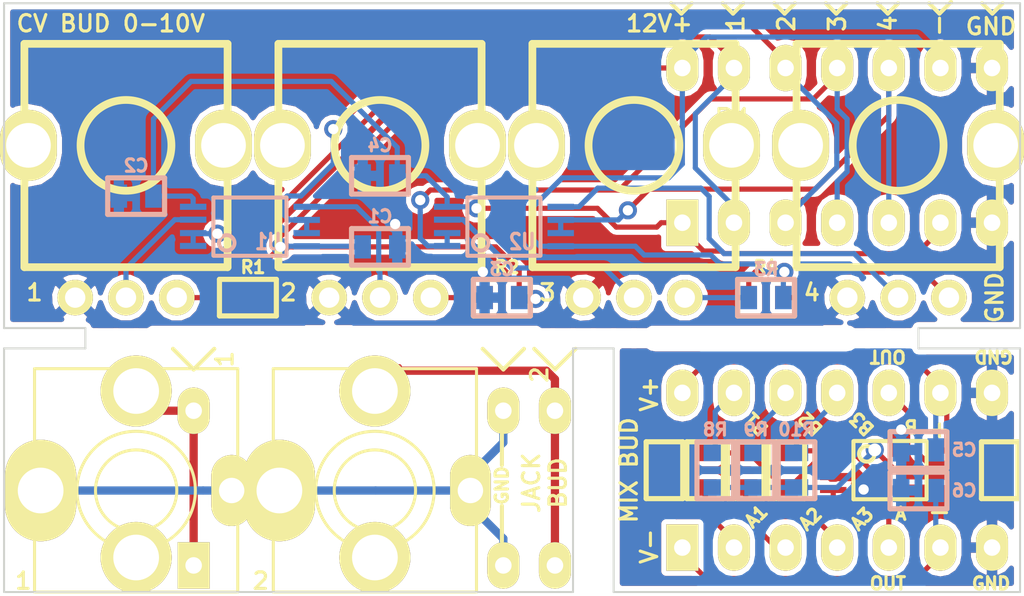
<source format=kicad_pcb>
(kicad_pcb (version 4) (host pcbnew "(2014-09-02 BZR 5112)-product")

  (general
    (links 85)
    (no_connects 4)
    (area 90.949999 31.949999 141.050001 61.050001)
    (thickness 1.6)
    (drawings 74)
    (tracks 325)
    (zones 0)
    (modules 44)
    (nets 30)
  )

  (page A4)
  (layers
    (0 F.Cu signal)
    (31 B.Cu signal)
    (32 B.Adhes user)
    (33 F.Adhes user)
    (34 B.Paste user)
    (35 F.Paste user)
    (36 B.SilkS user)
    (37 F.SilkS user)
    (38 B.Mask user)
    (39 F.Mask user)
    (40 Dwgs.User user)
    (41 Cmts.User user)
    (42 Eco1.User user)
    (43 Eco2.User user)
    (44 Edge.Cuts user)
    (45 Margin user)
    (46 B.CrtYd user)
    (47 F.CrtYd user)
    (48 B.Fab user)
    (49 F.Fab user)
  )

  (setup
    (last_trace_width 0.254)
    (user_trace_width 0.2032)
    (user_trace_width 0.254)
    (user_trace_width 0.3048)
    (user_trace_width 0.3556)
    (user_trace_width 0.4064)
    (trace_clearance 0.254)
    (zone_clearance 0.254)
    (zone_45_only no)
    (trace_min 0.2032)
    (segment_width 0.2)
    (edge_width 0.1)
    (via_size 0.889)
    (via_drill 0.508)
    (via_min_size 0.889)
    (via_min_drill 0.508)
    (uvia_size 0.508)
    (uvia_drill 0.127)
    (uvias_allowed no)
    (uvia_min_size 0.508)
    (uvia_min_drill 0.127)
    (pcb_text_width 0.3)
    (pcb_text_size 1.5 1.5)
    (mod_edge_width 0.15)
    (mod_text_size 1 1)
    (mod_text_width 0.15)
    (pad_size 0.5 0.5)
    (pad_drill 0.5)
    (pad_to_mask_clearance 0)
    (aux_axis_origin 0 0)
    (visible_elements 7FFFFF3F)
    (pcbplotparams
      (layerselection 0x010f0_80000001)
      (usegerberextensions true)
      (excludeedgelayer true)
      (linewidth 0.100000)
      (plotframeref false)
      (viasonmask false)
      (mode 1)
      (useauxorigin false)
      (hpglpennumber 1)
      (hpglpenspeed 20)
      (hpglpendiameter 15)
      (hpglpenoverlay 2)
      (psnegative false)
      (psa4output false)
      (plotreference true)
      (plotvalue false)
      (plotinvisibletext false)
      (padsonsilk false)
      (subtractmaskfromsilk true)
      (outputformat 1)
      (mirror false)
      (drillshape 0)
      (scaleselection 1)
      (outputdirectory Gerbers/))
  )

  (net 0 "")
  (net 1 +12V)
  (net 2 GND)
  (net 3 -12V)
  (net 4 CV1)
  (net 5 CV2)
  (net 6 CV3)
  (net 7 CV4)
  (net 8 MIXB-OUT)
  (net 9 MIXB-IN2)
  (net 10 MIXB-IN1)
  (net 11 MIXA-OUT)
  (net 12 MIXA-IN2)
  (net 13 MIXA-IN1)
  (net 14 "Net-(R1-Pad2)")
  (net 15 "Net-(R2-Pad2)")
  (net 16 "Net-(R3-Pad2)")
  (net 17 "Net-(R4-Pad2)")
  (net 18 "Net-(R11-Pad2)")
  (net 19 "Net-(R10-Pad1)")
  (net 20 "Net-(U1-Pad3)")
  (net 21 "Net-(U1-Pad5)")
  (net 22 "Net-(U2-Pad3)")
  (net 23 "Net-(U2-Pad5)")
  (net 24 MIXA-IN3)
  (net 25 MIXB-IN3)
  (net 26 JACK1)
  (net 27 "Net-(J1-Pad2)")
  (net 28 JACK2)
  (net 29 "Net-(J2-Pad2)")

  (net_class Default "This is the default net class."
    (clearance 0.254)
    (trace_width 0.254)
    (via_dia 0.889)
    (via_drill 0.508)
    (uvia_dia 0.508)
    (uvia_drill 0.127)
    (add_net +12V)
    (add_net -12V)
    (add_net CV1)
    (add_net CV2)
    (add_net CV3)
    (add_net CV4)
    (add_net GND)
    (add_net JACK1)
    (add_net JACK2)
    (add_net MIXA-IN1)
    (add_net MIXA-IN2)
    (add_net MIXA-IN3)
    (add_net MIXA-OUT)
    (add_net MIXB-IN1)
    (add_net MIXB-IN2)
    (add_net MIXB-IN3)
    (add_net MIXB-OUT)
    (add_net "Net-(J1-Pad2)")
    (add_net "Net-(J2-Pad2)")
    (add_net "Net-(R1-Pad2)")
    (add_net "Net-(R10-Pad1)")
    (add_net "Net-(R11-Pad2)")
    (add_net "Net-(R2-Pad2)")
    (add_net "Net-(R3-Pad2)")
    (add_net "Net-(R4-Pad2)")
    (add_net "Net-(U1-Pad3)")
    (add_net "Net-(U1-Pad5)")
    (add_net "Net-(U2-Pad3)")
    (add_net "Net-(U2-Pad5)")
  )

  (module Housings_DIP:DIP-6__300_ELL (layer F.Cu) (tedit 55294EF4) (tstamp 55294EB0)
    (at 102.87 55.88)
    (descr "6 pins DIL package, elliptical pads")
    (tags DIL)
    (path /5528909E)
    (fp_text reference P3 (at 0 -1.016) (layer F.SilkS) hide
      (effects (font (size 1 1) (thickness 0.15)))
    )
    (fp_text value DIP_6 (at 0 1.27) (layer F.Fab) hide
      (effects (font (size 1 1) (thickness 0.15)))
    )
    (pad 1 thru_hole rect (at -2.54 3.81) (size 1.5748 2.286) (drill 0.8128) (layers *.Cu *.Mask F.SilkS)
      (net 26 JACK1))
    (pad 6 thru_hole oval (at -2.54 -3.81) (size 1.5748 2.286) (drill 0.8128) (layers *.Cu *.Mask F.SilkS)
      (net 26 JACK1))
    (model Sockets_DIP.3dshapes/DIP-6__300_ELL.wrl
      (at (xyz 0 0 0))
      (scale (xyz 1 1 1))
      (rotate (xyz 0 0 0))
    )
  )

  (module Housings_DIP:DIP-6__300_ELL (layer F.Cu) (tedit 55294EC4) (tstamp 552884BB)
    (at 115.57 55.88)
    (descr "6 pins DIL package, elliptical pads")
    (tags DIL)
    (path /5528909E)
    (fp_text reference P3 (at 0 -1.016) (layer F.SilkS) hide
      (effects (font (size 1 1) (thickness 0.15)))
    )
    (fp_text value DIP_6 (at 0 1.27) (layer F.Fab) hide
      (effects (font (size 1 1) (thickness 0.15)))
    )
    (pad 2 thru_hole oval (at 0 3.81) (size 1.5748 2.286) (drill 0.8128) (layers *.Cu *.Mask F.SilkS)
      (net 2 GND))
    (pad 3 thru_hole oval (at 2.54 3.81) (size 1.5748 2.286) (drill 0.8128) (layers *.Cu *.Mask F.SilkS)
      (net 28 JACK2))
    (pad 4 thru_hole oval (at 2.54 -3.81) (size 1.5748 2.286) (drill 0.8128) (layers *.Cu *.Mask F.SilkS)
      (net 28 JACK2))
    (pad 5 thru_hole oval (at 0 -3.81) (size 1.5748 2.286) (drill 0.8128) (layers *.Cu *.Mask F.SilkS)
      (net 2 GND))
    (model Sockets_DIP.3dshapes/DIP-6__300_ELL.wrl
      (at (xyz 0 0 0))
      (scale (xyz 1 1 1))
      (rotate (xyz 0 0 0))
    )
  )

  (module MyModules:HOLE-0.125-INCH (layer F.Cu) (tedit 5529D8AA) (tstamp 5528A319)
    (at 95.5 48.5)
    (fp_text reference HOLE-0.125-INCH (at 0 -5) (layer F.SilkS) hide
      (effects (font (size 1.5 1.5) (thickness 0.15)))
    )
    (fp_text value VAL** (at 0 5) (layer F.SilkS) hide
      (effects (font (size 1.5 1.5) (thickness 0.15)))
    )
    (pad "" np_thru_hole circle (at 0 0) (size 0.5 0.5) (drill 0.5) (layers *.Cu))
  )

  (module MyModules:HOLE-0.125-INCH (layer F.Cu) (tedit 5529D8B4) (tstamp 5528A311)
    (at 97.5 48.5)
    (fp_text reference HOLE-0.125-INCH (at 0 -5) (layer F.SilkS) hide
      (effects (font (size 1.5 1.5) (thickness 0.15)))
    )
    (fp_text value VAL** (at 0 5) (layer F.SilkS) hide
      (effects (font (size 1.5 1.5) (thickness 0.15)))
    )
    (pad "" np_thru_hole circle (at 0 0) (size 0.5 0.5) (drill 0.5) (layers *.Cu))
  )

  (module MyModules:HOLE-0.125-INCH (layer F.Cu) (tedit 5529D8C5) (tstamp 5528A30D)
    (at 119 48.5)
    (fp_text reference HOLE-0.125-INCH (at 0 -5) (layer F.SilkS) hide
      (effects (font (size 1.5 1.5) (thickness 0.15)))
    )
    (fp_text value VAL** (at 0 5) (layer F.SilkS) hide
      (effects (font (size 1.5 1.5) (thickness 0.15)))
    )
    (pad "" np_thru_hole circle (at 0 0) (size 0.5 0.5) (drill 0.5) (layers *.Cu))
  )

  (module MyModules:HOLE-0.125-INCH (layer F.Cu) (tedit 5529D8C1) (tstamp 5528A309)
    (at 118 48.5)
    (fp_text reference HOLE-0.125-INCH (at 0 -5) (layer F.SilkS) hide
      (effects (font (size 1.5 1.5) (thickness 0.15)))
    )
    (fp_text value VAL** (at 0 5) (layer F.SilkS) hide
      (effects (font (size 1.5 1.5) (thickness 0.15)))
    )
    (pad "" np_thru_hole circle (at 0 0) (size 0.5 0.5) (drill 0.5) (layers *.Cu))
  )

  (module MyModules:HOLE-0.125-INCH (layer F.Cu) (tedit 5529D8D2) (tstamp 5528A305)
    (at 122 48.5)
    (fp_text reference HOLE-0.125-INCH (at 0 -5) (layer F.SilkS) hide
      (effects (font (size 1.5 1.5) (thickness 0.15)))
    )
    (fp_text value VAL** (at 0 5) (layer F.SilkS) hide
      (effects (font (size 1.5 1.5) (thickness 0.15)))
    )
    (pad "" np_thru_hole circle (at 0 0) (size 0.5 0.5) (drill 0.5) (layers *.Cu))
  )

  (module MyModules:HOLE-0.125-INCH (layer F.Cu) (tedit 5529D8D8) (tstamp 5528A2F9)
    (at 133.5 48.5)
    (fp_text reference HOLE-0.125-INCH (at 0 -5) (layer F.SilkS) hide
      (effects (font (size 1.5 1.5) (thickness 0.15)))
    )
    (fp_text value VAL** (at 0 5) (layer F.SilkS) hide
      (effects (font (size 1.5 1.5) (thickness 0.15)))
    )
    (pad "" np_thru_hole circle (at 0 0) (size 0.5 0.5) (drill 0.5) (layers *.Cu))
  )

  (module MyModules:HOLE-0.125-INCH (layer F.Cu) (tedit 5529D8DC) (tstamp 5528A2F5)
    (at 134.5 48.5)
    (fp_text reference HOLE-0.125-INCH (at 0 -5) (layer F.SilkS) hide
      (effects (font (size 1.5 1.5) (thickness 0.15)))
    )
    (fp_text value VAL** (at 0 5) (layer F.SilkS) hide
      (effects (font (size 1.5 1.5) (thickness 0.15)))
    )
    (pad "" np_thru_hole circle (at 0 0) (size 0.5 0.5) (drill 0.5) (layers *.Cu))
  )

  (module MyModules:HOLE-0.125-INCH (layer F.Cu) (tedit 5529D8CE) (tstamp 5528A2F1)
    (at 121 48.5)
    (fp_text reference HOLE-0.125-INCH (at 0 -5) (layer F.SilkS) hide
      (effects (font (size 1.5 1.5) (thickness 0.15)))
    )
    (fp_text value VAL** (at 0 5) (layer F.SilkS) hide
      (effects (font (size 1.5 1.5) (thickness 0.15)))
    )
    (pad "" np_thru_hole circle (at 0 0) (size 0.5 0.5) (drill 0.5) (layers *.Cu))
  )

  (module MyModules:HOLE-0.125-INCH (layer F.Cu) (tedit 5529D8E1) (tstamp 5528A2ED)
    (at 135.5 48.5)
    (fp_text reference HOLE-0.125-INCH (at 0 -5) (layer F.SilkS) hide
      (effects (font (size 1.5 1.5) (thickness 0.15)))
    )
    (fp_text value VAL** (at 0 5) (layer F.SilkS) hide
      (effects (font (size 1.5 1.5) (thickness 0.15)))
    )
    (pad "" np_thru_hole circle (at 0 0) (size 0.5 0.5) (drill 0.5) (layers *.Cu))
  )

  (module MyModules:HOLE-0.125-INCH (layer F.Cu) (tedit 5529D8CA) (tstamp 5528A2DA)
    (at 120 48.5)
    (fp_text reference HOLE-0.125-INCH (at 0 -5) (layer F.SilkS) hide
      (effects (font (size 1.5 1.5) (thickness 0.15)))
    )
    (fp_text value VAL** (at 0 5) (layer F.SilkS) hide
      (effects (font (size 1.5 1.5) (thickness 0.15)))
    )
    (pad "" np_thru_hole circle (at 0 0) (size 0.5 0.5) (drill 0.5) (layers *.Cu))
  )

  (module MyModules:HOLE-0.125-INCH (layer F.Cu) (tedit 5529D8B0) (tstamp 5528A2C1)
    (at 96.5 48.5)
    (fp_text reference HOLE-0.125-INCH (at 0 -5) (layer F.SilkS) hide
      (effects (font (size 1.5 1.5) (thickness 0.15)))
    )
    (fp_text value VAL** (at 0 5) (layer F.SilkS) hide
      (effects (font (size 1.5 1.5) (thickness 0.15)))
    )
    (pad "" np_thru_hole circle (at 0 0) (size 0.5 0.5) (drill 0.5) (layers *.Cu))
  )

  (module MyModules:HOLE-0.125-INCH (layer F.Cu) (tedit 5529D785) (tstamp 5528A294)
    (at 107.75 48.5)
    (fp_text reference HOLE-0.125-INCH (at 0 -5) (layer F.SilkS) hide
      (effects (font (size 1.5 1.5) (thickness 0.15)))
    )
    (fp_text value VAL** (at 0 5) (layer F.SilkS) hide
      (effects (font (size 1.5 1.5) (thickness 0.15)))
    )
    (pad "" np_thru_hole oval (at 0 0) (size 19 0.8) (drill oval 19 0.8) (layers *.Cu))
  )

  (module MyModules:HOLE-0.125-INCH (layer F.Cu) (tedit 5529D77C) (tstamp 5528A257)
    (at 127.75 48.5)
    (fp_text reference HOLE-0.125-INCH (at 0 -5) (layer F.SilkS) hide
      (effects (font (size 1.5 1.5) (thickness 0.15)))
    )
    (fp_text value VAL** (at 0 5) (layer F.SilkS) hide
      (effects (font (size 1.5 1.5) (thickness 0.15)))
    )
    (pad "" np_thru_hole oval (at 0 0) (size 10 0.8) (drill oval 10 0.8) (layers *.Cu))
  )

  (module Housings_DIP:DIP-14__300_ELL (layer F.Cu) (tedit 55288816) (tstamp 5526AAA9)
    (at 132 39)
    (descr "14 pins DIL package, elliptical pads")
    (tags DIL)
    (path /5526F9C8)
    (fp_text reference P1 (at -5.08 -1.27) (layer F.SilkS)
      (effects (font (size 1 1) (thickness 0.15)))
    )
    (fp_text value DIP14 (at 1.27 1.27) (layer F.Fab) hide
      (effects (font (size 1 1) (thickness 0.15)))
    )
    (pad 1 thru_hole rect (at -7.62 3.81) (size 1.5748 2.286) (drill 0.8128) (layers *.Cu *.Mask F.SilkS)
      (net 3 -12V))
    (pad 2 thru_hole oval (at -5.08 3.81) (size 1.5748 2.286) (drill 0.8128) (layers *.Cu *.Mask F.SilkS)
      (net 4 CV1))
    (pad 3 thru_hole oval (at -2.54 3.81) (size 1.5748 2.286) (drill 0.8128) (layers *.Cu *.Mask F.SilkS)
      (net 5 CV2))
    (pad 4 thru_hole oval (at 0 3.81) (size 1.5748 2.286) (drill 0.8128) (layers *.Cu *.Mask F.SilkS)
      (net 6 CV3))
    (pad 5 thru_hole oval (at 2.54 3.81) (size 1.5748 2.286) (drill 0.8128) (layers *.Cu *.Mask F.SilkS)
      (net 7 CV4))
    (pad 6 thru_hole oval (at 5.08 3.81) (size 1.5748 2.286) (drill 0.8128) (layers *.Cu *.Mask F.SilkS)
      (net 3 -12V))
    (pad 7 thru_hole oval (at 7.62 3.81) (size 1.5748 2.286) (drill 0.8128) (layers *.Cu *.Mask F.SilkS)
      (net 2 GND))
    (pad 8 thru_hole oval (at 7.62 -3.81) (size 1.5748 2.286) (drill 0.8128) (layers *.Cu *.Mask F.SilkS)
      (net 2 GND))
    (pad 9 thru_hole oval (at 5.08 -3.81) (size 1.5748 2.286) (drill 0.8128) (layers *.Cu *.Mask F.SilkS)
      (net 1 +12V))
    (pad 10 thru_hole oval (at 2.54 -3.81) (size 1.5748 2.286) (drill 0.8128) (layers *.Cu *.Mask F.SilkS)
      (net 7 CV4))
    (pad 11 thru_hole oval (at 0 -3.81) (size 1.5748 2.286) (drill 0.8128) (layers *.Cu *.Mask F.SilkS)
      (net 6 CV3))
    (pad 12 thru_hole oval (at -2.54 -3.81) (size 1.5748 2.286) (drill 0.8128) (layers *.Cu *.Mask F.SilkS)
      (net 5 CV2))
    (pad 13 thru_hole oval (at -5.08 -3.81) (size 1.5748 2.286) (drill 0.8128) (layers *.Cu *.Mask F.SilkS)
      (net 4 CV1))
    (pad 14 thru_hole oval (at -7.62 -3.81) (size 1.5748 2.286) (drill 0.8128) (layers *.Cu *.Mask F.SilkS)
      (net 1 +12V))
    (model Sockets_DIP.3dshapes/DIP-14__300_ELL.wrl
      (at (xyz 0 0 0))
      (scale (xyz 1 1 1))
      (rotate (xyz 0 0 0))
    )
  )

  (module Housings_DIP:DIP-14__300_ELL (layer F.Cu) (tedit 5529418A) (tstamp 5529D33B)
    (at 132 55)
    (descr "14 pins DIL package, elliptical pads")
    (tags DIL)
    (path /5526C24C)
    (fp_text reference P2 (at -5.08 -1.27) (layer F.SilkS) hide
      (effects (font (size 1 1) (thickness 0.15)))
    )
    (fp_text value DIP14 (at 1.27 1.27) (layer F.Fab) hide
      (effects (font (size 1 1) (thickness 0.15)))
    )
    (pad 1 thru_hole rect (at -7.62 3.81) (size 1.5748 2.286) (drill 0.8128) (layers *.Cu *.Mask F.SilkS)
      (net 3 -12V))
    (pad 2 thru_hole oval (at -5.08 3.81) (size 1.5748 2.286) (drill 0.8128) (layers *.Cu *.Mask F.SilkS)
      (net 13 MIXA-IN1))
    (pad 3 thru_hole oval (at -2.54 3.81) (size 1.5748 2.286) (drill 0.8128) (layers *.Cu *.Mask F.SilkS)
      (net 12 MIXA-IN2))
    (pad 4 thru_hole oval (at 0 3.81) (size 1.5748 2.286) (drill 0.8128) (layers *.Cu *.Mask F.SilkS)
      (net 24 MIXA-IN3))
    (pad 5 thru_hole oval (at 2.54 3.81) (size 1.5748 2.286) (drill 0.8128) (layers *.Cu *.Mask F.SilkS)
      (net 11 MIXA-OUT))
    (pad 6 thru_hole oval (at 5.08 3.81) (size 1.5748 2.286) (drill 0.8128) (layers *.Cu *.Mask F.SilkS)
      (net 3 -12V))
    (pad 7 thru_hole oval (at 7.62 3.81) (size 1.5748 2.286) (drill 0.8128) (layers *.Cu *.Mask F.SilkS)
      (net 2 GND))
    (pad 8 thru_hole oval (at 7.62 -3.81) (size 1.5748 2.286) (drill 0.8128) (layers *.Cu *.Mask F.SilkS)
      (net 2 GND))
    (pad 9 thru_hole oval (at 5.08 -3.81) (size 1.5748 2.286) (drill 0.8128) (layers *.Cu *.Mask F.SilkS)
      (net 1 +12V))
    (pad 10 thru_hole oval (at 2.54 -3.81) (size 1.5748 2.286) (drill 0.8128) (layers *.Cu *.Mask F.SilkS)
      (net 8 MIXB-OUT))
    (pad 11 thru_hole oval (at 0 -3.81) (size 1.5748 2.286) (drill 0.8128) (layers *.Cu *.Mask F.SilkS)
      (net 25 MIXB-IN3))
    (pad 12 thru_hole oval (at -2.54 -3.81) (size 1.5748 2.286) (drill 0.8128) (layers *.Cu *.Mask F.SilkS)
      (net 9 MIXB-IN2))
    (pad 13 thru_hole oval (at -5.08 -3.81) (size 1.5748 2.286) (drill 0.8128) (layers *.Cu *.Mask F.SilkS)
      (net 10 MIXB-IN1))
    (pad 14 thru_hole oval (at -7.62 -3.81) (size 1.5748 2.286) (drill 0.8128) (layers *.Cu *.Mask F.SilkS)
      (net 1 +12V))
    (model Sockets_DIP.3dshapes/DIP-14__300_ELL.wrl
      (at (xyz 0 0 0))
      (scale (xyz 1 1 1))
      (rotate (xyz 0 0 0))
    )
  )

  (module MyModules:SM0603-C-JRL (layer B.Cu) (tedit 55293EF6) (tstamp 5526AA85)
    (at 109.5 44)
    (path /55269079)
    (attr smd)
    (fp_text reference C1 (at 0 -1.5) (layer B.SilkS)
      (effects (font (size 0.6096 0.6096) (thickness 0.1524)) (justify mirror))
    )
    (fp_text value C_US (at 0 0) (layer B.SilkS) hide
      (effects (font (size 0.508 0.4572) (thickness 0.1143)) (justify mirror))
    )
    (fp_line (start -1.4 -0.9) (end 1.4 -0.9) (layer B.SilkS) (width 0.254))
    (fp_line (start 1.4 -0.9) (end 1.4 0.9) (layer B.SilkS) (width 0.254))
    (fp_line (start 1.4 0.9) (end -1.4 0.9) (layer B.SilkS) (width 0.254))
    (fp_line (start -1.4 0.9) (end -1.4 -0.9) (layer B.SilkS) (width 0.254))
    (pad 1 smd rect (at -0.8509 0) (size 0.8128 1.143) (layers B.Cu B.Paste B.Mask)
      (net 1 +12V))
    (pad 2 smd rect (at 0.8509 0) (size 0.8128 1.143) (layers B.Cu B.Paste B.Mask)
      (net 2 GND))
    (model Capacitors_SMD/C_0603.wrl
      (at (xyz 0 0 0.001))
      (scale (xyz 1 1 1))
      (rotate (xyz 0 0 0))
    )
  )

  (module MyModules:SM0603-C-JRL (layer B.Cu) (tedit 55293EFB) (tstamp 5526AA8B)
    (at 97.5 41.5)
    (path /5526A059)
    (attr smd)
    (fp_text reference C2 (at 0 -1.5) (layer B.SilkS)
      (effects (font (size 0.6096 0.6096) (thickness 0.1524)) (justify mirror))
    )
    (fp_text value C_US (at 0 0) (layer B.SilkS) hide
      (effects (font (size 0.508 0.4572) (thickness 0.1143)) (justify mirror))
    )
    (fp_line (start -1.4 -0.9) (end 1.4 -0.9) (layer B.SilkS) (width 0.254))
    (fp_line (start 1.4 -0.9) (end 1.4 0.9) (layer B.SilkS) (width 0.254))
    (fp_line (start 1.4 0.9) (end -1.4 0.9) (layer B.SilkS) (width 0.254))
    (fp_line (start -1.4 0.9) (end -1.4 -0.9) (layer B.SilkS) (width 0.254))
    (pad 1 smd rect (at -0.8509 0) (size 0.8128 1.143) (layers B.Cu B.Paste B.Mask)
      (net 2 GND))
    (pad 2 smd rect (at 0.8509 0) (size 0.8128 1.143) (layers B.Cu B.Paste B.Mask)
      (net 3 -12V))
    (model Capacitors_SMD/C_0603.wrl
      (at (xyz 0 0 0.001))
      (scale (xyz 1 1 1))
      (rotate (xyz 0 0 0))
    )
  )

  (module MyModules:SM0603-C-JRL (layer B.Cu) (tedit 528C3246) (tstamp 5526AA91)
    (at 115.5 46.5 180)
    (path /5526E79B)
    (attr smd)
    (fp_text reference C3 (at 0 1.4 180) (layer B.SilkS)
      (effects (font (size 0.6096 0.6096) (thickness 0.1524)) (justify mirror))
    )
    (fp_text value C_US (at 0 0 180) (layer B.SilkS) hide
      (effects (font (size 0.508 0.4572) (thickness 0.1143)) (justify mirror))
    )
    (fp_line (start -1.4 -0.9) (end 1.4 -0.9) (layer B.SilkS) (width 0.254))
    (fp_line (start 1.4 -0.9) (end 1.4 0.9) (layer B.SilkS) (width 0.254))
    (fp_line (start 1.4 0.9) (end -1.4 0.9) (layer B.SilkS) (width 0.254))
    (fp_line (start -1.4 0.9) (end -1.4 -0.9) (layer B.SilkS) (width 0.254))
    (pad 1 smd rect (at -0.8509 0 180) (size 0.8128 1.143) (layers B.Cu B.Paste B.Mask)
      (net 1 +12V))
    (pad 2 smd rect (at 0.8509 0 180) (size 0.8128 1.143) (layers B.Cu B.Paste B.Mask)
      (net 2 GND))
    (model Capacitors_SMD/C_0603.wrl
      (at (xyz 0 0 0.001))
      (scale (xyz 1 1 1))
      (rotate (xyz 0 0 0))
    )
  )

  (module MyModules:SM0603-C-JRL (layer B.Cu) (tedit 55293EF4) (tstamp 5526AA97)
    (at 109.5 40.5)
    (path /5526E7AE)
    (attr smd)
    (fp_text reference C4 (at 0 -1.5) (layer B.SilkS)
      (effects (font (size 0.6096 0.6096) (thickness 0.1524)) (justify mirror))
    )
    (fp_text value C_US (at 0 0) (layer B.SilkS) hide
      (effects (font (size 0.508 0.4572) (thickness 0.1143)) (justify mirror))
    )
    (fp_line (start -1.4 -0.9) (end 1.4 -0.9) (layer B.SilkS) (width 0.254))
    (fp_line (start 1.4 -0.9) (end 1.4 0.9) (layer B.SilkS) (width 0.254))
    (fp_line (start 1.4 0.9) (end -1.4 0.9) (layer B.SilkS) (width 0.254))
    (fp_line (start -1.4 0.9) (end -1.4 -0.9) (layer B.SilkS) (width 0.254))
    (pad 1 smd rect (at -0.8509 0) (size 0.8128 1.143) (layers B.Cu B.Paste B.Mask)
      (net 2 GND))
    (pad 2 smd rect (at 0.8509 0) (size 0.8128 1.143) (layers B.Cu B.Paste B.Mask)
      (net 3 -12V))
    (model Capacitors_SMD/C_0603.wrl
      (at (xyz 0 0 0.001))
      (scale (xyz 1 1 1))
      (rotate (xyz 0 0 0))
    )
  )

  (module MyModules:SM0603-R-JRL (layer F.Cu) (tedit 55293EB0) (tstamp 5526AAAF)
    (at 103 46.5 180)
    (path /552690BA)
    (attr smd)
    (fp_text reference R1 (at -0.25 1.5 180) (layer F.SilkS)
      (effects (font (size 0.6096 0.6096) (thickness 0.1524)))
    )
    (fp_text value 10K (at 0 0 180) (layer F.SilkS) hide
      (effects (font (size 0.508 0.4572) (thickness 0.1143)))
    )
    (fp_line (start -1.4 0.9) (end 1.4 0.9) (layer F.SilkS) (width 0.254))
    (fp_line (start 1.4 0.9) (end 1.4 -0.9) (layer F.SilkS) (width 0.254))
    (fp_line (start 1.4 -0.9) (end -1.4 -0.9) (layer F.SilkS) (width 0.254))
    (fp_line (start -1.4 -0.9) (end -1.4 0.9) (layer F.SilkS) (width 0.254))
    (pad 1 smd rect (at -0.8509 0 180) (size 0.8128 1.143) (layers F.Cu F.Paste F.Mask)
      (net 1 +12V))
    (pad 2 smd rect (at 0.8509 0 180) (size 0.8128 1.143) (layers F.Cu F.Paste F.Mask)
      (net 14 "Net-(R1-Pad2)"))
    (model Resistors_SMD/R_0603.wrl
      (at (xyz 0 0 0.001))
      (scale (xyz 1 1 1))
      (rotate (xyz 0 0 0))
    )
  )

  (module MyModules:SM0603-R-JRL (layer F.Cu) (tedit 55293EB4) (tstamp 5526AAB5)
    (at 115.5 46.5 180)
    (path /55269679)
    (attr smd)
    (fp_text reference R2 (at -0.25 1.5 180) (layer F.SilkS)
      (effects (font (size 0.6096 0.6096) (thickness 0.1524)))
    )
    (fp_text value 10K (at 0 0 180) (layer F.SilkS) hide
      (effects (font (size 0.508 0.4572) (thickness 0.1143)))
    )
    (fp_line (start -1.4 0.9) (end 1.4 0.9) (layer F.SilkS) (width 0.254))
    (fp_line (start 1.4 0.9) (end 1.4 -0.9) (layer F.SilkS) (width 0.254))
    (fp_line (start 1.4 -0.9) (end -1.4 -0.9) (layer F.SilkS) (width 0.254))
    (fp_line (start -1.4 -0.9) (end -1.4 0.9) (layer F.SilkS) (width 0.254))
    (pad 1 smd rect (at -0.8509 0 180) (size 0.8128 1.143) (layers F.Cu F.Paste F.Mask)
      (net 1 +12V))
    (pad 2 smd rect (at 0.8509 0 180) (size 0.8128 1.143) (layers F.Cu F.Paste F.Mask)
      (net 15 "Net-(R2-Pad2)"))
    (model Resistors_SMD/R_0603.wrl
      (at (xyz 0 0 0.001))
      (scale (xyz 1 1 1))
      (rotate (xyz 0 0 0))
    )
  )

  (module MyModules:SM0603-R-JRL (layer B.Cu) (tedit 528C3246) (tstamp 5526AABB)
    (at 128.5 46.5 180)
    (path /55269AED)
    (attr smd)
    (fp_text reference R3 (at 0 1.4 180) (layer B.SilkS)
      (effects (font (size 0.6096 0.6096) (thickness 0.1524)) (justify mirror))
    )
    (fp_text value 10K (at 0 0 180) (layer B.SilkS) hide
      (effects (font (size 0.508 0.4572) (thickness 0.1143)) (justify mirror))
    )
    (fp_line (start -1.4 -0.9) (end 1.4 -0.9) (layer B.SilkS) (width 0.254))
    (fp_line (start 1.4 -0.9) (end 1.4 0.9) (layer B.SilkS) (width 0.254))
    (fp_line (start 1.4 0.9) (end -1.4 0.9) (layer B.SilkS) (width 0.254))
    (fp_line (start -1.4 0.9) (end -1.4 -0.9) (layer B.SilkS) (width 0.254))
    (pad 1 smd rect (at -0.8509 0 180) (size 0.8128 1.143) (layers B.Cu B.Paste B.Mask)
      (net 1 +12V))
    (pad 2 smd rect (at 0.8509 0 180) (size 0.8128 1.143) (layers B.Cu B.Paste B.Mask)
      (net 16 "Net-(R3-Pad2)"))
    (model Resistors_SMD/R_0603.wrl
      (at (xyz 0 0 0.001))
      (scale (xyz 1 1 1))
      (rotate (xyz 0 0 0))
    )
  )

  (module MyModules:SM0603-R-JRL (layer F.Cu) (tedit 55293EC5) (tstamp 5526AAC1)
    (at 128.5 46.5)
    (path /55269CA8)
    (attr smd)
    (fp_text reference R4 (at 0 -1.5) (layer F.SilkS)
      (effects (font (size 0.6096 0.6096) (thickness 0.1524)))
    )
    (fp_text value 10K (at 0 0) (layer F.SilkS) hide
      (effects (font (size 0.508 0.4572) (thickness 0.1143)))
    )
    (fp_line (start -1.4 0.9) (end 1.4 0.9) (layer F.SilkS) (width 0.254))
    (fp_line (start 1.4 0.9) (end 1.4 -0.9) (layer F.SilkS) (width 0.254))
    (fp_line (start 1.4 -0.9) (end -1.4 -0.9) (layer F.SilkS) (width 0.254))
    (fp_line (start -1.4 -0.9) (end -1.4 0.9) (layer F.SilkS) (width 0.254))
    (pad 1 smd rect (at -0.8509 0) (size 0.8128 1.143) (layers F.Cu F.Paste F.Mask)
      (net 1 +12V))
    (pad 2 smd rect (at 0.8509 0) (size 0.8128 1.143) (layers F.Cu F.Paste F.Mask)
      (net 17 "Net-(R4-Pad2)"))
    (model Resistors_SMD/R_0603.wrl
      (at (xyz 0 0 0.001))
      (scale (xyz 1 1 1))
      (rotate (xyz 0 0 0))
    )
  )

  (module MyModules:SM0603-R-JRL (layer F.Cu) (tedit 552941A0) (tstamp 5526AAC7)
    (at 123.5 55 270)
    (path /5526C28D)
    (attr smd)
    (fp_text reference R5 (at -2 0 360) (layer F.SilkS) hide
      (effects (font (size 0.6096 0.6096) (thickness 0.1524)))
    )
    (fp_text value 100K (at 0 0 270) (layer F.SilkS) hide
      (effects (font (size 0.508 0.4572) (thickness 0.1143)))
    )
    (fp_line (start -1.4 0.9) (end 1.4 0.9) (layer F.SilkS) (width 0.254))
    (fp_line (start 1.4 0.9) (end 1.4 -0.9) (layer F.SilkS) (width 0.254))
    (fp_line (start 1.4 -0.9) (end -1.4 -0.9) (layer F.SilkS) (width 0.254))
    (fp_line (start -1.4 -0.9) (end -1.4 0.9) (layer F.SilkS) (width 0.254))
    (pad 1 smd rect (at -0.8509 0 270) (size 0.8128 1.143) (layers F.Cu F.Paste F.Mask)
      (net 18 "Net-(R11-Pad2)"))
    (pad 2 smd rect (at 0.8509 0 270) (size 0.8128 1.143) (layers F.Cu F.Paste F.Mask)
      (net 13 MIXA-IN1))
    (model Resistors_SMD/R_0603.wrl
      (at (xyz 0 0 0.001))
      (scale (xyz 1 1 1))
      (rotate (xyz 0 0 0))
    )
  )

  (module MyModules:SM0603-R-JRL (layer F.Cu) (tedit 552941A3) (tstamp 5526AACD)
    (at 125.5 55 270)
    (path /5526C293)
    (attr smd)
    (fp_text reference R6 (at -2 0 360) (layer F.SilkS) hide
      (effects (font (size 0.6096 0.6096) (thickness 0.1524)))
    )
    (fp_text value 100K (at 0 0 270) (layer F.SilkS) hide
      (effects (font (size 0.508 0.4572) (thickness 0.1143)))
    )
    (fp_line (start -1.4 0.9) (end 1.4 0.9) (layer F.SilkS) (width 0.254))
    (fp_line (start 1.4 0.9) (end 1.4 -0.9) (layer F.SilkS) (width 0.254))
    (fp_line (start 1.4 -0.9) (end -1.4 -0.9) (layer F.SilkS) (width 0.254))
    (fp_line (start -1.4 -0.9) (end -1.4 0.9) (layer F.SilkS) (width 0.254))
    (pad 1 smd rect (at -0.8509 0 270) (size 0.8128 1.143) (layers F.Cu F.Paste F.Mask)
      (net 18 "Net-(R11-Pad2)"))
    (pad 2 smd rect (at 0.8509 0 270) (size 0.8128 1.143) (layers F.Cu F.Paste F.Mask)
      (net 12 MIXA-IN2))
    (model Resistors_SMD/R_0603.wrl
      (at (xyz 0 0 0.001))
      (scale (xyz 1 1 1))
      (rotate (xyz 0 0 0))
    )
  )

  (module MyModules:SM0603-R-JRL (layer F.Cu) (tedit 552941A7) (tstamp 5526AAD3)
    (at 127.5 55 270)
    (path /5526C26A)
    (attr smd)
    (fp_text reference R7 (at -2 0 360) (layer F.SilkS) hide
      (effects (font (size 0.6096 0.6096) (thickness 0.1524)))
    )
    (fp_text value 100K (at 0 0 270) (layer F.SilkS) hide
      (effects (font (size 0.508 0.4572) (thickness 0.1143)))
    )
    (fp_line (start -1.4 0.9) (end 1.4 0.9) (layer F.SilkS) (width 0.254))
    (fp_line (start 1.4 0.9) (end 1.4 -0.9) (layer F.SilkS) (width 0.254))
    (fp_line (start 1.4 -0.9) (end -1.4 -0.9) (layer F.SilkS) (width 0.254))
    (fp_line (start -1.4 -0.9) (end -1.4 0.9) (layer F.SilkS) (width 0.254))
    (pad 1 smd rect (at -0.8509 0 270) (size 0.8128 1.143) (layers F.Cu F.Paste F.Mask)
      (net 18 "Net-(R11-Pad2)"))
    (pad 2 smd rect (at 0.8509 0 270) (size 0.8128 1.143) (layers F.Cu F.Paste F.Mask)
      (net 24 MIXA-IN3))
    (model Resistors_SMD/R_0603.wrl
      (at (xyz 0 0 0.001))
      (scale (xyz 1 1 1))
      (rotate (xyz 0 0 0))
    )
  )

  (module MyModules:SM0603-R-JRL (layer B.Cu) (tedit 55293F24) (tstamp 5526AAD9)
    (at 126 55 90)
    (path /5526BD99)
    (attr smd)
    (fp_text reference R8 (at 2 0 180) (layer B.SilkS)
      (effects (font (size 0.6096 0.6096) (thickness 0.1524)) (justify mirror))
    )
    (fp_text value 100K (at 0 0 90) (layer B.SilkS) hide
      (effects (font (size 0.508 0.4572) (thickness 0.1143)) (justify mirror))
    )
    (fp_line (start -1.4 -0.9) (end 1.4 -0.9) (layer B.SilkS) (width 0.254))
    (fp_line (start 1.4 -0.9) (end 1.4 0.9) (layer B.SilkS) (width 0.254))
    (fp_line (start 1.4 0.9) (end -1.4 0.9) (layer B.SilkS) (width 0.254))
    (fp_line (start -1.4 0.9) (end -1.4 -0.9) (layer B.SilkS) (width 0.254))
    (pad 1 smd rect (at -0.8509 0 90) (size 0.8128 1.143) (layers B.Cu B.Paste B.Mask)
      (net 19 "Net-(R10-Pad1)"))
    (pad 2 smd rect (at 0.8509 0 90) (size 0.8128 1.143) (layers B.Cu B.Paste B.Mask)
      (net 10 MIXB-IN1))
    (model Resistors_SMD/R_0603.wrl
      (at (xyz 0 0 0.001))
      (scale (xyz 1 1 1))
      (rotate (xyz 0 0 0))
    )
  )

  (module MyModules:SM0603-R-JRL (layer B.Cu) (tedit 55293F21) (tstamp 5526AADF)
    (at 128 55 90)
    (path /5526BDE0)
    (attr smd)
    (fp_text reference R9 (at 2 0 180) (layer B.SilkS)
      (effects (font (size 0.6096 0.6096) (thickness 0.1524)) (justify mirror))
    )
    (fp_text value 100K (at 0 0 90) (layer B.SilkS) hide
      (effects (font (size 0.508 0.4572) (thickness 0.1143)) (justify mirror))
    )
    (fp_line (start -1.4 -0.9) (end 1.4 -0.9) (layer B.SilkS) (width 0.254))
    (fp_line (start 1.4 -0.9) (end 1.4 0.9) (layer B.SilkS) (width 0.254))
    (fp_line (start 1.4 0.9) (end -1.4 0.9) (layer B.SilkS) (width 0.254))
    (fp_line (start -1.4 0.9) (end -1.4 -0.9) (layer B.SilkS) (width 0.254))
    (pad 1 smd rect (at -0.8509 0 90) (size 0.8128 1.143) (layers B.Cu B.Paste B.Mask)
      (net 19 "Net-(R10-Pad1)"))
    (pad 2 smd rect (at 0.8509 0 90) (size 0.8128 1.143) (layers B.Cu B.Paste B.Mask)
      (net 9 MIXB-IN2))
    (model Resistors_SMD/R_0603.wrl
      (at (xyz 0 0 0.001))
      (scale (xyz 1 1 1))
      (rotate (xyz 0 0 0))
    )
  )

  (module MyModules:SM0603-R-JRL (layer B.Cu) (tedit 55293F1D) (tstamp 5526AAE5)
    (at 130 55 90)
    (path /5526B585)
    (attr smd)
    (fp_text reference R10 (at 2 0 180) (layer B.SilkS)
      (effects (font (size 0.6096 0.6096) (thickness 0.1524)) (justify mirror))
    )
    (fp_text value 100K (at 0 0 90) (layer B.SilkS) hide
      (effects (font (size 0.508 0.4572) (thickness 0.1143)) (justify mirror))
    )
    (fp_line (start -1.4 -0.9) (end 1.4 -0.9) (layer B.SilkS) (width 0.254))
    (fp_line (start 1.4 -0.9) (end 1.4 0.9) (layer B.SilkS) (width 0.254))
    (fp_line (start 1.4 0.9) (end -1.4 0.9) (layer B.SilkS) (width 0.254))
    (fp_line (start -1.4 0.9) (end -1.4 -0.9) (layer B.SilkS) (width 0.254))
    (pad 1 smd rect (at -0.8509 0 90) (size 0.8128 1.143) (layers B.Cu B.Paste B.Mask)
      (net 19 "Net-(R10-Pad1)"))
    (pad 2 smd rect (at 0.8509 0 90) (size 0.8128 1.143) (layers B.Cu B.Paste B.Mask)
      (net 25 MIXB-IN3))
    (model Resistors_SMD/R_0603.wrl
      (at (xyz 0 0 0.001))
      (scale (xyz 1 1 1))
      (rotate (xyz 0 0 0))
    )
  )

  (module MyModules:SM0603-R-JRL (layer F.Cu) (tedit 552941AE) (tstamp 5526AAEB)
    (at 129.5 55 270)
    (path /5526C277)
    (attr smd)
    (fp_text reference R11 (at -2 0 360) (layer F.SilkS) hide
      (effects (font (size 0.6096 0.6096) (thickness 0.1524)))
    )
    (fp_text value 100K (at 0 0 270) (layer F.SilkS) hide
      (effects (font (size 0.508 0.4572) (thickness 0.1143)))
    )
    (fp_line (start -1.4 0.9) (end 1.4 0.9) (layer F.SilkS) (width 0.254))
    (fp_line (start 1.4 0.9) (end 1.4 -0.9) (layer F.SilkS) (width 0.254))
    (fp_line (start 1.4 -0.9) (end -1.4 -0.9) (layer F.SilkS) (width 0.254))
    (fp_line (start -1.4 -0.9) (end -1.4 0.9) (layer F.SilkS) (width 0.254))
    (pad 1 smd rect (at -0.8509 0 270) (size 0.8128 1.143) (layers F.Cu F.Paste F.Mask)
      (net 11 MIXA-OUT))
    (pad 2 smd rect (at 0.8509 0 270) (size 0.8128 1.143) (layers F.Cu F.Paste F.Mask)
      (net 18 "Net-(R11-Pad2)"))
    (model Resistors_SMD/R_0603.wrl
      (at (xyz 0 0 0.001))
      (scale (xyz 1 1 1))
      (rotate (xyz 0 0 0))
    )
  )

  (module MyModules:SM0603-R-JRL (layer F.Cu) (tedit 552941B2) (tstamp 5526AAF1)
    (at 140 55 270)
    (path /5526B9AE)
    (attr smd)
    (fp_text reference R12 (at -2 0 360) (layer F.SilkS) hide
      (effects (font (size 0.6096 0.6096) (thickness 0.1524)))
    )
    (fp_text value 100K (at 0 0 270) (layer F.SilkS) hide
      (effects (font (size 0.508 0.4572) (thickness 0.1143)))
    )
    (fp_line (start -1.4 0.9) (end 1.4 0.9) (layer F.SilkS) (width 0.254))
    (fp_line (start 1.4 0.9) (end 1.4 -0.9) (layer F.SilkS) (width 0.254))
    (fp_line (start 1.4 -0.9) (end -1.4 -0.9) (layer F.SilkS) (width 0.254))
    (fp_line (start -1.4 -0.9) (end -1.4 0.9) (layer F.SilkS) (width 0.254))
    (pad 1 smd rect (at -0.8509 0 270) (size 0.8128 1.143) (layers F.Cu F.Paste F.Mask)
      (net 8 MIXB-OUT))
    (pad 2 smd rect (at 0.8509 0 270) (size 0.8128 1.143) (layers F.Cu F.Paste F.Mask)
      (net 19 "Net-(R10-Pad1)"))
    (model Resistors_SMD/R_0603.wrl
      (at (xyz 0 0 0.001))
      (scale (xyz 1 1 1))
      (rotate (xyz 0 0 0))
    )
  )

  (module MyModules:TSSOP8-JRL (layer B.Cu) (tedit 55293EEC) (tstamp 5526AB0F)
    (at 115.5 43 90)
    (path /5527291A)
    (attr smd)
    (fp_text reference U2 (at -0.75 1 360) (layer B.SilkS)
      (effects (font (size 0.762 0.635) (thickness 0.15875)) (justify mirror))
    )
    (fp_text value TL072- (at 0.65 0.1 360) (layer B.SilkS) hide
      (effects (font (size 0.762 0.762) (thickness 0.16002)) (justify mirror))
    )
    (fp_line (start -1.43 1.9) (end 1.43 1.9) (layer B.SilkS) (width 0.2))
    (fp_line (start 1.43 1.9) (end 1.43 -1.7) (layer B.SilkS) (width 0.2))
    (fp_line (start 1.43 -1.7) (end -1.43 -1.7) (layer B.SilkS) (width 0.2))
    (fp_line (start -1.438 -1.678) (end -1.438 1.878) (layer B.SilkS) (width 0.2))
    (fp_circle (center -0.803 -1.043) (end -1.184 -1.043) (layer B.SilkS) (width 0.2))
    (pad 1 smd rect (at -0.9554 -2.694 90) (size 0.29972 1.30048) (layers B.Cu B.Paste B.Mask)
      (net 6 CV3))
    (pad 2 smd rect (at -0.3204 -2.694 90) (size 0.29972 1.30048) (layers B.Cu B.Paste B.Mask)
      (net 6 CV3))
    (pad 3 smd rect (at 0.34 -2.694 90) (size 0.29972 1.30048) (layers B.Cu B.Paste B.Mask)
      (net 22 "Net-(U2-Pad3)"))
    (pad 4 smd rect (at 0.975 -2.694 90) (size 0.29972 1.30048) (layers B.Cu B.Paste B.Mask)
      (net 3 -12V))
    (pad 5 smd rect (at 0.975 2.894 90) (size 0.29972 1.30048) (layers B.Cu B.Paste B.Mask)
      (net 23 "Net-(U2-Pad5)"))
    (pad 6 smd rect (at 0.3273 2.894 90) (size 0.29972 1.30048) (layers B.Cu B.Paste B.Mask)
      (net 7 CV4))
    (pad 7 smd rect (at -0.3204 2.894 90) (size 0.29972 1.30048) (layers B.Cu B.Paste B.Mask)
      (net 7 CV4))
    (pad 8 smd rect (at -0.9681 2.894 90) (size 0.29972 1.30048) (layers B.Cu B.Paste B.Mask)
      (net 1 +12V))
    (model smd\smd_dil\tssop-14.wrl
      (at (xyz 0 0 0))
      (scale (xyz 1 1 1))
      (rotate (xyz 0 0 0))
    )
  )

  (module MyModules:RD901F-ALPHA-POT (layer F.Cu) (tedit 55293E8C) (tstamp 5526AF77)
    (at 97 39)
    (path /55268FBC)
    (fp_text reference VR1 (at 0 4) (layer F.SilkS) hide
      (effects (font (size 1.5 1.5) (thickness 0.15)))
    )
    (fp_text value 50K (at 0 -6.5) (layer F.SilkS) hide
      (effects (font (size 1.5 1.5) (thickness 0.15)))
    )
    (fp_circle (center 0 0) (end 1 2) (layer F.SilkS) (width 0.381))
    (fp_line (start -5 0) (end -5 -5) (layer F.SilkS) (width 0.381))
    (fp_line (start -5 -5) (end 5 -5) (layer F.SilkS) (width 0.381))
    (fp_line (start 5 -5) (end 5 6) (layer F.SilkS) (width 0.381))
    (fp_line (start 5 6) (end -5 6) (layer F.SilkS) (width 0.381))
    (fp_line (start -5 6) (end -5 0) (layer F.SilkS) (width 0.381))
    (pad "" thru_hole oval (at 4.8 0) (size 2.8 3.5) (drill 2.2) (layers *.Cu *.Mask F.SilkS))
    (pad "" thru_hole oval (at -4.8 0) (size 2.8 3.5) (drill 2.2) (layers *.Cu *.Mask F.SilkS))
    (pad 3 thru_hole circle (at 2.5 7.5) (size 1.75 1.75) (drill 1) (layers *.Cu *.Mask F.SilkS)
      (net 14 "Net-(R1-Pad2)"))
    (pad 2 thru_hole circle (at 0 7.5) (size 1.75 1.75) (drill 1) (layers *.Cu *.Mask F.SilkS)
      (net 20 "Net-(U1-Pad3)"))
    (pad 1 thru_hole circle (at -2.5 7.5) (size 1.75 1.75) (drill 1) (layers *.Cu *.Mask F.SilkS)
      (net 2 GND))
    (model "E:/Documents/KiCad/MyLibs/MyModules/3D models/THONK-SONG-HUEI-R0904N-L-25-KQ.wrl"
      (at (xyz 0 0 0))
      (scale (xyz 0.3968 0.3968 0.3968))
      (rotate (xyz 0 0 0))
    )
  )

  (module MyModules:RD901F-ALPHA-POT (layer F.Cu) (tedit 55293E90) (tstamp 5526AF67)
    (at 109.5 39)
    (path /5526966D)
    (fp_text reference VR2 (at 0 4) (layer F.SilkS) hide
      (effects (font (size 1.5 1.5) (thickness 0.15)))
    )
    (fp_text value 50K (at 0 -6.5) (layer F.SilkS) hide
      (effects (font (size 1.5 1.5) (thickness 0.15)))
    )
    (fp_circle (center 0 0) (end 1 2) (layer F.SilkS) (width 0.381))
    (fp_line (start -5 0) (end -5 -5) (layer F.SilkS) (width 0.381))
    (fp_line (start -5 -5) (end 5 -5) (layer F.SilkS) (width 0.381))
    (fp_line (start 5 -5) (end 5 6) (layer F.SilkS) (width 0.381))
    (fp_line (start 5 6) (end -5 6) (layer F.SilkS) (width 0.381))
    (fp_line (start -5 6) (end -5 0) (layer F.SilkS) (width 0.381))
    (pad "" thru_hole oval (at 4.8 0) (size 2.8 3.5) (drill 2.2) (layers *.Cu *.Mask F.SilkS))
    (pad "" thru_hole oval (at -4.8 0) (size 2.8 3.5) (drill 2.2) (layers *.Cu *.Mask F.SilkS))
    (pad 3 thru_hole circle (at 2.5 7.5) (size 1.75 1.75) (drill 1) (layers *.Cu *.Mask F.SilkS)
      (net 15 "Net-(R2-Pad2)"))
    (pad 2 thru_hole circle (at 0 7.5) (size 1.75 1.75) (drill 1) (layers *.Cu *.Mask F.SilkS)
      (net 21 "Net-(U1-Pad5)"))
    (pad 1 thru_hole circle (at -2.5 7.5) (size 1.75 1.75) (drill 1) (layers *.Cu *.Mask F.SilkS)
      (net 2 GND))
    (model "E:/Documents/KiCad/MyLibs/MyModules/3D models/THONK-SONG-HUEI-R0904N-L-25-KQ.wrl"
      (at (xyz 0 0 0))
      (scale (xyz 0.3968 0.3968 0.3968))
      (rotate (xyz 0 0 0))
    )
  )

  (module MyModules:RD901F-ALPHA-POT (layer F.Cu) (tedit 55293E93) (tstamp 5526AF57)
    (at 122 39)
    (path /55269AE7)
    (fp_text reference VR3 (at 0 4) (layer F.SilkS) hide
      (effects (font (size 1.5 1.5) (thickness 0.15)))
    )
    (fp_text value 50K (at 0 -6.5) (layer F.SilkS) hide
      (effects (font (size 1.5 1.5) (thickness 0.15)))
    )
    (fp_circle (center 0 0) (end 1 2) (layer F.SilkS) (width 0.381))
    (fp_line (start -5 0) (end -5 -5) (layer F.SilkS) (width 0.381))
    (fp_line (start -5 -5) (end 5 -5) (layer F.SilkS) (width 0.381))
    (fp_line (start 5 -5) (end 5 6) (layer F.SilkS) (width 0.381))
    (fp_line (start 5 6) (end -5 6) (layer F.SilkS) (width 0.381))
    (fp_line (start -5 6) (end -5 0) (layer F.SilkS) (width 0.381))
    (pad "" thru_hole oval (at 4.8 0) (size 2.8 3.5) (drill 2.2) (layers *.Cu *.Mask F.SilkS))
    (pad "" thru_hole oval (at -4.8 0) (size 2.8 3.5) (drill 2.2) (layers *.Cu *.Mask F.SilkS))
    (pad 3 thru_hole circle (at 2.5 7.5) (size 1.75 1.75) (drill 1) (layers *.Cu *.Mask F.SilkS)
      (net 16 "Net-(R3-Pad2)"))
    (pad 2 thru_hole circle (at 0 7.5) (size 1.75 1.75) (drill 1) (layers *.Cu *.Mask F.SilkS)
      (net 22 "Net-(U2-Pad3)"))
    (pad 1 thru_hole circle (at -2.5 7.5) (size 1.75 1.75) (drill 1) (layers *.Cu *.Mask F.SilkS)
      (net 2 GND))
    (model "E:/Documents/KiCad/MyLibs/MyModules/3D models/THONK-SONG-HUEI-R0904N-L-25-KQ.wrl"
      (at (xyz 0 0 0))
      (scale (xyz 0.3968 0.3968 0.3968))
      (rotate (xyz 0 0 0))
    )
  )

  (module MyModules:RD901F-ALPHA-POT (layer F.Cu) (tedit 55293E99) (tstamp 5526AB33)
    (at 135 39)
    (path /55269CA2)
    (fp_text reference VR4 (at 0 4) (layer F.SilkS) hide
      (effects (font (size 1.5 1.5) (thickness 0.15)))
    )
    (fp_text value 50K (at 0 -6.5) (layer F.SilkS) hide
      (effects (font (size 1.5 1.5) (thickness 0.15)))
    )
    (fp_circle (center 0 0) (end 1 2) (layer F.SilkS) (width 0.381))
    (fp_line (start -5 0) (end -5 -5) (layer F.SilkS) (width 0.381))
    (fp_line (start -5 -5) (end 5 -5) (layer F.SilkS) (width 0.381))
    (fp_line (start 5 -5) (end 5 6) (layer F.SilkS) (width 0.381))
    (fp_line (start 5 6) (end -5 6) (layer F.SilkS) (width 0.381))
    (fp_line (start -5 6) (end -5 0) (layer F.SilkS) (width 0.381))
    (pad "" thru_hole oval (at 4.8 0) (size 2.8 3.5) (drill 2.2) (layers *.Cu *.Mask F.SilkS))
    (pad "" thru_hole oval (at -4.8 0) (size 2.8 3.5) (drill 2.2) (layers *.Cu *.Mask F.SilkS))
    (pad 3 thru_hole circle (at 2.5 7.5) (size 1.75 1.75) (drill 1) (layers *.Cu *.Mask F.SilkS)
      (net 17 "Net-(R4-Pad2)"))
    (pad 2 thru_hole circle (at 0 7.5) (size 1.75 1.75) (drill 1) (layers *.Cu *.Mask F.SilkS)
      (net 23 "Net-(U2-Pad5)"))
    (pad 1 thru_hole circle (at -2.5 7.5) (size 1.75 1.75) (drill 1) (layers *.Cu *.Mask F.SilkS)
      (net 2 GND))
    (model "E:/Documents/KiCad/MyLibs/MyModules/3D models/THONK-SONG-HUEI-R0904N-L-25-KQ.wrl"
      (at (xyz 0 0 0))
      (scale (xyz 0.3968 0.3968 0.3968))
      (rotate (xyz 0 0 0))
    )
  )

  (module MyModules:SM0603-C-JRL (layer B.Cu) (tedit 55293F0E) (tstamp 5526ADDD)
    (at 136 54 180)
    (path /55273413)
    (attr smd)
    (fp_text reference C5 (at -2.25 0 180) (layer B.SilkS)
      (effects (font (size 0.6096 0.6096) (thickness 0.1524)) (justify mirror))
    )
    (fp_text value C_US (at 0 0 180) (layer B.SilkS) hide
      (effects (font (size 0.508 0.4572) (thickness 0.1143)) (justify mirror))
    )
    (fp_line (start -1.4 -0.9) (end 1.4 -0.9) (layer B.SilkS) (width 0.254))
    (fp_line (start 1.4 -0.9) (end 1.4 0.9) (layer B.SilkS) (width 0.254))
    (fp_line (start 1.4 0.9) (end -1.4 0.9) (layer B.SilkS) (width 0.254))
    (fp_line (start -1.4 0.9) (end -1.4 -0.9) (layer B.SilkS) (width 0.254))
    (pad 1 smd rect (at -0.8509 0 180) (size 0.8128 1.143) (layers B.Cu B.Paste B.Mask)
      (net 1 +12V))
    (pad 2 smd rect (at 0.8509 0 180) (size 0.8128 1.143) (layers B.Cu B.Paste B.Mask)
      (net 2 GND))
    (model Capacitors_SMD/C_0603.wrl
      (at (xyz 0 0 0.001))
      (scale (xyz 1 1 1))
      (rotate (xyz 0 0 0))
    )
  )

  (module MyModules:SM0603-C-JRL (layer B.Cu) (tedit 55293F12) (tstamp 5526ADE3)
    (at 136 56)
    (path /55273426)
    (attr smd)
    (fp_text reference C6 (at 2.25 0) (layer B.SilkS)
      (effects (font (size 0.6096 0.6096) (thickness 0.1524)) (justify mirror))
    )
    (fp_text value C_US (at 0 0) (layer B.SilkS) hide
      (effects (font (size 0.508 0.4572) (thickness 0.1143)) (justify mirror))
    )
    (fp_line (start -1.4 -0.9) (end 1.4 -0.9) (layer B.SilkS) (width 0.254))
    (fp_line (start 1.4 -0.9) (end 1.4 0.9) (layer B.SilkS) (width 0.254))
    (fp_line (start 1.4 0.9) (end -1.4 0.9) (layer B.SilkS) (width 0.254))
    (fp_line (start -1.4 0.9) (end -1.4 -0.9) (layer B.SilkS) (width 0.254))
    (pad 1 smd rect (at -0.8509 0) (size 0.8128 1.143) (layers B.Cu B.Paste B.Mask)
      (net 2 GND))
    (pad 2 smd rect (at 0.8509 0) (size 0.8128 1.143) (layers B.Cu B.Paste B.Mask)
      (net 3 -12V))
    (model Capacitors_SMD/C_0603.wrl
      (at (xyz 0 0 0.001))
      (scale (xyz 1 1 1))
      (rotate (xyz 0 0 0))
    )
  )

  (module MyModules:TSSOP8-JRL (layer B.Cu) (tedit 55293EF0) (tstamp 5526ADE4)
    (at 103 43 90)
    (path /55272583)
    (attr smd)
    (fp_text reference U1 (at -0.75 1 360) (layer B.SilkS)
      (effects (font (size 0.762 0.635) (thickness 0.15875)) (justify mirror))
    )
    (fp_text value TL072- (at 0.65 0.1 360) (layer B.SilkS) hide
      (effects (font (size 0.762 0.762) (thickness 0.16002)) (justify mirror))
    )
    (fp_line (start -1.43 1.9) (end 1.43 1.9) (layer B.SilkS) (width 0.2))
    (fp_line (start 1.43 1.9) (end 1.43 -1.7) (layer B.SilkS) (width 0.2))
    (fp_line (start 1.43 -1.7) (end -1.43 -1.7) (layer B.SilkS) (width 0.2))
    (fp_line (start -1.438 -1.678) (end -1.438 1.878) (layer B.SilkS) (width 0.2))
    (fp_circle (center -0.803 -1.043) (end -1.184 -1.043) (layer B.SilkS) (width 0.2))
    (pad 1 smd rect (at -0.9554 -2.694 90) (size 0.29972 1.30048) (layers B.Cu B.Paste B.Mask)
      (net 4 CV1))
    (pad 2 smd rect (at -0.3204 -2.694 90) (size 0.29972 1.30048) (layers B.Cu B.Paste B.Mask)
      (net 4 CV1))
    (pad 3 smd rect (at 0.34 -2.694 90) (size 0.29972 1.30048) (layers B.Cu B.Paste B.Mask)
      (net 20 "Net-(U1-Pad3)"))
    (pad 4 smd rect (at 0.975 -2.694 90) (size 0.29972 1.30048) (layers B.Cu B.Paste B.Mask)
      (net 3 -12V))
    (pad 5 smd rect (at 0.975 2.894 90) (size 0.29972 1.30048) (layers B.Cu B.Paste B.Mask)
      (net 21 "Net-(U1-Pad5)"))
    (pad 6 smd rect (at 0.3273 2.894 90) (size 0.29972 1.30048) (layers B.Cu B.Paste B.Mask)
      (net 5 CV2))
    (pad 7 smd rect (at -0.3204 2.894 90) (size 0.29972 1.30048) (layers B.Cu B.Paste B.Mask)
      (net 5 CV2))
    (pad 8 smd rect (at -0.9681 2.894 90) (size 0.29972 1.30048) (layers B.Cu B.Paste B.Mask)
      (net 1 +12V))
    (model smd\smd_dil\tssop-14.wrl
      (at (xyz 0 0 0))
      (scale (xyz 1 1 1))
      (rotate (xyz 0 0 0))
    )
  )

  (module MyModules:TSSOP8-JRL (layer F.Cu) (tedit 552941CE) (tstamp 5526ADFA)
    (at 134.5 55 270)
    (path /552726EC)
    (attr smd)
    (fp_text reference U3 (at 0.75 0.75 360) (layer F.SilkS) hide
      (effects (font (size 0.762 0.635) (thickness 0.15875)))
    )
    (fp_text value TL072- (at 0.65 -0.1 360) (layer F.SilkS) hide
      (effects (font (size 0.762 0.762) (thickness 0.16002)))
    )
    (fp_line (start -1.43 -1.9) (end 1.43 -1.9) (layer F.SilkS) (width 0.2))
    (fp_line (start 1.43 -1.9) (end 1.43 1.7) (layer F.SilkS) (width 0.2))
    (fp_line (start 1.43 1.7) (end -1.43 1.7) (layer F.SilkS) (width 0.2))
    (fp_line (start -1.438 1.678) (end -1.438 -1.878) (layer F.SilkS) (width 0.2))
    (fp_circle (center -0.803 1.043) (end -1.184 1.043) (layer F.SilkS) (width 0.2))
    (pad 1 smd rect (at -0.9554 2.694 270) (size 0.29972 1.30048) (layers F.Cu F.Paste F.Mask)
      (net 11 MIXA-OUT))
    (pad 2 smd rect (at -0.3204 2.694 270) (size 0.29972 1.30048) (layers F.Cu F.Paste F.Mask)
      (net 18 "Net-(R11-Pad2)"))
    (pad 3 smd rect (at 0.34 2.694 270) (size 0.29972 1.30048) (layers F.Cu F.Paste F.Mask)
      (net 2 GND))
    (pad 4 smd rect (at 0.975 2.694 270) (size 0.29972 1.30048) (layers F.Cu F.Paste F.Mask)
      (net 3 -12V))
    (pad 5 smd rect (at 0.975 -2.894 270) (size 0.29972 1.30048) (layers F.Cu F.Paste F.Mask)
      (net 2 GND))
    (pad 6 smd rect (at 0.3273 -2.894 270) (size 0.29972 1.30048) (layers F.Cu F.Paste F.Mask)
      (net 19 "Net-(R10-Pad1)"))
    (pad 7 smd rect (at -0.3204 -2.894 270) (size 0.29972 1.30048) (layers F.Cu F.Paste F.Mask)
      (net 8 MIXB-OUT))
    (pad 8 smd rect (at -0.9681 -2.894 270) (size 0.29972 1.30048) (layers F.Cu F.Paste F.Mask)
      (net 1 +12V))
    (model smd\smd_dil\tssop-14.wrl
      (at (xyz 0 0 0))
      (scale (xyz 1 1 1))
      (rotate (xyz 0 0 0))
    )
  )

  (module MyModules:PJ-301B-JACK (layer F.Cu) (tedit 55293E9D) (tstamp 5528860C)
    (at 97.5 56)
    (path /55288442)
    (fp_text reference J1 (at 0 6.5) (layer F.SilkS) hide
      (effects (font (size 1.5 1.5) (thickness 0.15)))
    )
    (fp_text value JACK_MONO_SW (at 0 -8) (layer F.SilkS) hide
      (effects (font (size 1.5 1.5) (thickness 0.15)))
    )
    (fp_circle (center 0 0) (end 2.5 1.5) (layer F.SilkS) (width 0.15))
    (fp_line (start 5 5) (end -5 5) (layer F.SilkS) (width 0.15))
    (fp_line (start -5 5) (end -5 -6) (layer F.SilkS) (width 0.15))
    (fp_line (start -5 -6) (end 5 -6) (layer F.SilkS) (width 0.15))
    (fp_line (start 5 -6) (end 5 5) (layer F.SilkS) (width 0.15))
    (fp_circle (center 0 0) (end 2 0) (layer F.SilkS) (width 0.15))
    (pad 1 thru_hole oval (at -4.7 0) (size 3.5 5) (drill 2.25) (layers *.Cu *.Mask F.SilkS)
      (net 2 GND))
    (pad 1 thru_hole oval (at 4.7 0) (size 2 3.5) (drill 1.25) (layers *.Cu *.Mask F.SilkS)
      (net 2 GND))
    (pad 3 thru_hole oval (at 0 -4.9) (size 3.5 3.5) (drill 2.25) (layers *.Cu *.Mask F.SilkS)
      (net 26 JACK1))
    (pad 2 thru_hole oval (at 0 3.3) (size 3.5 3.5) (drill 2.25) (layers *.Cu *.Mask F.SilkS)
      (net 27 "Net-(J1-Pad2)"))
  )

  (module MyModules:PJ-301B-JACK (layer F.Cu) (tedit 55293EA1) (tstamp 552884AA)
    (at 109.25 56)
    (path /5528865E)
    (fp_text reference J2 (at 0 6.5) (layer F.SilkS) hide
      (effects (font (size 1.5 1.5) (thickness 0.15)))
    )
    (fp_text value JACK_MONO_SW (at 0 -8) (layer F.SilkS) hide
      (effects (font (size 1.5 1.5) (thickness 0.15)))
    )
    (fp_circle (center 0 0) (end 2.5 1.5) (layer F.SilkS) (width 0.15))
    (fp_line (start 5 5) (end -5 5) (layer F.SilkS) (width 0.15))
    (fp_line (start -5 5) (end -5 -6) (layer F.SilkS) (width 0.15))
    (fp_line (start -5 -6) (end 5 -6) (layer F.SilkS) (width 0.15))
    (fp_line (start 5 -6) (end 5 5) (layer F.SilkS) (width 0.15))
    (fp_circle (center 0 0) (end 2 0) (layer F.SilkS) (width 0.15))
    (pad 1 thru_hole oval (at -4.7 0) (size 3.5 5) (drill 2.25) (layers *.Cu *.Mask F.SilkS)
      (net 2 GND))
    (pad 1 thru_hole oval (at 4.7 0) (size 2 3.5) (drill 1.25) (layers *.Cu *.Mask F.SilkS)
      (net 2 GND))
    (pad 3 thru_hole oval (at 0 -4.9) (size 3.5 3.5) (drill 2.25) (layers *.Cu *.Mask F.SilkS)
      (net 28 JACK2))
    (pad 2 thru_hole oval (at 0 3.3) (size 3.5 3.5) (drill 2.25) (layers *.Cu *.Mask F.SilkS)
      (net 29 "Net-(J2-Pad2)"))
  )

  (gr_text 1 (at 101.854 49.53 90) (layer F.SilkS)
    (effects (font (size 0.8128 0.8128) (thickness 0.1524)))
  )
  (gr_line (start 115.57 50.038) (end 116.586 49.022) (angle 90) (layer F.SilkS) (width 0.2))
  (gr_line (start 115.57 50.038) (end 114.554 49.022) (angle 90) (layer F.SilkS) (width 0.2))
  (gr_line (start 118.11 50.038) (end 119.126 49.022) (angle 90) (layer F.SilkS) (width 0.2))
  (gr_line (start 118.11 50.038) (end 117.094 49.022) (angle 90) (layer F.SilkS) (width 0.2))
  (gr_line (start 100.33 50.038) (end 101.346 49.022) (angle 90) (layer F.SilkS) (width 0.2))
  (gr_line (start 100.33 50.038) (end 99.314 49.022) (angle 90) (layer F.SilkS) (width 0.2))
  (gr_text 2 (at 103.632 60.452) (layer F.SilkS)
    (effects (font (size 0.8128 0.8128) (thickness 0.1524)))
  )
  (gr_text 1 (at 91.948 60.452) (layer F.SilkS)
    (effects (font (size 0.8128 0.8128) (thickness 0.1524)))
  )
  (gr_line (start 115.5 58.5) (end 115.5 56.75) (angle 90) (layer F.SilkS) (width 0.2))
  (gr_line (start 115.5 53.25) (end 115.5 54.75) (angle 90) (layer F.SilkS) (width 0.2))
  (gr_text GND (at 115.5 55.75 90) (layer F.SilkS)
    (effects (font (size 0.6096 0.6096) (thickness 0.1524)))
  )
  (gr_text 2 (at 117.348 50.292 90) (layer F.SilkS)
    (effects (font (size 0.8128 0.8128) (thickness 0.1524)))
  )
  (gr_text "JACK\nBUD" (at 117.602 55.626 90) (layer F.SilkS)
    (effects (font (size 0.8128 0.8128) (thickness 0.1524)))
  )
  (gr_line (start 139.6365 32.512) (end 140.1445 32.004) (angle 90) (layer F.SilkS) (width 0.2))
  (gr_line (start 139.6365 32.512) (end 139.1285 32.004) (angle 90) (layer F.SilkS) (width 0.2))
  (gr_line (start 137.033 32.512) (end 137.6045 31.9405) (angle 90) (layer F.SilkS) (width 0.2))
  (gr_line (start 137.033 32.512) (end 136.525 32.004) (angle 90) (layer F.SilkS) (width 0.2))
  (gr_line (start 134.493 32.512) (end 135.001 32.004) (angle 90) (layer F.SilkS) (width 0.2))
  (gr_line (start 134.493 32.512) (end 133.985 32.004) (angle 90) (layer F.SilkS) (width 0.2))
  (gr_line (start 131.953 32.512) (end 132.461 32.004) (angle 90) (layer F.SilkS) (width 0.2))
  (gr_line (start 131.953 32.512) (end 131.445 32.004) (angle 90) (layer F.SilkS) (width 0.2))
  (gr_line (start 129.413 32.512) (end 129.921 32.004) (angle 90) (layer F.SilkS) (width 0.2))
  (gr_line (start 129.413 32.512) (end 128.905 32.004) (angle 90) (layer F.SilkS) (width 0.2))
  (gr_line (start 126.873 32.512) (end 127.381 32.004) (angle 90) (layer F.SilkS) (width 0.2))
  (gr_line (start 126.873 32.512) (end 126.365 32.004) (angle 90) (layer F.SilkS) (width 0.2))
  (gr_line (start 124.333 32.512) (end 123.825 32.004) (angle 90) (layer F.SilkS) (width 0.2))
  (gr_line (start 124.333 32.512) (end 124.841 32.004) (angle 90) (layer F.SilkS) (width 0.2))
  (gr_text "MIX BUD" (at 121.75 55 90) (layer F.SilkS)
    (effects (font (size 0.8128 0.8128) (thickness 0.1524)))
  )
  (gr_text A (at 135.128 57.15) (layer F.SilkS)
    (effects (font (size 0.6096 0.6096) (thickness 0.1524)))
  )
  (gr_text B (at 135.636 52.832 180) (layer F.SilkS) (tstamp 55294856)
    (effects (font (size 0.6096 0.6096) (thickness 0.1524)))
  )
  (gr_text - (at 137.033 57.023) (layer F.SilkS)
    (effects (font (size 0.9144 0.9144) (thickness 0.1524)))
  )
  (gr_text GND (at 139.573 60.579) (layer F.SilkS)
    (effects (font (size 0.6096 0.6096) (thickness 0.1524)))
  )
  (gr_text GND (at 139.7 49.403 180) (layer F.SilkS)
    (effects (font (size 0.6096 0.6096) (thickness 0.1524)))
  )
  (gr_text + (at 137.033 53.086 180) (layer F.SilkS)
    (effects (font (size 0.8128 0.8128) (thickness 0.1524)))
  )
  (gr_text B1 (at 128.016 52.705 135) (layer F.SilkS) (tstamp 55294927)
    (effects (font (size 0.6096 0.6096) (thickness 0.1524)))
  )
  (gr_text "B2\n" (at 130.683 52.705 135) (layer F.SilkS)
    (effects (font (size 0.6096 0.6096) (thickness 0.1524)))
  )
  (gr_text "B3\n" (at 133.223 52.705 135) (layer F.SilkS)
    (effects (font (size 0.6096 0.6096) (thickness 0.1524)))
  )
  (gr_text OUT (at 134.493 49.403 180) (layer F.SilkS) (tstamp 55294222)
    (effects (font (size 0.6096 0.6096) (thickness 0.1524)))
  )
  (gr_text "CV BUD 0-10V" (at 96.25 33) (layer F.SilkS)
    (effects (font (size 0.8128 0.8128) (thickness 0.1524)))
  )
  (gr_text "A1\n" (at 128.016 57.277 45) (layer F.SilkS)
    (effects (font (size 0.6096 0.6096) (thickness 0.1524)))
  )
  (gr_text "A2\n" (at 130.683 57.404 45) (layer F.SilkS)
    (effects (font (size 0.6096 0.6096) (thickness 0.1524)))
  )
  (gr_text "A3\n" (at 133.223 57.404 45) (layer F.SilkS)
    (effects (font (size 0.6096 0.6096) (thickness 0.1524)))
  )
  (gr_text OUT (at 134.493 60.579) (layer F.SilkS) (tstamp 55294572)
    (effects (font (size 0.6096 0.6096) (thickness 0.1524)))
  )
  (gr_text V- (at 122.75 58.75 90) (layer F.SilkS)
    (effects (font (size 0.8128 0.8128) (thickness 0.1524)))
  )
  (gr_text V+ (at 122.75 51.25 90) (layer F.SilkS) (tstamp 552942FC)
    (effects (font (size 0.8128 0.8128) (thickness 0.1524)))
  )
  (gr_text GND (at 139.573 33.147) (layer F.SilkS)
    (effects (font (size 0.8128 0.8128) (thickness 0.1524)))
  )
  (gr_text 4 (at 130.75 46.25) (layer F.SilkS)
    (effects (font (size 0.8128 0.8128) (thickness 0.1524)))
  )
  (gr_text 3 (at 117.75 46.25) (layer F.SilkS)
    (effects (font (size 0.8128 0.8128) (thickness 0.1524)))
  )
  (gr_text 2 (at 105 46.25) (layer F.SilkS)
    (effects (font (size 0.8128 0.8128) (thickness 0.1524)))
  )
  (gr_text 1 (at 92.5 46.25) (layer F.SilkS)
    (effects (font (size 0.8128 0.8128) (thickness 0.1524)))
  )
  (gr_text 4 (at 134.5 33 90) (layer F.SilkS)
    (effects (font (size 0.8128 0.8128) (thickness 0.1524)))
  )
  (gr_text 3 (at 132 33 90) (layer F.SilkS)
    (effects (font (size 0.8128 0.8128) (thickness 0.1524)))
  )
  (gr_text 2 (at 129.5 33 90) (layer F.SilkS)
    (effects (font (size 0.8128 0.8128) (thickness 0.1524)))
  )
  (gr_text GND (at 139.75 46.5 90) (layer F.SilkS)
    (effects (font (size 0.8128 0.8128) (thickness 0.1524)))
  )
  (gr_text - (at 136.9695 33.0835 90) (layer F.SilkS) (tstamp 55293FE3)
    (effects (font (size 0.9144 0.9144) (thickness 0.1524)))
  )
  (gr_text 1 (at 127 33 90) (layer F.SilkS)
    (effects (font (size 0.8128 0.8128) (thickness 0.1524)))
  )
  (gr_text 12V+ (at 123.25 33) (layer F.SilkS)
    (effects (font (size 0.8128 0.8128) (thickness 0.1524)))
  )
  (gr_line (start 136 48) (end 141 48) (angle 90) (layer Edge.Cuts) (width 0.1))
  (gr_line (start 136 49) (end 136 48) (angle 90) (layer Edge.Cuts) (width 0.1))
  (gr_line (start 141 49) (end 136 49) (angle 90) (layer Edge.Cuts) (width 0.1))
  (gr_line (start 141 61) (end 141 49) (angle 90) (layer Edge.Cuts) (width 0.1))
  (gr_line (start 121 49) (end 121 61) (angle 90) (layer Edge.Cuts) (width 0.1))
  (gr_line (start 119 49) (end 121 49) (angle 90) (layer Edge.Cuts) (width 0.1))
  (gr_line (start 91 61) (end 119 61) (angle 90) (layer Edge.Cuts) (width 0.1))
  (gr_line (start 95 48) (end 91 48) (angle 90) (layer Edge.Cuts) (width 0.1))
  (gr_line (start 95 49) (end 95 48) (angle 90) (layer Edge.Cuts) (width 0.1))
  (gr_line (start 91 49) (end 95 49) (angle 90) (layer Edge.Cuts) (width 0.1))
  (gr_line (start 119 61) (end 119 49) (angle 90) (layer Edge.Cuts) (width 0.1))
  (gr_line (start 91 49) (end 91 61) (angle 90) (layer Edge.Cuts) (width 0.1))
  (gr_line (start 91 32) (end 141 32) (angle 90) (layer Edge.Cuts) (width 0.1))
  (gr_line (start 141 32) (end 141 48) (angle 90) (layer Edge.Cuts) (width 0.1))
  (gr_line (start 91 48) (end 91 32) (angle 90) (layer Edge.Cuts) (width 0.1))
  (gr_line (start 141 61) (end 121 61) (angle 90) (layer Edge.Cuts) (width 0.1))

  (segment (start 137.394 51.504) (end 137.08 51.19) (width 0.254) (layer F.Cu) (net 1))
  (segment (start 124.38 50.8344) (end 124.38 51.19) (width 0.254) (layer F.Cu) (net 1))
  (segment (start 125.54841 49.66599) (end 124.38 50.8344) (width 0.254) (layer F.Cu) (net 1))
  (segment (start 135.91159 49.66599) (end 125.54841 49.66599) (width 0.254) (layer F.Cu) (net 1))
  (segment (start 137.08 50.8344) (end 135.91159 49.66599) (width 0.254) (layer F.Cu) (net 1))
  (segment (start 137.08 51.19) (end 137.08 50.8344) (width 0.254) (layer F.Cu) (net 1))
  (segment (start 104.155501 44.444499) (end 104.6 44) (width 0.254) (layer F.Cu) (net 1))
  (segment (start 103.8509 44.7491) (end 104.155501 44.444499) (width 0.254) (layer F.Cu) (net 1))
  (segment (start 103.8509 46.5) (end 103.8509 44.7491) (width 0.254) (layer F.Cu) (net 1))
  (segment (start 104.6319 43.9681) (end 104.6 44) (width 0.254) (layer B.Cu) (net 1))
  (segment (start 105.894 43.9681) (end 104.6319 43.9681) (width 0.254) (layer B.Cu) (net 1))
  (via (at 104.6 44) (size 0.889) (drill 0.508) (layers F.Cu B.Cu) (net 1))
  (segment (start 118.394 43.9681) (end 122.0681 43.9681) (width 0.254) (layer B.Cu) (net 1))
  (segment (start 122.0681 43.9681) (end 122.5 44.4) (width 0.254) (layer B.Cu) (net 1))
  (segment (start 128.04202 44.84202) (end 128.429998 45.229998) (width 0.254) (layer B.Cu) (net 1))
  (segment (start 122.5 44.4) (end 125.783585 44.4) (width 0.254) (layer B.Cu) (net 1))
  (segment (start 125.783585 44.4) (end 126.225605 44.84202) (width 0.254) (layer B.Cu) (net 1))
  (segment (start 126.225605 44.84202) (end 128.04202 44.84202) (width 0.254) (layer B.Cu) (net 1))
  (segment (start 128.429998 45.229998) (end 129.4 45.229998) (width 0.254) (layer B.Cu) (net 1))
  (segment (start 129.4 45.229998) (end 127.970002 45.229998) (width 0.254) (layer F.Cu) (net 1))
  (segment (start 127.970002 45.229998) (end 127.6491 45.5509) (width 0.254) (layer F.Cu) (net 1))
  (segment (start 127.6491 45.5509) (end 127.6491 45.5991) (width 0.254) (layer F.Cu) (net 1))
  (segment (start 127.6491 45.5991) (end 127.6491 46.5) (width 0.254) (layer F.Cu) (net 1))
  (segment (start 129.3509 46.5) (end 129.3509 45.279098) (width 0.254) (layer B.Cu) (net 1))
  (segment (start 129.3509 45.279098) (end 129.4 45.229998) (width 0.254) (layer B.Cu) (net 1))
  (via (at 129.4 45.229998) (size 0.889) (drill 0.508) (layers F.Cu B.Cu) (net 1))
  (segment (start 124.38 35.19) (end 124.38 39.92) (width 0.254) (layer B.Cu) (net 1))
  (segment (start 124.38 39.92) (end 123.7 40.6) (width 0.254) (layer B.Cu) (net 1))
  (segment (start 123.7 40.6) (end 118.468728 40.6) (width 0.254) (layer B.Cu) (net 1))
  (segment (start 117.055501 43.655501) (end 117.3681 43.9681) (width 0.254) (layer B.Cu) (net 1))
  (segment (start 118.468728 40.6) (end 117.055501 42.013227) (width 0.254) (layer B.Cu) (net 1))
  (segment (start 117.055501 42.013227) (end 117.055501 43.655501) (width 0.254) (layer B.Cu) (net 1))
  (segment (start 117.3681 43.9681) (end 118.394 43.9681) (width 0.254) (layer B.Cu) (net 1))
  (segment (start 108.6172 43.9681) (end 108.6491 44) (width 0.254) (layer B.Cu) (net 1))
  (segment (start 105.894 43.9681) (end 108.6172 43.9681) (width 0.254) (layer B.Cu) (net 1))
  (segment (start 137.394 54.0319) (end 137.394 51.504) (width 0.254) (layer F.Cu) (net 1))
  (segment (start 136.8509 51.4191) (end 137.08 51.19) (width 0.254) (layer B.Cu) (net 1))
  (segment (start 136.8509 54) (end 136.8509 51.4191) (width 0.254) (layer B.Cu) (net 1))
  (segment (start 124.38 34.8344) (end 124.38 35.19) (width 0.254) (layer B.Cu) (net 1))
  (segment (start 125.54841 33.66599) (end 124.38 34.8344) (width 0.254) (layer B.Cu) (net 1))
  (segment (start 135.91159 33.66599) (end 125.54841 33.66599) (width 0.254) (layer B.Cu) (net 1))
  (segment (start 137.08 34.8344) (end 135.91159 33.66599) (width 0.254) (layer B.Cu) (net 1))
  (segment (start 137.08 35.19) (end 137.08 34.8344) (width 0.254) (layer B.Cu) (net 1))
  (segment (start 118.4121 43.95) (end 118.394 43.9681) (width 0.254) (layer B.Cu) (net 1))
  (segment (start 116.4009 46.45) (end 116.3509 46.5) (width 0.254) (layer F.Cu) (net 1))
  (segment (start 117.095103 46.5) (end 117.158276 46.563173) (width 0.254) (layer B.Cu) (net 1))
  (via (at 117.158276 46.563173) (size 0.889) (drill 0.508) (layers F.Cu B.Cu) (net 1))
  (segment (start 116.3509 46.5) (end 117.095103 46.5) (width 0.254) (layer F.Cu) (net 1))
  (segment (start 117.095103 46.5) (end 117.158276 46.563173) (width 0.254) (layer F.Cu) (net 1))
  (segment (start 116.3509 46.5) (end 117.095103 46.5) (width 0.254) (layer B.Cu) (net 1))
  (segment (start 112.91 35.19) (end 124.38 35.19) (width 0.254) (layer F.Cu) (net 1))
  (segment (start 104.6 43.5) (end 112.91 35.19) (width 0.254) (layer F.Cu) (net 1))
  (segment (start 104.6 44) (end 104.6 43.5) (width 0.254) (layer F.Cu) (net 1))
  (segment (start 105.228617 44) (end 104.6 44) (width 0.254) (layer F.Cu) (net 1))
  (segment (start 115.2 44) (end 105.228617 44) (width 0.254) (layer F.Cu) (net 1))
  (segment (start 116.3509 45.1509) (end 115.2 44) (width 0.254) (layer F.Cu) (net 1))
  (segment (start 116.3509 46.5) (end 116.3509 45.1509) (width 0.254) (layer F.Cu) (net 1))
  (segment (start 119.5 46.5) (end 119.525 46.5) (width 0.254) (layer B.Cu) (net 2) (status C00000))
  (segment (start 119.525 46.5) (end 120.777 47.752) (width 0.254) (layer B.Cu) (net 2) (tstamp 5529D862) (status 400000))
  (segment (start 131.248 47.752) (end 132.5 46.5) (width 0.254) (layer B.Cu) (net 2) (tstamp 5529D86A) (status 800000))
  (segment (start 120.777 47.752) (end 131.248 47.752) (width 0.254) (layer B.Cu) (net 2) (tstamp 5529D865))
  (segment (start 107 46.5) (end 107 46.548) (width 0.254) (layer B.Cu) (net 2) (status C00000))
  (segment (start 107 46.548) (end 108.204 47.752) (width 0.254) (layer B.Cu) (net 2) (tstamp 5529D855) (status 400000))
  (segment (start 118.248 47.752) (end 119.5 46.5) (width 0.254) (layer B.Cu) (net 2) (tstamp 5529D85E) (status 800000))
  (segment (start 108.204 47.752) (end 118.248 47.752) (width 0.254) (layer B.Cu) (net 2) (tstamp 5529D859))
  (segment (start 94.5 46.5) (end 94.506 46.5) (width 0.254) (layer B.Cu) (net 2) (status C00000))
  (segment (start 94.506 46.5) (end 95.758 47.752) (width 0.254) (layer B.Cu) (net 2) (tstamp 5529D848) (status 400000))
  (segment (start 105.748 47.752) (end 107 46.5) (width 0.254) (layer B.Cu) (net 2) (tstamp 5529D84D) (status 800000))
  (segment (start 95.758 47.752) (end 105.748 47.752) (width 0.254) (layer B.Cu) (net 2) (tstamp 5529D849))
  (segment (start 94.5 46.5) (end 95.756001 47.756001) (width 0.254) (layer F.Cu) (net 2))
  (segment (start 95.756001 47.756001) (end 105.743999 47.756001) (width 0.254) (layer F.Cu) (net 2))
  (segment (start 105.743999 47.756001) (end 106.125001 47.374999) (width 0.254) (layer F.Cu) (net 2))
  (segment (start 106.125001 47.374999) (end 107 46.5) (width 0.254) (layer F.Cu) (net 2))
  (segment (start 119.5 46.5) (end 118.243999 47.756001) (width 0.254) (layer F.Cu) (net 2))
  (segment (start 118.243999 47.756001) (end 108.256001 47.756001) (width 0.254) (layer F.Cu) (net 2))
  (segment (start 108.256001 47.756001) (end 107.874999 47.374999) (width 0.254) (layer F.Cu) (net 2))
  (segment (start 107.874999 47.374999) (end 107 46.5) (width 0.254) (layer F.Cu) (net 2))
  (segment (start 132.5 46.5) (end 131.243999 47.756001) (width 0.254) (layer F.Cu) (net 2))
  (segment (start 131.243999 47.756001) (end 120.756001 47.756001) (width 0.254) (layer F.Cu) (net 2))
  (segment (start 120.756001 47.756001) (end 120.374999 47.374999) (width 0.254) (layer F.Cu) (net 2))
  (segment (start 120.374999 47.374999) (end 119.5 46.5) (width 0.254) (layer F.Cu) (net 2))
  (segment (start 115.5 59.56) (end 115.5 59.2) (width 0.254) (layer B.Cu) (net 2))
  (segment (start 135.1491 53.0009) (end 135.15 53) (width 0.254) (layer B.Cu) (net 2))
  (via (at 135.15 53) (size 0.889) (drill 0.508) (layers F.Cu B.Cu) (net 2))
  (segment (start 114.5 56.55) (end 113.95 56) (width 0.254) (layer B.Cu) (net 2))
  (segment (start 113.95 56) (end 114.4 55.55) (width 0.254) (layer B.Cu) (net 2))
  (segment (start 115.5 52.2956) (end 115.5 51.94) (width 0.254) (layer B.Cu) (net 2))
  (segment (start 110.3509 44) (end 110.3509 42.978566) (width 0.254) (layer B.Cu) (net 2))
  (via (at 110.246814 42.87448) (size 0.889) (drill 0.508) (layers F.Cu B.Cu) (net 2))
  (segment (start 110.3509 42.978566) (end 110.246814 42.87448) (width 0.254) (layer B.Cu) (net 2))
  (via (at 133.3 55.95) (size 0.889) (drill 0.508) (layers F.Cu B.Cu) (net 2))
  (segment (start 132.69 55.34) (end 133.3 55.95) (width 0.254) (layer F.Cu) (net 2))
  (segment (start 131.806 55.34) (end 132.69 55.34) (width 0.254) (layer F.Cu) (net 2))
  (segment (start 135.0991 55.95) (end 135.1491 56) (width 0.254) (layer B.Cu) (net 2))
  (segment (start 133.3 55.95) (end 135.0991 55.95) (width 0.254) (layer B.Cu) (net 2))
  (segment (start 135.1491 54) (end 135.1491 53.0009) (width 0.254) (layer B.Cu) (net 2))
  (segment (start 115.508672 45.547499) (end 115.191161 45.229988) (width 0.254) (layer B.Cu) (net 2))
  (segment (start 114.6491 46.5) (end 114.6491 45.316544) (width 0.254) (layer B.Cu) (net 2))
  (via (at 114.562544 45.229988) (size 0.889) (drill 0.508) (layers F.Cu B.Cu) (net 2))
  (segment (start 113.933927 45.229988) (end 114.562544 45.229988) (width 0.254) (layer F.Cu) (net 2))
  (segment (start 107 46.5) (end 108.270012 45.229988) (width 0.254) (layer F.Cu) (net 2))
  (segment (start 108.270012 45.229988) (end 113.933927 45.229988) (width 0.254) (layer F.Cu) (net 2))
  (segment (start 119.5 46.5) (end 118.547499 45.547499) (width 0.254) (layer B.Cu) (net 2))
  (segment (start 115.191161 45.229988) (end 114.562544 45.229988) (width 0.254) (layer B.Cu) (net 2))
  (segment (start 118.547499 45.547499) (end 115.508672 45.547499) (width 0.254) (layer B.Cu) (net 2))
  (segment (start 114.6491 45.316544) (end 114.562544 45.229988) (width 0.254) (layer B.Cu) (net 2))
  (segment (start 109.283342 56) (end 104.55 56) (width 0.4064) (layer B.Cu) (net 2))
  (segment (start 113.95 56) (end 109.283342 56) (width 0.4064) (layer B.Cu) (net 2))
  (segment (start 104.55 56) (end 102.2 56) (width 0.4064) (layer B.Cu) (net 2))
  (segment (start 100.7936 56) (end 92.8 56) (width 0.4064) (layer B.Cu) (net 2))
  (segment (start 102.2 56) (end 100.7936 56) (width 0.4064) (layer B.Cu) (net 2))
  (segment (start 115.57 58.37) (end 115.57 59.69) (width 0.4064) (layer B.Cu) (net 2))
  (segment (start 113.95 56.75) (end 115.57 58.37) (width 0.4064) (layer B.Cu) (net 2))
  (segment (start 113.95 56) (end 113.95 56.75) (width 0.4064) (layer B.Cu) (net 2))
  (segment (start 113.95 55.25) (end 113.95 56) (width 0.4064) (layer B.Cu) (net 2))
  (segment (start 115.57 53.63) (end 113.95 55.25) (width 0.4064) (layer B.Cu) (net 2))
  (segment (start 115.57 52.07) (end 115.57 53.63) (width 0.4064) (layer B.Cu) (net 2))
  (segment (start 135.91159 60.33401) (end 137.08 59.1656) (width 0.254) (layer F.Cu) (net 3))
  (segment (start 134.056029 60.33401) (end 135.91159 60.33401) (width 0.254) (layer F.Cu) (net 3))
  (segment (start 137.08 59.1656) (end 137.08 58.81) (width 0.254) (layer F.Cu) (net 3))
  (segment (start 112.806 41.62114) (end 112.806 42.025) (width 0.254) (layer B.Cu) (net 3))
  (segment (start 111.765374 40.5) (end 112.806 41.540626) (width 0.254) (layer B.Cu) (net 3))
  (segment (start 110.3509 40.5) (end 111.765374 40.5) (width 0.254) (layer B.Cu) (net 3))
  (segment (start 112.806 41.540626) (end 112.806 41.62114) (width 0.254) (layer B.Cu) (net 3))
  (segment (start 124.38 42.81) (end 123.3386 42.81) (width 0.254) (layer F.Cu) (net 3))
  (segment (start 123.3386 42.81) (end 123.123099 43.025501) (width 0.254) (layer F.Cu) (net 3))
  (segment (start 123.123099 43.025501) (end 121.125501 43.025501) (width 0.254) (layer F.Cu) (net 3))
  (segment (start 121.125501 43.025501) (end 120.2 42.1) (width 0.254) (layer F.Cu) (net 3))
  (segment (start 120.2 42.1) (end 114.25 42.1) (width 0.254) (layer F.Cu) (net 3))
  (via (at 114.25 42.1) (size 0.889) (layers F.Cu B.Cu) (net 3))
  (segment (start 114.175 42.025) (end 114.25 42.1) (width 0.254) (layer B.Cu) (net 3))
  (segment (start 112.806 42.025) (end 114.175 42.025) (width 0.254) (layer B.Cu) (net 3))
  (segment (start 100.306 41.62114) (end 100.306 42.025) (width 0.254) (layer B.Cu) (net 3))
  (segment (start 100.18486 41.5) (end 100.306 41.62114) (width 0.254) (layer B.Cu) (net 3))
  (segment (start 98.3509 41.5) (end 100.18486 41.5) (width 0.254) (layer B.Cu) (net 3))
  (segment (start 136.8509 58.5809) (end 137.08 58.81) (width 0.254) (layer B.Cu) (net 3))
  (segment (start 136.8509 56) (end 136.8509 58.5809) (width 0.254) (layer B.Cu) (net 3))
  (segment (start 133.37159 59.649571) (end 134.056029 60.33401) (width 0.254) (layer F.Cu) (net 3))
  (segment (start 98.3509 40.6745) (end 98.3509 41.5) (width 0.254) (layer B.Cu) (net 3))
  (segment (start 98.3509 37.6991) (end 98.3509 40.6745) (width 0.254) (layer B.Cu) (net 3))
  (segment (start 100.2 35.85) (end 98.3509 37.6991) (width 0.254) (layer B.Cu) (net 3))
  (segment (start 107.1 35.85) (end 100.2 35.85) (width 0.254) (layer B.Cu) (net 3))
  (segment (start 110.3509 39.1009) (end 107.1 35.85) (width 0.254) (layer B.Cu) (net 3))
  (segment (start 110.3509 40.5) (end 110.3509 39.1009) (width 0.254) (layer B.Cu) (net 3))
  (segment (start 135.91159 44.33401) (end 126.436029 44.33401) (width 0.254) (layer F.Cu) (net 3))
  (segment (start 137.08 42.81) (end 137.08 43.1656) (width 0.254) (layer F.Cu) (net 3))
  (segment (start 137.08 43.1656) (end 135.91159 44.33401) (width 0.254) (layer F.Cu) (net 3))
  (segment (start 126.436029 44.33401) (end 126.309019 44.207) (width 0.254) (layer F.Cu) (net 3))
  (segment (start 126.309019 44.207) (end 125.4214 44.207) (width 0.254) (layer F.Cu) (net 3))
  (segment (start 125.4214 44.207) (end 124.38 43.1656) (width 0.254) (layer F.Cu) (net 3))
  (segment (start 124.38 43.1656) (end 124.38 42.81) (width 0.254) (layer F.Cu) (net 3))
  (segment (start 133.3 59.577981) (end 133.37159 59.649571) (width 0.254) (layer F.Cu) (net 3))
  (segment (start 133.3 57.87286) (end 133.3 59.577981) (width 0.254) (layer F.Cu) (net 3))
  (segment (start 131.806 56.37886) (end 133.3 57.87286) (width 0.254) (layer F.Cu) (net 3))
  (segment (start 131.806 55.975) (end 131.806 56.37886) (width 0.254) (layer F.Cu) (net 3))
  (segment (start 133.250429 59.649571) (end 133.37159 59.649571) (width 0.254) (layer F.Cu) (net 3))
  (segment (start 132.56599 60.33401) (end 133.250429 59.649571) (width 0.254) (layer F.Cu) (net 3))
  (segment (start 125.54841 60.33401) (end 132.56599 60.33401) (width 0.254) (layer F.Cu) (net 3))
  (segment (start 124.38 59.1656) (end 125.54841 60.33401) (width 0.254) (layer F.Cu) (net 3))
  (segment (start 124.38 58.81) (end 124.38 59.1656) (width 0.254) (layer F.Cu) (net 3))
  (segment (start 100.306 43.3204) (end 100.306 43.9554) (width 0.254) (layer B.Cu) (net 4))
  (via (at 101.5 43.35) (size 0.889) (layers F.Cu B.Cu) (net 4))
  (segment (start 100.3356 43.35) (end 100.306 43.3204) (width 0.254) (layer B.Cu) (net 4))
  (segment (start 101.5 43.35) (end 100.3356 43.35) (width 0.254) (layer B.Cu) (net 4))
  (segment (start 126.92 35.19) (end 126.92 35.5456) (width 0.254) (layer B.Cu) (net 4))
  (segment (start 125.01899 37.44661) (end 125.01899 40.114354) (width 0.254) (layer B.Cu) (net 4))
  (segment (start 126.92 35.5456) (end 125.01899 37.44661) (width 0.254) (layer B.Cu) (net 4))
  (segment (start 126.92 42.015364) (end 126.92 42.81) (width 0.254) (layer B.Cu) (net 4))
  (segment (start 125.01899 40.114354) (end 126.92 42.015364) (width 0.254) (layer B.Cu) (net 4))
  (segment (start 126.92 35.19) (end 126.92 34.8344) (width 0.254) (layer F.Cu) (net 4))
  (segment (start 126.92 34.8344) (end 125.74361 33.65801) (width 0.254) (layer F.Cu) (net 4))
  (segment (start 125.74361 33.65801) (end 112.910718 33.65801) (width 0.254) (layer F.Cu) (net 4))
  (segment (start 112.910718 33.65801) (end 103.218728 43.35) (width 0.254) (layer F.Cu) (net 4))
  (segment (start 103.218728 43.35) (end 102.128617 43.35) (width 0.254) (layer F.Cu) (net 4))
  (segment (start 102.128617 43.35) (end 101.5 43.35) (width 0.254) (layer F.Cu) (net 4))
  (segment (start 105.894 43.3204) (end 105.894 42.6727) (width 0.254) (layer B.Cu) (net 5))
  (segment (start 129.46 34.8344) (end 129.46 35.19) (width 0.254) (layer B.Cu) (net 5))
  (via (at 107.2 38.2) (size 0.889) (layers F.Cu B.Cu) (net 5))
  (segment (start 129.46 42.608728) (end 129.46 42.81) (width 0.254) (layer B.Cu) (net 5))
  (segment (start 131.98101 40.087718) (end 129.46 42.608728) (width 0.254) (layer B.Cu) (net 5))
  (segment (start 131.98101 37.912282) (end 131.98101 40.087718) (width 0.254) (layer B.Cu) (net 5))
  (segment (start 129.46 35.391272) (end 131.98101 37.912282) (width 0.254) (layer B.Cu) (net 5))
  (segment (start 129.46 35.19) (end 129.46 35.391272) (width 0.254) (layer B.Cu) (net 5))
  (segment (start 105.0227 42.6727) (end 105.894 42.6727) (width 0.254) (layer B.Cu) (net 5))
  (segment (start 104.8 42.45) (end 105.0227 42.6727) (width 0.254) (layer B.Cu) (net 5))
  (segment (start 104.8 41.633098) (end 104.8 42.45) (width 0.254) (layer B.Cu) (net 5))
  (segment (start 104.938959 41.494139) (end 104.8 41.633098) (width 0.254) (layer B.Cu) (net 5))
  (segment (start 105.605861 41.494139) (end 104.938959 41.494139) (width 0.254) (layer B.Cu) (net 5))
  (segment (start 107.2 39.9) (end 105.605861 41.494139) (width 0.254) (layer B.Cu) (net 5))
  (segment (start 107.2 38.2) (end 107.2 39.9) (width 0.254) (layer B.Cu) (net 5))
  (segment (start 107.3 38.2) (end 107.2 38.2) (width 0.254) (layer F.Cu) (net 5))
  (segment (start 112.35 33.15) (end 107.3 38.2) (width 0.254) (layer F.Cu) (net 5))
  (segment (start 127.7756 33.15) (end 112.35 33.15) (width 0.254) (layer F.Cu) (net 5))
  (segment (start 129.46 34.8344) (end 127.7756 33.15) (width 0.254) (layer F.Cu) (net 5))
  (segment (start 129.46 35.19) (end 129.46 34.8344) (width 0.254) (layer F.Cu) (net 5))
  (segment (start 112.806 43.9554) (end 111.8554 43.9554) (width 0.254) (layer B.Cu) (net 6))
  (segment (start 111.8554 43.9554) (end 111.480903 43.580903) (width 0.254) (layer B.Cu) (net 6))
  (segment (start 111.480903 43.580903) (end 111.480903 42.323517) (width 0.254) (layer B.Cu) (net 6))
  (segment (start 111.480903 42.323517) (end 111.480903 41.6949) (width 0.254) (layer B.Cu) (net 6))
  (segment (start 125.764248 36.71401) (end 121.278258 41.2) (width 0.254) (layer F.Cu) (net 6))
  (segment (start 121.278258 41.2) (end 111.975803 41.2) (width 0.254) (layer F.Cu) (net 6))
  (segment (start 130.83159 36.71401) (end 125.764248 36.71401) (width 0.254) (layer F.Cu) (net 6))
  (segment (start 111.925402 41.250401) (end 111.480903 41.6949) (width 0.254) (layer F.Cu) (net 6))
  (segment (start 132 35.5456) (end 130.83159 36.71401) (width 0.254) (layer F.Cu) (net 6))
  (segment (start 111.975803 41.2) (end 111.925402 41.250401) (width 0.254) (layer F.Cu) (net 6))
  (segment (start 132 35.19) (end 132 35.5456) (width 0.254) (layer F.Cu) (net 6))
  (via (at 111.480903 41.6949) (size 0.889) (drill 0.508) (layers F.Cu B.Cu) (net 6))
  (segment (start 112.806 43.9554) (end 112.806 43.3204) (width 0.254) (layer B.Cu) (net 6))
  (segment (start 132 35.19) (end 132 37.212838) (width 0.254) (layer B.Cu) (net 6))
  (segment (start 132.489019 40.298143) (end 132 40.787162) (width 0.254) (layer B.Cu) (net 6))
  (segment (start 132 40.787162) (end 132 42.81) (width 0.254) (layer B.Cu) (net 6))
  (segment (start 132 37.212838) (end 132.48902 37.701858) (width 0.254) (layer B.Cu) (net 6))
  (segment (start 132.48902 37.701858) (end 132.489019 40.298143) (width 0.254) (layer B.Cu) (net 6))
  (segment (start 121.2273 42.6727) (end 121.255501 42.644499) (width 0.254) (layer B.Cu) (net 7))
  (segment (start 118.394 42.6727) (end 121.2273 42.6727) (width 0.254) (layer B.Cu) (net 7))
  (segment (start 122.744499 41.155501) (end 122.144499 41.755501) (width 0.254) (layer F.Cu) (net 7))
  (via (at 121.7 42.2) (size 0.889) (drill 0.508) (layers F.Cu B.Cu) (net 7))
  (segment (start 130.913227 41.155501) (end 122.744499 41.155501) (width 0.254) (layer F.Cu) (net 7))
  (segment (start 134.54 35.19) (end 134.54 37.528728) (width 0.254) (layer F.Cu) (net 7))
  (segment (start 121.255501 42.644499) (end 121.7 42.2) (width 0.254) (layer B.Cu) (net 7))
  (segment (start 134.54 37.528728) (end 130.913227 41.155501) (width 0.254) (layer F.Cu) (net 7))
  (segment (start 122.144499 41.755501) (end 121.7 42.2) (width 0.254) (layer F.Cu) (net 7))
  (segment (start 118.394 42.6727) (end 118.394 43.3204) (width 0.254) (layer B.Cu) (net 7))
  (segment (start 134.54 35.19) (end 134.54 42.81) (width 0.254) (layer B.Cu) (net 7))
  (segment (start 135.975501 54.165341) (end 136.48976 54.6796) (width 0.254) (layer F.Cu) (net 8))
  (segment (start 136.48976 54.6796) (end 137.394 54.6796) (width 0.254) (layer F.Cu) (net 8))
  (segment (start 134.54 51.19) (end 135.975501 52.625501) (width 0.254) (layer F.Cu) (net 8))
  (segment (start 135.975501 52.625501) (end 135.975501 54.165341) (width 0.254) (layer F.Cu) (net 8))
  (segment (start 138.29824 54.6796) (end 137.394 54.6796) (width 0.254) (layer F.Cu) (net 8))
  (segment (start 138.644 54.6796) (end 138.29824 54.6796) (width 0.254) (layer F.Cu) (net 8))
  (segment (start 139.1745 54.1491) (end 138.644 54.6796) (width 0.254) (layer F.Cu) (net 8))
  (segment (start 140 54.1491) (end 139.1745 54.1491) (width 0.254) (layer F.Cu) (net 8))
  (segment (start 128.35 53.7991) (end 128.35 52.65) (width 0.254) (layer B.Cu) (net 9))
  (segment (start 128 54.1491) (end 128.35 53.7991) (width 0.254) (layer B.Cu) (net 9))
  (segment (start 129.46 51.5456) (end 129.46 51.19) (width 0.254) (layer B.Cu) (net 9))
  (segment (start 128.4186 52.587) (end 129.46 51.5456) (width 0.254) (layer B.Cu) (net 9))
  (segment (start 128.413 52.587) (end 128.4186 52.587) (width 0.254) (layer B.Cu) (net 9))
  (segment (start 128.35 52.65) (end 128.413 52.587) (width 0.254) (layer B.Cu) (net 9))
  (segment (start 126 52.11) (end 126.92 51.19) (width 0.254) (layer B.Cu) (net 10))
  (segment (start 126 54.1491) (end 126 52.11) (width 0.254) (layer B.Cu) (net 10))
  (segment (start 129.6045 54.0446) (end 131.806 54.0446) (width 0.254) (layer F.Cu) (net 11))
  (segment (start 129.5 54.1491) (end 129.6045 54.0446) (width 0.254) (layer F.Cu) (net 11))
  (segment (start 134.54 57.413) (end 134.54 58.81) (width 0.254) (layer F.Cu) (net 11))
  (segment (start 134.54 55.87436) (end 134.54 57.413) (width 0.254) (layer F.Cu) (net 11))
  (segment (start 132.71024 54.0446) (end 134.54 55.87436) (width 0.254) (layer F.Cu) (net 11))
  (segment (start 131.806 54.0446) (end 132.71024 54.0446) (width 0.254) (layer F.Cu) (net 11))
  (segment (start 125.5 56.3) (end 125.5 55.8509) (width 0.254) (layer F.Cu) (net 12))
  (segment (start 126.1 56.9) (end 125.5 56.3) (width 0.254) (layer F.Cu) (net 12))
  (segment (start 127.081566 56.9) (end 126.1 56.9) (width 0.254) (layer F.Cu) (net 12))
  (segment (start 128.991566 58.81) (end 127.081566 56.9) (width 0.254) (layer F.Cu) (net 12))
  (segment (start 129.46 58.81) (end 128.991566 58.81) (width 0.254) (layer F.Cu) (net 12))
  (segment (start 123.5 56.7) (end 123.5 55.8509) (width 0.254) (layer F.Cu) (net 13))
  (segment (start 124.085999 57.285999) (end 123.5 56.7) (width 0.254) (layer F.Cu) (net 13))
  (segment (start 125.751599 57.285999) (end 124.085999 57.285999) (width 0.254) (layer F.Cu) (net 13))
  (segment (start 126.92 58.4544) (end 125.751599 57.285999) (width 0.254) (layer F.Cu) (net 13))
  (segment (start 126.92 58.81) (end 126.92 58.4544) (width 0.254) (layer F.Cu) (net 13))
  (segment (start 102.1491 46.5) (end 99.5 46.5) (width 0.254) (layer F.Cu) (net 14))
  (segment (start 113.237436 46.5) (end 114.6491 46.5) (width 0.254) (layer F.Cu) (net 15))
  (segment (start 112 46.5) (end 113.237436 46.5) (width 0.254) (layer F.Cu) (net 15))
  (segment (start 124.5 46.5) (end 127.6491 46.5) (width 0.254) (layer B.Cu) (net 16))
  (segment (start 130.0113 46.5) (end 129.3509 46.5) (width 0.254) (layer F.Cu) (net 17))
  (segment (start 131.267301 45.243999) (end 130.0113 46.5) (width 0.254) (layer F.Cu) (net 17))
  (segment (start 136.243999 45.243999) (end 131.267301 45.243999) (width 0.254) (layer F.Cu) (net 17))
  (segment (start 137.5 46.5) (end 136.243999 45.243999) (width 0.254) (layer F.Cu) (net 17))
  (segment (start 130.90176 54.6796) (end 131.806 54.6796) (width 0.254) (layer F.Cu) (net 18))
  (segment (start 130.8364 54.6796) (end 130.90176 54.6796) (width 0.254) (layer F.Cu) (net 18))
  (segment (start 129.6651 55.8509) (end 130.8364 54.6796) (width 0.254) (layer F.Cu) (net 18))
  (segment (start 129.5 55.8509) (end 129.6651 55.8509) (width 0.254) (layer F.Cu) (net 18))
  (segment (start 125.5 54.1491) (end 127.5 54.1491) (width 0.254) (layer F.Cu) (net 18))
  (segment (start 123.5 54.1491) (end 125.5 54.1491) (width 0.254) (layer F.Cu) (net 18))
  (segment (start 129.3669 55.8509) (end 129.5 55.8509) (width 0.254) (layer F.Cu) (net 18))
  (segment (start 127.6651 54.1491) (end 129.3669 55.8509) (width 0.254) (layer F.Cu) (net 18))
  (segment (start 127.5 54.1491) (end 127.6651 54.1491) (width 0.254) (layer F.Cu) (net 18))
  (via (at 133.85 54) (size 0.889) (drill 0.635) (layers F.Cu B.Cu) (net 19))
  (segment (start 135.1773 55.3273) (end 137.394 55.3273) (width 0.254) (layer F.Cu) (net 19))
  (segment (start 133.85 54) (end 135.1773 55.3273) (width 0.254) (layer F.Cu) (net 19))
  (segment (start 138.29824 55.3273) (end 137.394 55.3273) (width 0.254) (layer F.Cu) (net 19))
  (segment (start 138.6509 55.3273) (end 138.29824 55.3273) (width 0.254) (layer F.Cu) (net 19))
  (segment (start 139.1745 55.8509) (end 138.6509 55.3273) (width 0.254) (layer F.Cu) (net 19))
  (segment (start 140 55.8509) (end 139.1745 55.8509) (width 0.254) (layer F.Cu) (net 19))
  (segment (start 126 55.8509) (end 128 55.8509) (width 0.254) (layer B.Cu) (net 19))
  (segment (start 128 55.8509) (end 130 55.8509) (width 0.254) (layer B.Cu) (net 19))
  (segment (start 131.9991 55.8509) (end 133.85 54) (width 0.254) (layer B.Cu) (net 19))
  (segment (start 130 55.8509) (end 131.9991 55.8509) (width 0.254) (layer B.Cu) (net 19))
  (segment (start 97 45.262564) (end 97 46.5) (width 0.254) (layer B.Cu) (net 20))
  (segment (start 97 45.06176) (end 97 45.262564) (width 0.254) (layer B.Cu) (net 20))
  (segment (start 99.40176 42.66) (end 97 45.06176) (width 0.254) (layer B.Cu) (net 20))
  (segment (start 100.306 42.66) (end 99.40176 42.66) (width 0.254) (layer B.Cu) (net 20))
  (segment (start 105.894 42.025) (end 108.337802 42.025) (width 0.254) (layer B.Cu) (net 21))
  (segment (start 109.436501 45.199065) (end 109.5 45.262564) (width 0.254) (layer B.Cu) (net 21))
  (segment (start 109.436501 43.123699) (end 109.436501 45.199065) (width 0.254) (layer B.Cu) (net 21))
  (segment (start 109.5 45.262564) (end 109.5 46.5) (width 0.254) (layer B.Cu) (net 21))
  (segment (start 108.337802 42.025) (end 109.436501 43.123699) (width 0.254) (layer B.Cu) (net 21))
  (segment (start 113.588258 42.66) (end 112.806 42.66) (width 0.254) (layer B.Cu) (net 22))
  (segment (start 122 46.5) (end 120.539489 45.039489) (width 0.254) (layer B.Cu) (net 22))
  (segment (start 120.539489 45.039489) (end 115.967747 45.039489) (width 0.254) (layer B.Cu) (net 22))
  (segment (start 115.967747 45.039489) (end 113.588258 42.66) (width 0.254) (layer B.Cu) (net 22))
  (segment (start 118.394 42.025) (end 119.29824 42.025) (width 0.254) (layer B.Cu) (net 23))
  (segment (start 119.29824 42.025) (end 120.21523 41.10801) (width 0.254) (layer B.Cu) (net 23))
  (segment (start 120.21523 41.10801) (end 125.294212 41.10801) (width 0.254) (layer B.Cu) (net 23))
  (segment (start 125.7 41.513798) (end 125.7 43.597981) (width 0.254) (layer B.Cu) (net 23))
  (segment (start 125.294212 41.10801) (end 125.7 41.513798) (width 0.254) (layer B.Cu) (net 23))
  (segment (start 125.7 43.597981) (end 126.436029 44.33401) (width 0.254) (layer B.Cu) (net 23))
  (segment (start 126.436029 44.33401) (end 132.83401 44.33401) (width 0.254) (layer B.Cu) (net 23))
  (segment (start 132.83401 44.33401) (end 134.125001 45.625001) (width 0.254) (layer B.Cu) (net 23))
  (segment (start 134.125001 45.625001) (end 135 46.5) (width 0.254) (layer B.Cu) (net 23))
  (segment (start 127.5 55.8509) (end 127.5 56.6) (width 0.254) (layer F.Cu) (net 24))
  (segment (start 132 58.4544) (end 132 58.81) (width 0.254) (layer F.Cu) (net 24))
  (segment (start 130.83159 57.28599) (end 132 58.4544) (width 0.254) (layer F.Cu) (net 24))
  (segment (start 128.18599 57.28599) (end 130.83159 57.28599) (width 0.254) (layer F.Cu) (net 24))
  (segment (start 127.5 56.6) (end 128.18599 57.28599) (width 0.254) (layer F.Cu) (net 24))
  (segment (start 130.9586 52.587) (end 132 51.5456) (width 0.254) (layer B.Cu) (net 25))
  (segment (start 130.603 52.587) (end 130.9586 52.587) (width 0.254) (layer B.Cu) (net 25))
  (segment (start 130 53.19) (end 130.603 52.587) (width 0.254) (layer B.Cu) (net 25))
  (segment (start 132 51.5456) (end 132 51.19) (width 0.254) (layer B.Cu) (net 25))
  (segment (start 130 54.1491) (end 130 53.19) (width 0.254) (layer B.Cu) (net 25))
  (segment (start 100.33 52.07) (end 100.33 59.69) (width 0.4064) (layer F.Cu) (net 26))
  (segment (start 98.47 52.07) (end 97.5 51.1) (width 0.4064) (layer F.Cu) (net 26))
  (segment (start 100.33 52.07) (end 98.47 52.07) (width 0.4064) (layer F.Cu) (net 26))
  (segment (start 110.45 49.9) (end 109.25 51.1) (width 0.254) (layer F.Cu) (net 28))
  (segment (start 118.11 52.07) (end 118.11 59.69) (width 0.4064) (layer F.Cu) (net 28))
  (segment (start 110.25 50.1) (end 109.25 51.1) (width 0.4064) (layer F.Cu) (net 28))
  (segment (start 117.6894 50.1) (end 110.25 50.1) (width 0.4064) (layer F.Cu) (net 28))
  (segment (start 118.11 50.5206) (end 117.6894 50.1) (width 0.4064) (layer F.Cu) (net 28))
  (segment (start 118.11 52.07) (end 118.11 50.5206) (width 0.4064) (layer F.Cu) (net 28))

  (zone (net 2) (net_name GND) (layer F.Cu) (tstamp 5526E7A4) (hatch edge 0.508)
    (connect_pads (clearance 0.254))
    (min_thickness 0.254)
    (fill yes (arc_segments 16) (thermal_gap 0.254) (thermal_bridge_width 0.508))
    (polygon
      (pts
        (xy 141 48) (xy 91 48) (xy 91 32) (xy 141 32)
      )
    )
    (filled_polygon
      (pts
        (xy 140.569 47.569) (xy 139.493 47.569) (xy 139.493 44.231209) (xy 139.493 42.937) (xy 139.493 42.683)
        (xy 139.493 41.388791) (xy 139.312869 41.32709) (xy 138.883619 41.538414) (xy 138.58914 41.88994) (xy 138.4516 42.3274)
        (xy 138.4516 42.683) (xy 139.493 42.683) (xy 139.493 42.937) (xy 138.4516 42.937) (xy 138.4516 43.2926)
        (xy 138.58914 43.73006) (xy 138.883619 44.081586) (xy 139.312869 44.29291) (xy 139.493 44.231209) (xy 139.493 47.569)
        (xy 138.201836 47.569) (xy 138.210537 47.565405) (xy 138.564164 47.212396) (xy 138.755781 46.75093) (xy 138.756217 46.251262)
        (xy 138.565405 45.789463) (xy 138.212396 45.435836) (xy 137.75093 45.244219) (xy 137.251262 45.243783) (xy 137.046718 45.328298)
        (xy 136.603209 44.884789) (xy 136.438402 44.774668) (xy 136.243999 44.735999) (xy 136.206776 44.735999) (xy 136.2708 44.69322)
        (xy 136.679773 44.284246) (xy 137.08 44.363857) (xy 137.527127 44.274918) (xy 137.906184 44.021641) (xy 138.159461 43.642584)
        (xy 138.2484 43.195457) (xy 138.2484 42.424543) (xy 138.159461 41.977416) (xy 137.906184 41.598359) (xy 137.527127 41.345082)
        (xy 137.08 41.256143) (xy 136.632873 41.345082) (xy 136.253816 41.598359) (xy 136.000539 41.977416) (xy 135.9116 42.424543)
        (xy 135.9116 43.195457) (xy 135.981302 43.545877) (xy 135.70117 43.82601) (xy 135.4969 43.82601) (xy 135.619461 43.642584)
        (xy 135.7084 43.195457) (xy 135.7084 42.424543) (xy 135.619461 41.977416) (xy 135.366184 41.598359) (xy 134.987127 41.345082)
        (xy 134.54 41.256143) (xy 134.092873 41.345082) (xy 133.713816 41.598359) (xy 133.460539 41.977416) (xy 133.3716 42.424543)
        (xy 133.3716 43.195457) (xy 133.460539 43.642584) (xy 133.583099 43.82601) (xy 132.9569 43.82601) (xy 133.079461 43.642584)
        (xy 133.1684 43.195457) (xy 133.1684 42.424543) (xy 133.079461 41.977416) (xy 132.826184 41.598359) (xy 132.447127 41.345082)
        (xy 132 41.256143) (xy 131.552873 41.345082) (xy 131.173816 41.598359) (xy 130.920539 41.977416) (xy 130.8316 42.424543)
        (xy 130.8316 43.195457) (xy 130.920539 43.642584) (xy 131.043099 43.82601) (xy 130.4169 43.82601) (xy 130.539461 43.642584)
        (xy 130.6284 43.195457) (xy 130.6284 42.424543) (xy 130.539461 41.977416) (xy 130.32971 41.663501) (xy 130.913227 41.663501)
        (xy 131.10763 41.624832) (xy 131.272437 41.514711) (xy 134.89921 37.887938) (xy 134.899211 37.887938) (xy 135.009331 37.723131)
        (xy 135.048 37.528728) (xy 135.048 36.614244) (xy 135.366184 36.401641) (xy 135.619461 36.022584) (xy 135.7084 35.575457)
        (xy 135.7084 34.804543) (xy 135.619461 34.357416) (xy 135.366184 33.978359) (xy 134.987127 33.725082) (xy 134.54 33.636143)
        (xy 134.092873 33.725082) (xy 133.713816 33.978359) (xy 133.460539 34.357416) (xy 133.3716 34.804543) (xy 133.3716 35.575457)
        (xy 133.460539 36.022584) (xy 133.713816 36.401641) (xy 134.032 36.614244) (xy 134.032 37.318307) (xy 131.981 39.369307)
        (xy 131.981 38.608251) (xy 131.845429 37.926692) (xy 131.459357 37.348894) (xy 131.11879 37.121335) (xy 131.1908 37.07322)
        (xy 131.599773 36.664246) (xy 132 36.743857) (xy 132.447127 36.654918) (xy 132.826184 36.401641) (xy 133.079461 36.022584)
        (xy 133.1684 35.575457) (xy 133.1684 34.804543) (xy 133.079461 34.357416) (xy 132.826184 33.978359) (xy 132.447127 33.725082)
        (xy 132 33.636143) (xy 131.552873 33.725082) (xy 131.173816 33.978359) (xy 130.920539 34.357416) (xy 130.8316 34.804543)
        (xy 130.8316 35.575457) (xy 130.901302 35.925877) (xy 130.621169 36.20601) (xy 130.4169 36.20601) (xy 130.539461 36.022584)
        (xy 130.6284 35.575457) (xy 130.6284 34.804543) (xy 130.539461 34.357416) (xy 130.286184 33.978359) (xy 129.907127 33.725082)
        (xy 129.46 33.636143) (xy 129.059773 33.715753) (xy 128.13481 32.79079) (xy 127.970003 32.680669) (xy 127.7756 32.642)
        (xy 112.35 32.642) (xy 112.155597 32.680669) (xy 112.10091 32.717209) (xy 111.990789 32.79079) (xy 107.394609 37.38697)
        (xy 107.364923 37.374643) (xy 107.036518 37.374357) (xy 106.733002 37.499767) (xy 106.500583 37.731781) (xy 106.374643 38.035077)
        (xy 106.374609 38.073392) (xy 106.345429 37.926692) (xy 105.959357 37.348894) (xy 105.381559 36.962822) (xy 104.7 36.827251)
        (xy 104.018441 36.962822) (xy 103.440643 37.348894) (xy 103.25 37.634211) (xy 103.059357 37.348894) (xy 102.481559 36.962822)
        (xy 101.8 36.827251) (xy 101.118441 36.962822) (xy 100.540643 37.348894) (xy 100.154571 37.926692) (xy 100.019 38.608251)
        (xy 100.019 39.391749) (xy 100.154571 40.073308) (xy 100.540643 40.651106) (xy 101.118441 41.037178) (xy 101.8 41.172749)
        (xy 102.481559 41.037178) (xy 103.059357 40.651106) (xy 103.25 40.365788) (xy 103.440643 40.651106) (xy 104.018441 41.037178)
        (xy 104.681282 41.169025) (xy 103.008308 42.842) (xy 102.159302 42.842) (xy 101.968219 42.650583) (xy 101.664923 42.524643)
        (xy 101.336518 42.524357) (xy 101.033002 42.649767) (xy 100.800583 42.881781) (xy 100.674643 43.185077) (xy 100.674357 43.513482)
        (xy 100.799767 43.816998) (xy 101.031781 44.049417) (xy 101.335077 44.175357) (xy 101.663482 44.175643) (xy 101.966998 44.050233)
        (xy 102.159566 43.858) (xy 103.218728 43.858) (xy 103.413131 43.819331) (xy 103.577938 43.70921) (xy 113.121138 34.16601)
        (xy 123.428432 34.16601) (xy 123.300539 34.357416) (xy 123.235975 34.682) (xy 112.91 34.682) (xy 112.715597 34.720669)
        (xy 112.55079 34.83079) (xy 104.24079 43.14079) (xy 104.13516 43.298875) (xy 104.133002 43.299767) (xy 103.900583 43.531781)
        (xy 103.774643 43.835077) (xy 103.774406 44.107173) (xy 103.49169 44.38989) (xy 103.381569 44.554697) (xy 103.3429 44.7491)
        (xy 103.3429 45.558192) (xy 103.22868 45.605504) (xy 103.121504 45.712681) (xy 103.0635 45.852715) (xy 103.0635 46.004286)
        (xy 103.0635 47.147286) (xy 103.121504 47.28732) (xy 103.228681 47.394496) (xy 103.368715 47.4525) (xy 103.520286 47.4525)
        (xy 104.333086 47.4525) (xy 104.47312 47.394496) (xy 104.580296 47.287319) (xy 104.6383 47.147285) (xy 104.6383 46.995714)
        (xy 104.6383 45.852714) (xy 104.580296 45.71268) (xy 104.473119 45.605504) (xy 104.3589 45.558192) (xy 104.3589 44.95952)
        (xy 104.493012 44.825407) (xy 104.763482 44.825643) (xy 105.066998 44.700233) (xy 105.259566 44.508) (xy 114.989579 44.508)
        (xy 115.8429 45.36132) (xy 115.8429 45.558192) (xy 115.72868 45.605504) (xy 115.621504 45.712681) (xy 115.5635 45.852715)
        (xy 115.5635 46.004286) (xy 115.5635 47.147286) (xy 115.621504 47.28732) (xy 115.728681 47.394496) (xy 115.868715 47.4525)
        (xy 116.020286 47.4525) (xy 116.833086 47.4525) (xy 116.97312 47.394496) (xy 116.983271 47.384343) (xy 116.993353 47.38853)
        (xy 117.321758 47.388816) (xy 117.625274 47.263406) (xy 117.857693 47.031392) (xy 117.983633 46.728096) (xy 117.983919 46.399691)
        (xy 117.858509 46.096175) (xy 117.626495 45.863756) (xy 117.323199 45.737816) (xy 117.090623 45.737613) (xy 117.080296 45.71268)
        (xy 116.973119 45.605504) (xy 116.8589 45.558192) (xy 116.8589 45.1509) (xy 116.826646 44.988749) (xy 116.820231 44.956497)
        (xy 116.820231 44.956496) (xy 116.71011 44.79169) (xy 116.71011 44.791689) (xy 115.55921 43.64079) (xy 115.394403 43.530669)
        (xy 115.2 43.492) (xy 105.32642 43.492) (xy 113.120419 35.698) (xy 123.235975 35.698) (xy 123.300539 36.022584)
        (xy 123.553816 36.401641) (xy 123.932873 36.654918) (xy 124.38 36.743857) (xy 124.827127 36.654918) (xy 125.206184 36.401641)
        (xy 125.459461 36.022584) (xy 125.5484 35.575457) (xy 125.5484 34.804543) (xy 125.459461 34.357416) (xy 125.331567 34.16601)
        (xy 125.53319 34.16601) (xy 125.821302 34.454122) (xy 125.7516 34.804543) (xy 125.7516 35.575457) (xy 125.840539 36.022584)
        (xy 125.963099 36.20601) (xy 125.764248 36.20601) (xy 125.569845 36.244679) (xy 125.405038 36.3548) (xy 121.067837 40.692)
        (xy 118.398154 40.692) (xy 118.459357 40.651106) (xy 118.845429 40.073308) (xy 118.981 39.391749) (xy 118.981 38.608251)
        (xy 118.845429 37.926692) (xy 118.459357 37.348894) (xy 117.881559 36.962822) (xy 117.2 36.827251) (xy 116.518441 36.962822)
        (xy 115.940643 37.348894) (xy 115.75 37.634211) (xy 115.559357 37.348894) (xy 114.981559 36.962822) (xy 114.3 36.827251)
        (xy 113.618441 36.962822) (xy 113.040643 37.348894) (xy 112.654571 37.926692) (xy 112.519 38.608251) (xy 112.519 39.391749)
        (xy 112.654571 40.073308) (xy 113.040643 40.651106) (xy 113.101845 40.692) (xy 111.975803 40.692) (xy 111.7814 40.730669)
        (xy 111.616593 40.84079) (xy 111.58789 40.869492) (xy 111.317421 40.869257) (xy 111.013905 40.994667) (xy 110.781486 41.226681)
        (xy 110.655546 41.529977) (xy 110.65526 41.858382) (xy 110.78067 42.161898) (xy 111.012684 42.394317) (xy 111.31598 42.520257)
        (xy 111.644385 42.520543) (xy 111.947901 42.395133) (xy 112.18032 42.163119) (xy 112.30626 41.859823) (xy 112.306392 41.708)
        (xy 113.518933 41.708) (xy 113.424643 41.935077) (xy 113.424357 42.263482) (xy 113.549767 42.566998) (xy 113.781781 42.799417)
        (xy 114.085077 42.925357) (xy 114.413482 42.925643) (xy 114.716998 42.800233) (xy 114.909566 42.608) (xy 119.989579 42.608)
        (xy 120.766291 43.384711) (xy 120.931098 43.494832) (xy 121.125501 43.533501) (xy 123.123099 43.533501) (xy 123.2116 43.515897)
        (xy 123.2116 44.028786) (xy 123.269604 44.16882) (xy 123.376781 44.275996) (xy 123.516815 44.334) (xy 123.668386 44.334)
        (xy 124.82998 44.334) (xy 125.06219 44.56621) (xy 125.226997 44.676331) (xy 125.4214 44.715) (xy 126.109414 44.715)
        (xy 126.241625 44.803341) (xy 126.241626 44.803341) (xy 126.273878 44.809756) (xy 126.436029 44.84201) (xy 127.653861 44.84201)
        (xy 127.610792 44.870788) (xy 127.28989 45.19169) (xy 127.179769 45.356497) (xy 127.1411 45.5509) (xy 127.1411 45.558192)
        (xy 127.02688 45.605504) (xy 126.919704 45.712681) (xy 126.8617 45.852715) (xy 126.8617 46.004286) (xy 126.8617 47.147286)
        (xy 126.919704 47.28732) (xy 127.026881 47.394496) (xy 127.166915 47.4525) (xy 127.318486 47.4525) (xy 128.131286 47.4525)
        (xy 128.27132 47.394496) (xy 128.378496 47.287319) (xy 128.4365 47.147285) (xy 128.4365 46.995714) (xy 128.4365 45.852714)
        (xy 128.388983 45.737998) (xy 128.611017 45.737998) (xy 128.5635 45.852715) (xy 128.5635 46.004286) (xy 128.5635 47.147286)
        (xy 128.621504 47.28732) (xy 128.728681 47.394496) (xy 128.868715 47.4525) (xy 129.020286 47.4525) (xy 129.833086 47.4525)
        (xy 129.97312 47.394496) (xy 130.080296 47.287319) (xy 130.1383 47.147285) (xy 130.1383 46.995714) (xy 130.1383 46.982738)
        (xy 130.205703 46.969331) (xy 130.37051 46.85921) (xy 131.477721 45.751999) (xy 131.572391 45.751999) (xy 131.576847 45.756455)
        (xy 131.394427 45.853735) (xy 131.231268 46.326014) (xy 131.261263 46.824781) (xy 131.394427 47.146265) (xy 131.576849 47.243546)
        (xy 132.320395 46.5) (xy 132.306252 46.485857) (xy 132.485857 46.306252) (xy 132.5 46.320395) (xy 132.514142 46.306252)
        (xy 132.693747 46.485857) (xy 132.679605 46.5) (xy 133.423151 47.243546) (xy 133.605573 47.146265) (xy 133.743785 46.746196)
        (xy 133.743783 46.748738) (xy 133.934595 47.210537) (xy 134.287604 47.564164) (xy 134.74907 47.755781) (xy 135.248738 47.756217)
        (xy 135.710537 47.565405) (xy 136.064164 47.212396) (xy 136.250221 46.764319) (xy 136.434595 47.210537) (xy 136.787604 47.564164)
        (xy 136.79925 47.569) (xy 136 47.569) (xy 135.835063 47.601808) (xy 135.695237 47.695237) (xy 135.601808 47.835063)
        (xy 135.595041 47.869082) (xy 135.375037 47.868891) (xy 135.365092 47.873) (xy 134.635432 47.873) (xy 134.626064 47.86911)
        (xy 134.375037 47.868891) (xy 134.365092 47.873) (xy 133.635432 47.873) (xy 133.626064 47.86911) (xy 133.375037 47.868891)
        (xy 133.365092 47.873) (xy 132.895799 47.873) (xy 132.754296 47.77845) (xy 132.617356 47.751211) (xy 132.824781 47.738737)
        (xy 133.146265 47.605573) (xy 133.243546 47.423151) (xy 132.5 46.679605) (xy 132.320395 46.85921) (xy 131.756454 47.423151)
        (xy 131.853735 47.605573) (xy 132.18206 47.719) (xy 124.838809 47.719) (xy 125.210537 47.565405) (xy 125.564164 47.212396)
        (xy 125.755781 46.75093) (xy 125.756217 46.251262) (xy 125.565405 45.789463) (xy 125.212396 45.435836) (xy 124.75093 45.244219)
        (xy 124.251262 45.243783) (xy 123.789463 45.434595) (xy 123.435836 45.787604) (xy 123.249778 46.23568) (xy 123.065405 45.789463)
        (xy 122.712396 45.435836) (xy 122.25093 45.244219) (xy 121.751262 45.243783) (xy 121.289463 45.434595) (xy 120.935836 45.787604)
        (xy 120.744219 46.24907) (xy 120.744204 46.266128) (xy 120.738737 46.175219) (xy 120.605573 45.853735) (xy 120.423151 45.756454)
        (xy 120.243546 45.936059) (xy 120.243546 45.576849) (xy 120.146265 45.394427) (xy 119.673986 45.231268) (xy 119.175219 45.261263)
        (xy 118.853735 45.394427) (xy 118.756454 45.576849) (xy 119.5 46.320395) (xy 120.243546 45.576849) (xy 120.243546 45.936059)
        (xy 119.679605 46.5) (xy 120.423151 47.243546) (xy 120.605573 47.146265) (xy 120.743785 46.746196) (xy 120.743783 46.748738)
        (xy 120.934595 47.210537) (xy 121.287604 47.564164) (xy 121.74907 47.755781) (xy 122.248738 47.756217) (xy 122.710537 47.565405)
        (xy 123.064164 47.212396) (xy 123.250221 46.764319) (xy 123.434595 47.210537) (xy 123.787604 47.564164) (xy 124.160491 47.719)
        (xy 123.04458 47.719) (xy 122.745704 47.77845) (xy 122.6042 47.873) (xy 122.135432 47.873) (xy 122.126064 47.86911)
        (xy 121.875037 47.868891) (xy 121.865092 47.873) (xy 121.135432 47.873) (xy 121.126064 47.86911) (xy 120.875037 47.868891)
        (xy 120.865092 47.873) (xy 120.243546 47.873) (xy 120.243546 47.423151) (xy 119.5 46.679605) (xy 119.320395 46.85921)
        (xy 119.320395 46.5) (xy 118.576849 45.756454) (xy 118.394427 45.853735) (xy 118.231268 46.326014) (xy 118.261263 46.824781)
        (xy 118.394427 47.146265) (xy 118.576849 47.243546) (xy 119.320395 46.5) (xy 119.320395 46.85921) (xy 118.756454 47.423151)
        (xy 118.853735 47.605573) (xy 119.326014 47.768732) (xy 119.824781 47.738737) (xy 120.146265 47.605573) (xy 120.243546 47.423151)
        (xy 120.243546 47.873) (xy 120.135432 47.873) (xy 120.126064 47.86911) (xy 119.875037 47.868891) (xy 119.865092 47.873)
        (xy 119.135432 47.873) (xy 119.126064 47.86911) (xy 118.875037 47.868891) (xy 118.865092 47.873) (xy 118.135432 47.873)
        (xy 118.126064 47.86911) (xy 117.875037 47.868891) (xy 117.865092 47.873) (xy 117.483959 47.873) (xy 117.342456 47.77845)
        (xy 117.04358 47.719) (xy 112.338809 47.719) (xy 112.710537 47.565405) (xy 113.064164 47.212396) (xy 113.149036 47.008)
        (xy 113.237436 47.008) (xy 113.8617 47.008) (xy 113.8617 47.147286) (xy 113.919704 47.28732) (xy 114.026881 47.394496)
        (xy 114.166915 47.4525) (xy 114.318486 47.4525) (xy 115.131286 47.4525) (xy 115.27132 47.394496) (xy 115.378496 47.287319)
        (xy 115.4365 47.147285) (xy 115.4365 46.995714) (xy 115.4365 45.852714) (xy 115.378496 45.71268) (xy 115.271319 45.605504)
        (xy 115.131285 45.5475) (xy 114.979714 45.5475) (xy 114.166914 45.5475) (xy 114.02688 45.605504) (xy 113.919704 45.712681)
        (xy 113.8617 45.852715) (xy 113.8617 45.992) (xy 113.237436 45.992) (xy 113.149091 45.992) (xy 113.065405 45.789463)
        (xy 112.712396 45.435836) (xy 112.25093 45.244219) (xy 111.751262 45.243783) (xy 111.289463 45.434595) (xy 110.935836 45.787604)
        (xy 110.749778 46.23568) (xy 110.565405 45.789463) (xy 110.212396 45.435836) (xy 109.75093 45.244219) (xy 109.251262 45.243783)
        (xy 108.789463 45.434595) (xy 108.435836 45.787604) (xy 108.244219 46.24907) (xy 108.244204 46.266128) (xy 108.238737 46.175219)
        (xy 108.105573 45.853735) (xy 107.923151 45.756454) (xy 107.743546 45.936059) (xy 107.743546 45.576849) (xy 107.646265 45.394427)
        (xy 107.173986 45.231268) (xy 106.675219 45.261263) (xy 106.353735 45.394427) (xy 106.256454 45.576849) (xy 107 46.320395)
        (xy 107.743546 45.576849) (xy 107.743546 45.936059) (xy 107.179605 46.5) (xy 107.923151 47.243546) (xy 108.105573 47.146265)
        (xy 108.243785 46.746196) (xy 108.243783 46.748738) (xy 108.434595 47.210537) (xy 108.787604 47.564164) (xy 109.160491 47.719)
        (xy 107.372429 47.719) (xy 107.646265 47.605573) (xy 107.743546 47.423151) (xy 107 46.679605) (xy 106.820395 46.85921)
        (xy 106.820395 46.5) (xy 106.076849 45.756454) (xy 105.894427 45.853735) (xy 105.731268 46.326014) (xy 105.761263 46.824781)
        (xy 105.894427 47.146265) (xy 106.076849 47.243546) (xy 106.820395 46.5) (xy 106.820395 46.85921) (xy 106.256454 47.423151)
        (xy 106.353735 47.605573) (xy 106.68206 47.719) (xy 99.838809 47.719) (xy 100.210537 47.565405) (xy 100.564164 47.212396)
        (xy 100.649036 47.008) (xy 101.3617 47.008) (xy 101.3617 47.147286) (xy 101.419704 47.28732) (xy 101.526881 47.394496)
        (xy 101.666915 47.4525) (xy 101.818486 47.4525) (xy 102.631286 47.4525) (xy 102.77132 47.394496) (xy 102.878496 47.287319)
        (xy 102.9365 47.147285) (xy 102.9365 46.995714) (xy 102.9365 45.852714) (xy 102.878496 45.71268) (xy 102.771319 45.605504)
        (xy 102.631285 45.5475) (xy 102.479714 45.5475) (xy 101.666914 45.5475) (xy 101.52688 45.605504) (xy 101.419704 45.712681)
        (xy 101.3617 45.852715) (xy 101.3617 45.992) (xy 100.649091 45.992) (xy 100.565405 45.789463) (xy 100.212396 45.435836)
        (xy 99.75093 45.244219) (xy 99.251262 45.243783) (xy 98.789463 45.434595) (xy 98.435836 45.787604) (xy 98.249778 46.23568)
        (xy 98.065405 45.789463) (xy 97.712396 45.435836) (xy 97.25093 45.244219) (xy 96.751262 45.243783) (xy 96.289463 45.434595)
        (xy 95.935836 45.787604) (xy 95.744219 46.24907) (xy 95.744204 46.266128) (xy 95.738737 46.175219) (xy 95.605573 45.853735)
        (xy 95.423151 45.756454) (xy 95.243546 45.936059) (xy 95.243546 45.576849) (xy 95.146265 45.394427) (xy 94.673986 45.231268)
        (xy 94.175219 45.261263) (xy 93.853735 45.394427) (xy 93.756454 45.576849) (xy 94.5 46.320395) (xy 95.243546 45.576849)
        (xy 95.243546 45.936059) (xy 94.679605 46.5) (xy 95.423151 47.243546) (xy 95.605573 47.146265) (xy 95.743785 46.746196)
        (xy 95.743783 46.748738) (xy 95.934595 47.210537) (xy 96.287604 47.564164) (xy 96.74907 47.755781) (xy 97.248738 47.756217)
        (xy 97.710537 47.565405) (xy 98.064164 47.212396) (xy 98.250221 46.764319) (xy 98.434595 47.210537) (xy 98.787604 47.564164)
        (xy 99.160491 47.719) (xy 98.45642 47.719) (xy 98.157544 47.77845) (xy 98.01604 47.873) (xy 97.635432 47.873)
        (xy 97.626064 47.86911) (xy 97.375037 47.868891) (xy 97.365092 47.873) (xy 96.635432 47.873) (xy 96.626064 47.86911)
        (xy 96.375037 47.868891) (xy 96.365092 47.873) (xy 95.635432 47.873) (xy 95.626064 47.86911) (xy 95.404925 47.868917)
        (xy 95.398192 47.835063) (xy 95.304763 47.695237) (xy 95.164937 47.601808) (xy 95.14987 47.598811) (xy 95.243546 47.423151)
        (xy 94.5 46.679605) (xy 94.320395 46.85921) (xy 94.320395 46.5) (xy 93.576849 45.756454) (xy 93.394427 45.853735)
        (xy 93.231268 46.326014) (xy 93.261263 46.824781) (xy 93.394427 47.146265) (xy 93.576849 47.243546) (xy 94.320395 46.5)
        (xy 94.320395 46.85921) (xy 93.756454 47.423151) (xy 93.834231 47.569) (xy 91.431 47.569) (xy 91.431 40.978751)
        (xy 91.518441 41.037178) (xy 92.2 41.172749) (xy 92.881559 41.037178) (xy 93.459357 40.651106) (xy 93.845429 40.073308)
        (xy 93.981 39.391749) (xy 93.981 38.608251) (xy 93.845429 37.926692) (xy 93.459357 37.348894) (xy 92.881559 36.962822)
        (xy 92.2 36.827251) (xy 91.518441 36.962822) (xy 91.431 37.021248) (xy 91.431 32.431) (xy 140.569 32.431)
        (xy 140.569 34.172221) (xy 140.356381 33.918414) (xy 139.927131 33.70709) (xy 139.747 33.768791) (xy 139.747 35.063)
        (xy 139.767 35.063) (xy 139.767 35.317) (xy 139.747 35.317) (xy 139.747 36.611209) (xy 139.927131 36.67291)
        (xy 140.356381 36.461586) (xy 140.569 36.207778) (xy 140.569 37.021248) (xy 140.481559 36.962822) (xy 139.8 36.827251)
        (xy 139.493 36.888317) (xy 139.493 36.611209) (xy 139.493 35.317) (xy 139.493 35.063) (xy 139.493 33.768791)
        (xy 139.312869 33.70709) (xy 138.883619 33.918414) (xy 138.58914 34.26994) (xy 138.4516 34.7074) (xy 138.4516 35.063)
        (xy 139.493 35.063) (xy 139.493 35.317) (xy 138.4516 35.317) (xy 138.4516 35.6726) (xy 138.58914 36.11006)
        (xy 138.883619 36.461586) (xy 139.312869 36.67291) (xy 139.493 36.611209) (xy 139.493 36.888317) (xy 139.118441 36.962822)
        (xy 138.540643 37.348894) (xy 138.2484 37.786266) (xy 138.2484 35.575457) (xy 138.2484 34.804543) (xy 138.159461 34.357416)
        (xy 137.906184 33.978359) (xy 137.527127 33.725082) (xy 137.08 33.636143) (xy 136.632873 33.725082) (xy 136.253816 33.978359)
        (xy 136.000539 34.357416) (xy 135.9116 34.804543) (xy 135.9116 35.575457) (xy 136.000539 36.022584) (xy 136.253816 36.401641)
        (xy 136.632873 36.654918) (xy 137.08 36.743857) (xy 137.527127 36.654918) (xy 137.906184 36.401641) (xy 138.159461 36.022584)
        (xy 138.2484 35.575457) (xy 138.2484 37.786266) (xy 138.154571 37.926692) (xy 138.019 38.608251) (xy 138.019 39.391749)
        (xy 138.154571 40.073308) (xy 138.540643 40.651106) (xy 139.118441 41.037178) (xy 139.8 41.172749) (xy 140.481559 41.037178)
        (xy 140.569 40.978751) (xy 140.569 41.792221) (xy 140.356381 41.538414) (xy 139.927131 41.32709) (xy 139.747 41.388791)
        (xy 139.747 42.683) (xy 139.767 42.683) (xy 139.767 42.937) (xy 139.747 42.937) (xy 139.747 44.231209)
        (xy 139.927131 44.29291) (xy 140.356381 44.081586) (xy 140.569 43.827778) (xy 140.569 47.569)
      )
    )
  )
  (zone (net 2) (net_name GND) (layer F.Cu) (tstamp 5526E99A) (hatch edge 0.508)
    (connect_pads (clearance 0.254))
    (min_thickness 0.254)
    (fill yes (arc_segments 16) (thermal_gap 0.254) (thermal_bridge_width 0.508))
    (polygon
      (pts
        (xy 141 61) (xy 121 61) (xy 121 49) (xy 141 49)
      )
    )
    (filled_polygon
      (pts
        (xy 134.032 57.385755) (xy 133.715195 57.597437) (xy 133.65921 57.51365) (xy 132.61645 56.47089) (xy 132.67206 56.447856)
        (xy 132.779236 56.340679) (xy 132.83724 56.200645) (xy 132.83724 56.049074) (xy 132.83724 55.749354) (xy 132.799192 55.6575)
        (xy 132.83724 55.565646) (xy 132.83724 55.51018) (xy 132.74199 55.41493) (xy 131.933 55.41493) (xy 131.933 55.44414)
        (xy 131.679 55.44414) (xy 131.679 55.41493) (xy 131.659 55.41493) (xy 131.659 55.26507) (xy 131.679 55.26507)
        (xy 131.679 55.21046) (xy 131.933 55.21046) (xy 131.933 55.26507) (xy 132.74199 55.26507) (xy 132.83724 55.16982)
        (xy 132.83724 55.114354) (xy 132.793932 55.009799) (xy 132.83724 54.905245) (xy 132.83724 54.89002) (xy 134.032 56.08478)
        (xy 134.032 57.385755)
      )
    )
    (filled_polygon
      (pts
        (xy 135.91104 54.8193) (xy 135.38772 54.8193) (xy 134.675407 54.106987) (xy 134.675643 53.836518) (xy 134.550233 53.533002)
        (xy 134.318219 53.300583) (xy 134.014923 53.174643) (xy 133.686518 53.174357) (xy 133.383002 53.299767) (xy 133.150583 53.531781)
        (xy 133.081708 53.697648) (xy 133.06945 53.68539) (xy 132.904643 53.575269) (xy 132.71024 53.5366) (xy 132.587213 53.5366)
        (xy 132.532025 53.51374) (xy 132.380454 53.51374) (xy 131.079974 53.51374) (xy 131.024785 53.5366) (xy 130.398522 53.5366)
        (xy 130.394496 53.52688) (xy 130.287319 53.419704) (xy 130.147285 53.3617) (xy 129.995714 53.3617) (xy 128.852714 53.3617)
        (xy 128.71268 53.419704) (xy 128.605504 53.526881) (xy 128.5475 53.666915) (xy 128.5475 53.818486) (xy 128.5475 54.31308)
        (xy 128.4525 54.21808) (xy 128.4525 53.666914) (xy 128.394496 53.52688) (xy 128.287319 53.419704) (xy 128.147285 53.3617)
        (xy 127.995714 53.3617) (xy 126.852714 53.3617) (xy 126.71268 53.419704) (xy 126.605504 53.526881) (xy 126.558192 53.6411)
        (xy 126.441807 53.6411) (xy 126.394496 53.52688) (xy 126.287319 53.419704) (xy 126.147285 53.3617) (xy 125.995714 53.3617)
        (xy 124.852714 53.3617) (xy 124.71268 53.419704) (xy 124.605504 53.526881) (xy 124.558192 53.6411) (xy 124.441807 53.6411)
        (xy 124.394496 53.52688) (xy 124.287319 53.419704) (xy 124.147285 53.3617) (xy 123.995714 53.3617) (xy 122.852714 53.3617)
        (xy 122.71268 53.419704) (xy 122.605504 53.526881) (xy 122.5475 53.666915) (xy 122.5475 53.818486) (xy 122.5475 54.631286)
        (xy 122.605504 54.77132) (xy 122.712681 54.878496) (xy 122.852715 54.9365) (xy 123.004286 54.9365) (xy 124.147286 54.9365)
        (xy 124.28732 54.878496) (xy 124.394496 54.771319) (xy 124.441807 54.6571) (xy 124.558192 54.6571) (xy 124.605504 54.77132)
        (xy 124.712681 54.878496) (xy 124.852715 54.9365) (xy 125.004286 54.9365) (xy 126.147286 54.9365) (xy 126.28732 54.878496)
        (xy 126.394496 54.771319) (xy 126.441807 54.6571) (xy 126.558192 54.6571) (xy 126.605504 54.77132) (xy 126.712681 54.878496)
        (xy 126.852715 54.9365) (xy 127.004286 54.9365) (xy 127.73408 54.9365) (xy 127.86108 55.0635) (xy 126.852714 55.0635)
        (xy 126.71268 55.121504) (xy 126.605504 55.228681) (xy 126.5475 55.368715) (xy 126.5475 55.520286) (xy 126.5475 56.333086)
        (xy 126.571902 56.392) (xy 126.428096 56.392) (xy 126.4525 56.333085) (xy 126.4525 56.181514) (xy 126.4525 55.368714)
        (xy 126.394496 55.22868) (xy 126.287319 55.121504) (xy 126.147285 55.0635) (xy 125.995714 55.0635) (xy 124.852714 55.0635)
        (xy 124.71268 55.121504) (xy 124.605504 55.228681) (xy 124.5475 55.368715) (xy 124.5475 55.520286) (xy 124.5475 56.333086)
        (xy 124.605504 56.47312) (xy 124.712681 56.580296) (xy 124.852715 56.6383) (xy 125.004286 56.6383) (xy 125.126818 56.6383)
        (xy 125.14079 56.65921) (xy 125.259579 56.777999) (xy 124.296419 56.777999) (xy 124.153956 56.635536) (xy 124.28732 56.580296)
        (xy 124.394496 56.473119) (xy 124.4525 56.333085) (xy 124.4525 56.181514) (xy 124.4525 55.368714) (xy 124.394496 55.22868)
        (xy 124.287319 55.121504) (xy 124.147285 55.0635) (xy 123.995714 55.0635) (xy 122.852714 55.0635) (xy 122.71268 55.121504)
        (xy 122.605504 55.228681) (xy 122.5475 55.368715) (xy 122.5475 55.520286) (xy 122.5475 56.333086) (xy 122.605504 56.47312)
        (xy 122.712681 56.580296) (xy 122.852715 56.6383) (xy 122.992 56.6383) (xy 122.992 56.7) (xy 123.030669 56.894403)
        (xy 123.14079 57.05921) (xy 123.411289 57.329709) (xy 123.37678 57.344004) (xy 123.269604 57.451181) (xy 123.2116 57.591215)
        (xy 123.2116 57.742786) (xy 123.2116 60.028786) (xy 123.269604 60.16882) (xy 123.376781 60.275996) (xy 123.516815 60.334)
        (xy 123.668386 60.334) (xy 124.82998 60.334) (xy 125.06498 60.569) (xy 121.431 60.569) (xy 121.431 49.127)
        (xy 121.864567 49.127) (xy 121.873936 49.13089) (xy 122.124963 49.131109) (xy 122.134907 49.127) (xy 122.6042 49.127)
        (xy 122.745704 49.22155) (xy 123.04458 49.281) (xy 125.227782 49.281) (xy 125.1892 49.30678) (xy 124.780226 49.715753)
        (xy 124.38 49.636143) (xy 123.932873 49.725082) (xy 123.553816 49.978359) (xy 123.300539 50.357416) (xy 123.2116 50.804543)
        (xy 123.2116 51.575457) (xy 123.300539 52.022584) (xy 123.553816 52.401641) (xy 123.932873 52.654918) (xy 124.38 52.743857)
        (xy 124.827127 52.654918) (xy 125.206184 52.401641) (xy 125.459461 52.022584) (xy 125.5484 51.575457) (xy 125.5484 50.804543)
        (xy 125.478697 50.454122) (xy 125.75883 50.17399) (xy 125.963099 50.17399) (xy 125.840539 50.357416) (xy 125.7516 50.804543)
        (xy 125.7516 51.575457) (xy 125.840539 52.022584) (xy 126.093816 52.401641) (xy 126.472873 52.654918) (xy 126.92 52.743857)
        (xy 127.367127 52.654918) (xy 127.746184 52.401641) (xy 127.999461 52.022584) (xy 128.0884 51.575457) (xy 128.0884 50.804543)
        (xy 127.999461 50.357416) (xy 127.8769 50.17399) (xy 128.503099 50.17399) (xy 128.380539 50.357416) (xy 128.2916 50.804543)
        (xy 128.2916 51.575457) (xy 128.380539 52.022584) (xy 128.633816 52.401641) (xy 129.012873 52.654918) (xy 129.46 52.743857)
        (xy 129.907127 52.654918) (xy 130.286184 52.401641) (xy 130.539461 52.022584) (xy 130.6284 51.575457) (xy 130.6284 50.804543)
        (xy 130.539461 50.357416) (xy 130.4169 50.17399) (xy 131.043099 50.17399) (xy 130.920539 50.357416) (xy 130.8316 50.804543)
        (xy 130.8316 51.575457) (xy 130.920539 52.022584) (xy 131.173816 52.401641) (xy 131.552873 52.654918) (xy 132 52.743857)
        (xy 132.447127 52.654918) (xy 132.826184 52.401641) (xy 133.079461 52.022584) (xy 133.1684 51.575457) (xy 133.1684 50.804543)
        (xy 133.079461 50.357416) (xy 132.9569 50.17399) (xy 133.583099 50.17399) (xy 133.460539 50.357416) (xy 133.3716 50.804543)
        (xy 133.3716 51.575457) (xy 133.460539 52.022584) (xy 133.713816 52.401641) (xy 134.092873 52.654918) (xy 134.54 52.743857)
        (xy 134.987127 52.654918) (xy 135.166587 52.535007) (xy 135.467501 52.835921) (xy 135.467501 54.165341) (xy 135.50617 54.359744)
        (xy 135.616291 54.524551) (xy 135.91104 54.8193)
      )
    )
    (filled_polygon
      (pts
        (xy 140.569 53.3617) (xy 140.495714 53.3617) (xy 139.493 53.3617) (xy 139.493 52.611209) (xy 139.493 51.317)
        (xy 139.493 51.063) (xy 139.493 49.768791) (xy 139.312869 49.70709) (xy 138.883619 49.918414) (xy 138.58914 50.26994)
        (xy 138.4516 50.7074) (xy 138.4516 51.063) (xy 139.493 51.063) (xy 139.493 51.317) (xy 138.4516 51.317)
        (xy 138.4516 51.6726) (xy 138.58914 52.11006) (xy 138.883619 52.461586) (xy 139.312869 52.67291) (xy 139.493 52.611209)
        (xy 139.493 53.3617) (xy 139.352714 53.3617) (xy 139.21268 53.419704) (xy 139.105504 53.526881) (xy 139.047749 53.666312)
        (xy 139.012349 53.673353) (xy 138.980096 53.679769) (xy 138.81529 53.78989) (xy 138.43358 54.1716) (xy 138.42524 54.1716)
        (xy 138.42524 54.105974) (xy 138.42524 53.806254) (xy 138.367236 53.66622) (xy 138.260059 53.559044) (xy 138.120025 53.50104)
        (xy 137.968454 53.50104) (xy 137.902 53.50104) (xy 137.902 52.404436) (xy 137.906184 52.401641) (xy 138.159461 52.022584)
        (xy 138.2484 51.575457) (xy 138.2484 50.804543) (xy 138.159461 50.357416) (xy 137.906184 49.978359) (xy 137.527127 49.725082)
        (xy 137.08 49.636143) (xy 136.679773 49.715753) (xy 136.39502 49.431) (xy 140.569 49.431) (xy 140.569 50.172221)
        (xy 140.356381 49.918414) (xy 139.927131 49.70709) (xy 139.747 49.768791) (xy 139.747 51.063) (xy 139.767 51.063)
        (xy 139.767 51.317) (xy 139.747 51.317) (xy 139.747 52.611209) (xy 139.927131 52.67291) (xy 140.356381 52.461586)
        (xy 140.569 52.207778) (xy 140.569 53.3617)
      )
    )
    (filled_polygon
      (pts
        (xy 140.569 60.569) (xy 139.493 60.569) (xy 139.493 60.231209) (xy 139.493 58.937) (xy 139.493 58.683)
        (xy 139.493 57.388791) (xy 139.312869 57.32709) (xy 138.883619 57.538414) (xy 138.58914 57.88994) (xy 138.4516 58.3274)
        (xy 138.4516 58.683) (xy 139.493 58.683) (xy 139.493 58.937) (xy 138.4516 58.937) (xy 138.4516 59.2926)
        (xy 138.58914 59.73006) (xy 138.883619 60.081586) (xy 139.312869 60.29291) (xy 139.493 60.231209) (xy 139.493 60.569)
        (xy 138.42524 60.569) (xy 138.42524 56.200646) (xy 138.42524 56.14518) (xy 138.32999 56.04993) (xy 137.521 56.04993)
        (xy 137.521 56.41061) (xy 137.61625 56.50586) (xy 137.968454 56.50586) (xy 138.120025 56.50586) (xy 138.260059 56.447856)
        (xy 138.367236 56.34068) (xy 138.42524 56.200646) (xy 138.42524 60.569) (xy 136.39502 60.569) (xy 136.679773 60.284246)
        (xy 137.08 60.363857) (xy 137.527127 60.274918) (xy 137.906184 60.021641) (xy 138.159461 59.642584) (xy 138.2484 59.195457)
        (xy 138.2484 58.424543) (xy 138.159461 57.977416) (xy 137.906184 57.598359) (xy 137.527127 57.345082) (xy 137.267 57.293339)
        (xy 137.267 56.41061) (xy 137.267 56.04993) (xy 136.45801 56.04993) (xy 136.36276 56.14518) (xy 136.36276 56.200646)
        (xy 136.420764 56.34068) (xy 136.527941 56.447856) (xy 136.667975 56.50586) (xy 136.819546 56.50586) (xy 137.17175 56.50586)
        (xy 137.267 56.41061) (xy 137.267 57.293339) (xy 137.08 57.256143) (xy 136.632873 57.345082) (xy 136.253816 57.598359)
        (xy 136.000539 57.977416) (xy 135.9116 58.424543) (xy 135.9116 59.195457) (xy 135.981302 59.545877) (xy 135.70117 59.82601)
        (xy 135.4969 59.82601) (xy 135.619461 59.642584) (xy 135.7084 59.195457) (xy 135.7084 58.424543) (xy 135.619461 57.977416)
        (xy 135.366184 57.598359) (xy 135.048 57.385755) (xy 135.048 55.87436) (xy 135.034583 55.806912) (xy 135.1773 55.8353)
        (xy 136.39324 55.8353) (xy 136.45801 55.90007) (xy 137.267 55.90007) (xy 137.267 55.85816) (xy 137.521 55.85816)
        (xy 137.521 55.90007) (xy 138.32999 55.90007) (xy 138.39476 55.8353) (xy 138.44048 55.8353) (xy 138.81529 56.21011)
        (xy 138.980096 56.320231) (xy 138.980097 56.320231) (xy 139.012349 56.326646) (xy 139.047749 56.333687) (xy 139.105504 56.47312)
        (xy 139.212681 56.580296) (xy 139.352715 56.6383) (xy 139.504286 56.6383) (xy 140.569 56.6383) (xy 140.569 57.792221)
        (xy 140.356381 57.538414) (xy 139.927131 57.32709) (xy 139.747 57.388791) (xy 139.747 58.683) (xy 139.767 58.683)
        (xy 139.767 58.937) (xy 139.747 58.937) (xy 139.747 60.231209) (xy 139.927131 60.29291) (xy 140.356381 60.081586)
        (xy 140.569 59.827778) (xy 140.569 60.569)
      )
    )
  )
  (zone (net 2) (net_name GND) (layer B.Cu) (tstamp 5526E7CA) (hatch edge 0.508)
    (connect_pads (clearance 0.254))
    (min_thickness 0.254)
    (fill yes (arc_segments 16) (thermal_gap 0.254) (thermal_bridge_width 0.508))
    (polygon
      (pts
        (xy 141 48) (xy 91 48) (xy 91 32) (xy 141 32)
      )
    )
    (filled_polygon
      (pts
        (xy 124.160491 47.719) (xy 123.04458 47.719) (xy 122.745704 47.77845) (xy 122.6042 47.873) (xy 122.135432 47.873)
        (xy 122.126064 47.86911) (xy 121.875037 47.868891) (xy 121.865092 47.873) (xy 121.135432 47.873) (xy 121.126064 47.86911)
        (xy 120.875037 47.868891) (xy 120.865092 47.873) (xy 120.243546 47.873) (xy 120.243546 47.423151) (xy 119.5 46.679605)
        (xy 119.320395 46.85921) (xy 119.320395 46.5) (xy 118.576849 45.756454) (xy 118.394427 45.853735) (xy 118.231268 46.326014)
        (xy 118.261263 46.824781) (xy 118.394427 47.146265) (xy 118.576849 47.243546) (xy 119.320395 46.5) (xy 119.320395 46.85921)
        (xy 118.756454 47.423151) (xy 118.853735 47.605573) (xy 119.326014 47.768732) (xy 119.824781 47.738737) (xy 120.146265 47.605573)
        (xy 120.243546 47.423151) (xy 120.243546 47.873) (xy 120.135432 47.873) (xy 120.126064 47.86911) (xy 119.875037 47.868891)
        (xy 119.865092 47.873) (xy 119.135432 47.873) (xy 119.126064 47.86911) (xy 118.875037 47.868891) (xy 118.865092 47.873)
        (xy 118.135432 47.873) (xy 118.126064 47.86911) (xy 117.983919 47.868985) (xy 117.983919 46.399691) (xy 117.858509 46.096175)
        (xy 117.626495 45.863756) (xy 117.323199 45.737816) (xy 117.090623 45.737613) (xy 117.080296 45.71268) (xy 116.973119 45.605504)
        (xy 116.833085 45.5475) (xy 116.681514 45.5475) (xy 115.868714 45.5475) (xy 115.72868 45.605504) (xy 115.621504 45.712681)
        (xy 115.5635 45.852715) (xy 115.5635 46.004286) (xy 115.5635 47.147286) (xy 115.621504 47.28732) (xy 115.728681 47.394496)
        (xy 115.868715 47.4525) (xy 116.020286 47.4525) (xy 116.833086 47.4525) (xy 116.97312 47.394496) (xy 116.983271 47.384343)
        (xy 116.993353 47.38853) (xy 117.321758 47.388816) (xy 117.625274 47.263406) (xy 117.857693 47.031392) (xy 117.983633 46.728096)
        (xy 117.983919 46.399691) (xy 117.983919 47.868985) (xy 117.875037 47.868891) (xy 117.865092 47.873) (xy 117.483959 47.873)
        (xy 117.342456 47.77845) (xy 117.04358 47.719) (xy 115.4365 47.719) (xy 115.4365 47.147285) (xy 115.4365 46.995714)
        (xy 115.4365 46.72225) (xy 115.4365 46.27775) (xy 115.4365 46.004286) (xy 115.4365 45.852715) (xy 115.378496 45.712681)
        (xy 115.27132 45.605504) (xy 115.131286 45.5475) (xy 114.87135 45.5475) (xy 114.7761 45.64275) (xy 114.7761 46.373)
        (xy 115.34125 46.373) (xy 115.4365 46.27775) (xy 115.4365 46.72225) (xy 115.34125 46.627) (xy 114.7761 46.627)
        (xy 114.7761 47.35725) (xy 114.87135 47.4525) (xy 115.131286 47.4525) (xy 115.27132 47.394496) (xy 115.378496 47.287319)
        (xy 115.4365 47.147285) (xy 115.4365 47.719) (xy 114.5221 47.719) (xy 114.5221 47.35725) (xy 114.5221 46.627)
        (xy 114.5221 46.373) (xy 114.5221 45.64275) (xy 114.42685 45.5475) (xy 114.166914 45.5475) (xy 114.02688 45.605504)
        (xy 113.919704 45.712681) (xy 113.8617 45.852715) (xy 113.8617 46.004286) (xy 113.8617 46.27775) (xy 113.95695 46.373)
        (xy 114.5221 46.373) (xy 114.5221 46.627) (xy 113.95695 46.627) (xy 113.8617 46.72225) (xy 113.8617 46.995714)
        (xy 113.8617 47.147285) (xy 113.919704 47.287319) (xy 114.02688 47.394496) (xy 114.166914 47.4525) (xy 114.42685 47.4525)
        (xy 114.5221 47.35725) (xy 114.5221 47.719) (xy 112.338809 47.719) (xy 112.710537 47.565405) (xy 113.064164 47.212396)
        (xy 113.255781 46.75093) (xy 113.256217 46.251262) (xy 113.065405 45.789463) (xy 112.712396 45.435836) (xy 112.25093 45.244219)
        (xy 111.751262 45.243783) (xy 111.289463 45.434595) (xy 111.1383 45.585493) (xy 111.1383 44.647285) (xy 111.1383 44.495714)
        (xy 111.1383 44.22225) (xy 111.04305 44.127) (xy 110.4779 44.127) (xy 110.4779 44.85725) (xy 110.57315 44.9525)
        (xy 110.833086 44.9525) (xy 110.97312 44.894496) (xy 111.080296 44.787319) (xy 111.1383 44.647285) (xy 111.1383 45.585493)
        (xy 110.935836 45.787604) (xy 110.749778 46.23568) (xy 110.565405 45.789463) (xy 110.212396 45.435836) (xy 110.008 45.350963)
        (xy 110.008 45.262564) (xy 109.969331 45.068161) (xy 109.969331 45.06816) (xy 109.944501 45.031) (xy 109.944501 45.030999)
        (xy 109.944501 44.9525) (xy 110.12865 44.9525) (xy 110.2239 44.85725) (xy 110.2239 44.127) (xy 110.2039 44.127)
        (xy 110.2039 43.873) (xy 110.2239 43.873) (xy 110.2239 43.14275) (xy 110.12865 43.0475) (xy 109.929344 43.0475)
        (xy 109.905832 42.929296) (xy 109.795711 42.764489) (xy 109.4365 42.405278) (xy 109.4365 41.147285) (xy 109.4365 40.995714)
        (xy 109.4365 40.72225) (xy 109.4365 40.27775) (xy 109.4365 40.004286) (xy 109.4365 39.852715) (xy 109.378496 39.712681)
        (xy 109.27132 39.605504) (xy 109.131286 39.5475) (xy 108.87135 39.5475) (xy 108.7761 39.64275) (xy 108.7761 40.373)
        (xy 109.34125 40.373) (xy 109.4365 40.27775) (xy 109.4365 40.72225) (xy 109.34125 40.627) (xy 108.7761 40.627)
        (xy 108.7761 41.35725) (xy 108.87135 41.4525) (xy 109.131286 41.4525) (xy 109.27132 41.394496) (xy 109.378496 41.287319)
        (xy 109.4365 41.147285) (xy 109.4365 42.405278) (xy 108.697012 41.66579) (xy 108.532205 41.555669) (xy 108.5221 41.553658)
        (xy 108.5221 41.35725) (xy 108.5221 40.627) (xy 108.5221 40.373) (xy 108.5221 39.64275) (xy 108.42685 39.5475)
        (xy 108.166914 39.5475) (xy 108.02688 39.605504) (xy 107.919704 39.712681) (xy 107.8617 39.852715) (xy 107.8617 40.004286)
        (xy 107.8617 40.27775) (xy 107.95695 40.373) (xy 108.5221 40.373) (xy 108.5221 40.627) (xy 107.95695 40.627)
        (xy 107.8617 40.72225) (xy 107.8617 40.995714) (xy 107.8617 41.147285) (xy 107.919704 41.287319) (xy 108.02688 41.394496)
        (xy 108.166914 41.4525) (xy 108.42685 41.4525) (xy 108.5221 41.35725) (xy 108.5221 41.553658) (xy 108.337802 41.517)
        (xy 106.675213 41.517) (xy 106.620025 41.49414) (xy 106.468454 41.49414) (xy 106.32428 41.49414) (xy 107.55921 40.25921)
        (xy 107.669331 40.094403) (xy 107.708 39.9) (xy 107.708 38.859302) (xy 107.899417 38.668219) (xy 108.025357 38.364923)
        (xy 108.025643 38.036518) (xy 107.900233 37.733002) (xy 107.668219 37.500583) (xy 107.364923 37.374643) (xy 107.036518 37.374357)
        (xy 106.733002 37.499767) (xy 106.500583 37.731781) (xy 106.374643 38.035077) (xy 106.374609 38.073392) (xy 106.345429 37.926692)
        (xy 105.959357 37.348894) (xy 105.381559 36.962822) (xy 104.7 36.827251) (xy 104.018441 36.962822) (xy 103.440643 37.348894)
        (xy 103.25 37.634211) (xy 103.059357 37.348894) (xy 102.481559 36.962822) (xy 101.8 36.827251) (xy 101.118441 36.962822)
        (xy 100.540643 37.348894) (xy 100.154571 37.926692) (xy 100.019 38.608251) (xy 100.019 39.391749) (xy 100.154571 40.073308)
        (xy 100.540643 40.651106) (xy 101.118441 41.037178) (xy 101.8 41.172749) (xy 102.481559 41.037178) (xy 103.059357 40.651106)
        (xy 103.25 40.365788) (xy 103.440643 40.651106) (xy 104.018441 41.037178) (xy 104.568154 41.146523) (xy 104.44079 41.273888)
        (xy 104.330669 41.438695) (xy 104.292 41.633098) (xy 104.292 42.45) (xy 104.330669 42.644403) (xy 104.44079 42.80921)
        (xy 104.66349 43.03191) (xy 104.828296 43.142031) (xy 104.828297 43.142031) (xy 104.860549 43.148446) (xy 104.86276 43.148886)
        (xy 104.86276 43.215268) (xy 104.764923 43.174643) (xy 104.436518 43.174357) (xy 104.133002 43.299767) (xy 103.900583 43.531781)
        (xy 103.774643 43.835077) (xy 103.774357 44.163482) (xy 103.899767 44.466998) (xy 104.131781 44.699417) (xy 104.435077 44.825357)
        (xy 104.763482 44.825643) (xy 105.066998 44.700233) (xy 105.268622 44.49896) (xy 105.319546 44.49896) (xy 106.620026 44.49896)
        (xy 106.675214 44.4761) (xy 107.8617 44.4761) (xy 107.8617 44.647286) (xy 107.919704 44.78732) (xy 108.026881 44.894496)
        (xy 108.166915 44.9525) (xy 108.318486 44.9525) (xy 108.928501 44.9525) (xy 108.928501 45.199065) (xy 108.961233 45.36362)
        (xy 108.789463 45.434595) (xy 108.435836 45.787604) (xy 108.244219 46.24907) (xy 108.244204 46.266128) (xy 108.238737 46.175219)
        (xy 108.105573 45.853735) (xy 107.923151 45.756454) (xy 107.743546 45.936059) (xy 107.743546 45.576849) (xy 107.646265 45.394427)
        (xy 107.173986 45.231268) (xy 106.675219 45.261263) (xy 106.353735 45.394427) (xy 106.256454 45.576849) (xy 107 46.320395)
        (xy 107.743546 45.576849) (xy 107.743546 45.936059) (xy 107.179605 46.5) (xy 107.923151 47.243546) (xy 108.105573 47.146265)
        (xy 108.243785 46.746196) (xy 108.243783 46.748738) (xy 108.434595 47.210537) (xy 108.787604 47.564164) (xy 109.160491 47.719)
        (xy 107.372429 47.719) (xy 107.646265 47.605573) (xy 107.743546 47.423151) (xy 107 46.679605) (xy 106.820395 46.85921)
        (xy 106.820395 46.5) (xy 106.076849 45.756454) (xy 105.894427 45.853735) (xy 105.731268 46.326014) (xy 105.761263 46.824781)
        (xy 105.894427 47.146265) (xy 106.076849 47.243546) (xy 106.820395 46.5) (xy 106.820395 46.85921) (xy 106.256454 47.423151)
        (xy 106.353735 47.605573) (xy 106.68206 47.719) (xy 99.838809 47.719) (xy 100.210537 47.565405) (xy 100.564164 47.212396)
        (xy 100.755781 46.75093) (xy 100.756217 46.251262) (xy 100.565405 45.789463) (xy 100.212396 45.435836) (xy 99.75093 45.244219)
        (xy 99.251262 45.243783) (xy 98.789463 45.434595) (xy 98.435836 45.787604) (xy 98.249778 46.23568) (xy 98.065405 45.789463)
        (xy 97.712396 45.435836) (xy 97.508 45.350963) (xy 97.508 45.27218) (xy 99.27476 43.50542) (xy 99.27476 43.546046)
        (xy 99.312807 43.6379) (xy 99.27476 43.729755) (xy 99.27476 43.881326) (xy 99.27476 44.181046) (xy 99.332764 44.32108)
        (xy 99.439941 44.428256) (xy 99.579975 44.48626) (xy 99.731546 44.48626) (xy 101.032026 44.48626) (xy 101.17206 44.428256)
        (xy 101.279236 44.321079) (xy 101.33724 44.181045) (xy 101.33724 44.175358) (xy 101.663482 44.175643) (xy 101.966998 44.050233)
        (xy 102.199417 43.818219) (xy 102.325357 43.514923) (xy 102.325643 43.186518) (xy 102.200233 42.883002) (xy 101.968219 42.650583)
        (xy 101.664923 42.524643) (xy 101.33724 42.524357) (xy 101.33724 42.434354) (xy 101.299192 42.342499) (xy 101.33724 42.250645)
        (xy 101.33724 42.099074) (xy 101.33724 41.799354) (xy 101.279236 41.65932) (xy 101.172059 41.552144) (xy 101.032025 41.49414)
        (xy 100.880454 41.49414) (xy 100.788738 41.49414) (xy 100.775331 41.426737) (xy 100.66521 41.26193) (xy 100.54407 41.14079)
        (xy 100.379263 41.030669) (xy 100.18486 40.992) (xy 99.1383 40.992) (xy 99.1383 40.852714) (xy 99.080296 40.71268)
        (xy 98.973119 40.605504) (xy 98.8589 40.558192) (xy 98.8589 37.90952) (xy 100.41042 36.358) (xy 106.88958 36.358)
        (xy 109.8429 39.31132) (xy 109.8429 39.558192) (xy 109.72868 39.605504) (xy 109.621504 39.712681) (xy 109.5635 39.852715)
        (xy 109.5635 40.004286) (xy 109.5635 41.147286) (xy 109.621504 41.28732) (xy 109.728681 41.394496) (xy 109.868715 41.4525)
        (xy 110.020286 41.4525) (xy 110.687717 41.4525) (xy 110.655546 41.529977) (xy 110.65526 41.858382) (xy 110.78067 42.161898)
        (xy 110.972903 42.354466) (xy 110.972903 43.105414) (xy 110.833086 43.0475) (xy 110.57315 43.0475) (xy 110.4779 43.14275)
        (xy 110.4779 43.873) (xy 111.04305 43.873) (xy 111.063311 43.852738) (xy 111.121693 43.940113) (xy 111.49619 44.31461)
        (xy 111.660997 44.424731) (xy 111.8554 44.4634) (xy 112.024786 44.4634) (xy 112.079975 44.48626) (xy 112.231546 44.48626)
        (xy 113.532026 44.48626) (xy 113.67206 44.428256) (xy 113.779236 44.321079) (xy 113.83724 44.181045) (xy 113.83724 44.029474)
        (xy 113.83724 43.729754) (xy 113.799192 43.637899) (xy 113.813411 43.603573) (xy 115.608537 45.3987) (xy 115.773344 45.50882)
        (xy 115.967747 45.547489) (xy 118.77211 45.547489) (xy 118.756454 45.576849) (xy 119.5 46.320395) (xy 119.514142 46.306252)
        (xy 119.693747 46.485857) (xy 119.679605 46.5) (xy 120.423151 47.243546) (xy 120.605573 47.146265) (xy 120.743785 46.746196)
        (xy 120.743783 46.748738) (xy 120.934595 47.210537) (xy 121.287604 47.564164) (xy 121.74907 47.755781) (xy 122.248738 47.756217)
        (xy 122.710537 47.565405) (xy 123.064164 47.212396) (xy 123.250221 46.764319) (xy 123.434595 47.210537) (xy 123.787604 47.564164)
        (xy 124.160491 47.719)
      )
    )
    (filled_polygon
      (pts
        (xy 136.79925 47.569) (xy 136 47.569) (xy 135.835063 47.601808) (xy 135.695237 47.695237) (xy 135.601808 47.835063)
        (xy 135.595041 47.869082) (xy 135.375037 47.868891) (xy 135.365092 47.873) (xy 134.635432 47.873) (xy 134.626064 47.86911)
        (xy 134.375037 47.868891) (xy 134.365092 47.873) (xy 133.635432 47.873) (xy 133.626064 47.86911) (xy 133.375037 47.868891)
        (xy 133.365092 47.873) (xy 132.895799 47.873) (xy 132.754296 47.77845) (xy 132.617356 47.751211) (xy 132.824781 47.738737)
        (xy 133.146265 47.605573) (xy 133.243546 47.423151) (xy 132.5 46.679605) (xy 132.320395 46.85921) (xy 132.320395 46.5)
        (xy 131.576849 45.756454) (xy 131.394427 45.853735) (xy 131.231268 46.326014) (xy 131.261263 46.824781) (xy 131.394427 47.146265)
        (xy 131.576849 47.243546) (xy 132.320395 46.5) (xy 132.320395 46.85921) (xy 131.756454 47.423151) (xy 131.853735 47.605573)
        (xy 132.18206 47.719) (xy 124.838809 47.719) (xy 125.210537 47.565405) (xy 125.564164 47.212396) (xy 125.649036 47.008)
        (xy 126.8617 47.008) (xy 126.8617 47.147286) (xy 126.919704 47.28732) (xy 127.026881 47.394496) (xy 127.166915 47.4525)
        (xy 127.318486 47.4525) (xy 128.131286 47.4525) (xy 128.27132 47.394496) (xy 128.378496 47.287319) (xy 128.4365 47.147285)
        (xy 128.4365 46.995714) (xy 128.4365 45.852714) (xy 128.3853 45.729107) (xy 128.429998 45.737998) (xy 128.611017 45.737998)
        (xy 128.5635 45.852715) (xy 128.5635 46.004286) (xy 128.5635 47.147286) (xy 128.621504 47.28732) (xy 128.728681 47.394496)
        (xy 128.868715 47.4525) (xy 129.020286 47.4525) (xy 129.833086 47.4525) (xy 129.97312 47.394496) (xy 130.080296 47.287319)
        (xy 130.1383 47.147285) (xy 130.1383 46.995714) (xy 130.1383 45.852714) (xy 130.081651 45.715951) (xy 130.099417 45.698217)
        (xy 130.225357 45.394921) (xy 130.225643 45.066516) (xy 130.132879 44.84201) (xy 132.62359 44.84201) (xy 133.300986 45.519405)
        (xy 133.243544 45.576847) (xy 133.146265 45.394427) (xy 132.673986 45.231268) (xy 132.175219 45.261263) (xy 131.853735 45.394427)
        (xy 131.756454 45.576849) (xy 132.5 46.320395) (xy 132.514142 46.306252) (xy 132.693747 46.485857) (xy 132.679605 46.5)
        (xy 133.423151 47.243546) (xy 133.605573 47.146265) (xy 133.743785 46.746196) (xy 133.743783 46.748738) (xy 133.934595 47.210537)
        (xy 134.287604 47.564164) (xy 134.74907 47.755781) (xy 135.248738 47.756217) (xy 135.710537 47.565405) (xy 136.064164 47.212396)
        (xy 136.250221 46.764319) (xy 136.434595 47.210537) (xy 136.787604 47.564164) (xy 136.79925 47.569)
      )
    )
    (filled_polygon
      (pts
        (xy 140.569 47.569) (xy 139.493 47.569) (xy 139.493 44.231209) (xy 139.493 42.937) (xy 139.493 42.683)
        (xy 139.493 41.388791) (xy 139.312869 41.32709) (xy 138.883619 41.538414) (xy 138.58914 41.88994) (xy 138.4516 42.3274)
        (xy 138.4516 42.683) (xy 139.493 42.683) (xy 139.493 42.937) (xy 138.4516 42.937) (xy 138.4516 43.2926)
        (xy 138.58914 43.73006) (xy 138.883619 44.081586) (xy 139.312869 44.29291) (xy 139.493 44.231209) (xy 139.493 47.569)
        (xy 138.201836 47.569) (xy 138.210537 47.565405) (xy 138.564164 47.212396) (xy 138.755781 46.75093) (xy 138.756217 46.251262)
        (xy 138.565405 45.789463) (xy 138.2484 45.471903) (xy 138.2484 43.195457) (xy 138.2484 42.424543) (xy 138.159461 41.977416)
        (xy 137.906184 41.598359) (xy 137.527127 41.345082) (xy 137.08 41.256143) (xy 136.632873 41.345082) (xy 136.253816 41.598359)
        (xy 136.000539 41.977416) (xy 135.9116 42.424543) (xy 135.9116 43.195457) (xy 136.000539 43.642584) (xy 136.253816 44.021641)
        (xy 136.632873 44.274918) (xy 137.08 44.363857) (xy 137.527127 44.274918) (xy 137.906184 44.021641) (xy 138.159461 43.642584)
        (xy 138.2484 43.195457) (xy 138.2484 45.471903) (xy 138.212396 45.435836) (xy 137.75093 45.244219) (xy 137.251262 45.243783)
        (xy 136.789463 45.434595) (xy 136.435836 45.787604) (xy 136.249778 46.23568) (xy 136.065405 45.789463) (xy 135.712396 45.435836)
        (xy 135.25093 45.244219) (xy 134.751262 45.243783) (xy 134.546718 45.328298) (xy 134.484211 45.265791) (xy 133.19322 43.9748)
        (xy 133.028413 43.864679) (xy 132.942483 43.847586) (xy 133.079461 43.642584) (xy 133.1684 43.195457) (xy 133.1684 42.424543)
        (xy 133.079461 41.977416) (xy 132.826184 41.598359) (xy 132.508 41.385755) (xy 132.508 40.997582) (xy 132.848229 40.657353)
        (xy 132.95835 40.492547) (xy 132.95835 40.492546) (xy 132.964765 40.460293) (xy 132.997018 40.298143) (xy 132.997019 40.298143)
        (xy 132.99702 37.701858) (xy 132.958351 37.507455) (xy 132.84823 37.342648) (xy 132.508 37.002418) (xy 132.508 36.614244)
        (xy 132.826184 36.401641) (xy 133.079461 36.022584) (xy 133.1684 35.575457) (xy 133.1684 34.804543) (xy 133.079461 34.357416)
        (xy 132.9569 34.17399) (xy 133.583099 34.17399) (xy 133.460539 34.357416) (xy 133.3716 34.804543) (xy 133.3716 35.575457)
        (xy 133.460539 36.022584) (xy 133.713816 36.401641) (xy 134.032 36.614244) (xy 134.032 41.385755) (xy 133.713816 41.598359)
        (xy 133.460539 41.977416) (xy 133.3716 42.424543) (xy 133.3716 43.195457) (xy 133.460539 43.642584) (xy 133.713816 44.021641)
        (xy 134.092873 44.274918) (xy 134.54 44.363857) (xy 134.987127 44.274918) (xy 135.366184 44.021641) (xy 135.619461 43.642584)
        (xy 135.7084 43.195457) (xy 135.7084 42.424543) (xy 135.619461 41.977416) (xy 135.366184 41.598359) (xy 135.048 41.385755)
        (xy 135.048 36.614244) (xy 135.366184 36.401641) (xy 135.619461 36.022584) (xy 135.7084 35.575457) (xy 135.7084 34.804543)
        (xy 135.619461 34.357416) (xy 135.4969 34.17399) (xy 135.701169 34.17399) (xy 135.981302 34.454122) (xy 135.9116 34.804543)
        (xy 135.9116 35.575457) (xy 136.000539 36.022584) (xy 136.253816 36.401641) (xy 136.632873 36.654918) (xy 137.08 36.743857)
        (xy 137.527127 36.654918) (xy 137.906184 36.401641) (xy 138.159461 36.022584) (xy 138.2484 35.575457) (xy 138.2484 34.804543)
        (xy 138.159461 34.357416) (xy 137.906184 33.978359) (xy 137.527127 33.725082) (xy 137.08 33.636143) (xy 136.679773 33.715753)
        (xy 136.2708 33.30678) (xy 136.105993 33.196659) (xy 135.91159 33.15799) (xy 125.54841 33.15799) (xy 125.386259 33.190243)
        (xy 125.354006 33.196659) (xy 125.1892 33.30678) (xy 124.780226 33.715753) (xy 124.38 33.636143) (xy 123.932873 33.725082)
        (xy 123.553816 33.978359) (xy 123.300539 34.357416) (xy 123.2116 34.804543) (xy 123.2116 35.575457) (xy 123.300539 36.022584)
        (xy 123.553816 36.401641) (xy 123.872 36.614244) (xy 123.872 39.70958) (xy 123.48958 40.092) (xy 118.832939 40.092)
        (xy 118.845429 40.073308) (xy 118.981 39.391749) (xy 118.981 38.608251) (xy 118.845429 37.926692) (xy 118.459357 37.348894)
        (xy 117.881559 36.962822) (xy 117.2 36.827251) (xy 116.518441 36.962822) (xy 115.940643 37.348894) (xy 115.75 37.634211)
        (xy 115.559357 37.348894) (xy 114.981559 36.962822) (xy 114.3 36.827251) (xy 113.618441 36.962822) (xy 113.040643 37.348894)
        (xy 112.654571 37.926692) (xy 112.519 38.608251) (xy 112.519 39.391749) (xy 112.654571 40.073308) (xy 113.040643 40.651106)
        (xy 113.618441 41.037178) (xy 114.3 41.172749) (xy 114.981559 41.037178) (xy 115.559357 40.651106) (xy 115.75 40.365788)
        (xy 115.940643 40.651106) (xy 116.518441 41.037178) (xy 117.181282 41.169025) (xy 116.696291 41.654017) (xy 116.58617 41.818824)
        (xy 116.547501 42.013227) (xy 116.547501 43.655501) (xy 116.58617 43.849904) (xy 116.696291 44.014711) (xy 117.00889 44.32731)
        (xy 117.173697 44.437431) (xy 117.3681 44.4761) (xy 117.612786 44.4761) (xy 117.667975 44.49896) (xy 117.819546 44.49896)
        (xy 119.120026 44.49896) (xy 119.175214 44.4761) (xy 121.85768 44.4761) (xy 122.14079 44.75921) (xy 122.305597 44.869331)
        (xy 122.5 44.908) (xy 125.573165 44.908) (xy 125.866395 45.20123) (xy 126.031202 45.311351) (xy 126.225605 45.35002)
        (xy 127.8316 45.35002) (xy 128.02908 45.5475) (xy 127.979714 45.5475) (xy 127.166914 45.5475) (xy 127.02688 45.605504)
        (xy 126.919704 45.712681) (xy 126.8617 45.852715) (xy 126.8617 45.992) (xy 125.649091 45.992) (xy 125.565405 45.789463)
        (xy 125.212396 45.435836) (xy 124.75093 45.244219) (xy 124.251262 45.243783) (xy 123.789463 45.434595) (xy 123.435836 45.787604)
        (xy 123.249778 46.23568) (xy 123.065405 45.789463) (xy 122.712396 45.435836) (xy 122.25093 45.244219) (xy 121.751262 45.243783)
        (xy 121.546719 45.328298) (xy 120.898699 44.680279) (xy 120.733892 44.570158) (xy 120.539489 44.531489) (xy 116.178167 44.531489)
        (xy 114.525879 42.879201) (xy 114.716998 42.800233) (xy 114.949417 42.568219) (xy 115.075357 42.264923) (xy 115.075643 41.936518)
        (xy 114.950233 41.633002) (xy 114.718219 41.400583) (xy 114.414923 41.274643) (xy 114.086518 41.274357) (xy 113.783002 41.399767)
        (xy 113.665564 41.517) (xy 113.587213 41.517) (xy 113.532025 41.49414) (xy 113.380454 41.49414) (xy 113.304753 41.49414)
        (xy 113.281746 41.378475) (xy 113.275331 41.346223) (xy 113.275331 41.346222) (xy 113.16521 41.181416) (xy 113.16521 41.181415)
        (xy 112.124584 40.14079) (xy 111.959777 40.030669) (xy 111.765374 39.992) (xy 111.1383 39.992) (xy 111.1383 39.852714)
        (xy 111.080296 39.71268) (xy 110.973119 39.605504) (xy 110.8589 39.558192) (xy 110.8589 39.1009) (xy 110.820231 38.906497)
        (xy 110.71011 38.74169) (xy 107.45921 35.49079) (xy 107.294403 35.380669) (xy 107.1 35.342) (xy 100.2 35.342)
        (xy 100.037849 35.374253) (xy 100.005596 35.380669) (xy 99.84079 35.49079) (xy 97.99169 37.33989) (xy 97.881569 37.504697)
        (xy 97.8429 37.6991) (xy 97.8429 40.558192) (xy 97.72868 40.605504) (xy 97.621504 40.712681) (xy 97.5635 40.852715)
        (xy 97.5635 41.004286) (xy 97.5635 42.147286) (xy 97.621504 42.28732) (xy 97.728681 42.394496) (xy 97.868715 42.4525)
        (xy 98.020286 42.4525) (xy 98.833086 42.4525) (xy 98.931676 42.411662) (xy 97.4365 43.906839) (xy 97.4365 42.147285)
        (xy 97.4365 41.995714) (xy 97.4365 41.72225) (xy 97.4365 41.27775) (xy 97.4365 41.004286) (xy 97.4365 40.852715)
        (xy 97.378496 40.712681) (xy 97.27132 40.605504) (xy 97.131286 40.5475) (xy 96.87135 40.5475) (xy 96.7761 40.64275)
        (xy 96.7761 41.373) (xy 97.34125 41.373) (xy 97.4365 41.27775) (xy 97.4365 41.72225) (xy 97.34125 41.627)
        (xy 96.7761 41.627) (xy 96.7761 42.35725) (xy 96.87135 42.4525) (xy 97.131286 42.4525) (xy 97.27132 42.394496)
        (xy 97.378496 42.287319) (xy 97.4365 42.147285) (xy 97.4365 43.906839) (xy 96.64079 44.70255) (xy 96.530669 44.867357)
        (xy 96.5221 44.910436) (xy 96.5221 42.35725) (xy 96.5221 41.627) (xy 96.5221 41.373) (xy 96.5221 40.64275)
        (xy 96.42685 40.5475) (xy 96.166914 40.5475) (xy 96.02688 40.605504) (xy 95.919704 40.712681) (xy 95.8617 40.852715)
        (xy 95.8617 41.004286) (xy 95.8617 41.27775) (xy 95.95695 41.373) (xy 96.5221 41.373) (xy 96.5221 41.627)
        (xy 95.95695 41.627) (xy 95.8617 41.72225) (xy 95.8617 41.995714) (xy 95.8617 42.147285) (xy 95.919704 42.287319)
        (xy 96.02688 42.394496) (xy 96.166914 42.4525) (xy 96.42685 42.4525) (xy 96.5221 42.35725) (xy 96.5221 44.910436)
        (xy 96.492 45.06176) (xy 96.492 45.262564) (xy 96.492 45.350908) (xy 96.289463 45.434595) (xy 95.935836 45.787604)
        (xy 95.744219 46.24907) (xy 95.744204 46.266128) (xy 95.738737 46.175219) (xy 95.605573 45.853735) (xy 95.423151 45.756454)
        (xy 95.243546 45.936059) (xy 95.243546 45.576849) (xy 95.146265 45.394427) (xy 94.673986 45.231268) (xy 94.175219 45.261263)
        (xy 93.853735 45.394427) (xy 93.756454 45.576849) (xy 94.5 46.320395) (xy 95.243546 45.576849) (xy 95.243546 45.936059)
        (xy 94.679605 46.5) (xy 95.423151 47.243546) (xy 95.605573 47.146265) (xy 95.743785 46.746196) (xy 95.743783 46.748738)
        (xy 95.934595 47.210537) (xy 96.287604 47.564164) (xy 96.74907 47.755781) (xy 97.248738 47.756217) (xy 97.710537 47.565405)
        (xy 98.064164 47.212396) (xy 98.250221 46.764319) (xy 98.434595 47.210537) (xy 98.787604 47.564164) (xy 99.160491 47.719)
        (xy 98.45642 47.719) (xy 98.157544 47.77845) (xy 98.01604 47.873) (xy 97.635432 47.873) (xy 97.626064 47.86911)
        (xy 97.375037 47.868891) (xy 97.365092 47.873) (xy 96.635432 47.873) (xy 96.626064 47.86911) (xy 96.375037 47.868891)
        (xy 96.365092 47.873) (xy 95.635432 47.873) (xy 95.626064 47.86911) (xy 95.404925 47.868917) (xy 95.398192 47.835063)
        (xy 95.304763 47.695237) (xy 95.164937 47.601808) (xy 95.14987 47.598811) (xy 95.243546 47.423151) (xy 94.5 46.679605)
        (xy 94.320395 46.85921) (xy 94.320395 46.5) (xy 93.576849 45.756454) (xy 93.394427 45.853735) (xy 93.231268 46.326014)
        (xy 93.261263 46.824781) (xy 93.394427 47.146265) (xy 93.576849 47.243546) (xy 94.320395 46.5) (xy 94.320395 46.85921)
        (xy 93.756454 47.423151) (xy 93.834231 47.569) (xy 91.431 47.569) (xy 91.431 40.978751) (xy 91.518441 41.037178)
        (xy 92.2 41.172749) (xy 92.881559 41.037178) (xy 93.459357 40.651106) (xy 93.845429 40.073308) (xy 93.981 39.391749)
        (xy 93.981 38.608251) (xy 93.845429 37.926692) (xy 93.459357 37.348894) (xy 92.881559 36.962822) (xy 92.2 36.827251)
        (xy 91.518441 36.962822) (xy 91.431 37.021248) (xy 91.431 32.431) (xy 140.569 32.431) (xy 140.569 34.172221)
        (xy 140.356381 33.918414) (xy 139.927131 33.70709) (xy 139.747 33.768791) (xy 139.747 35.063) (xy 139.767 35.063)
        (xy 139.767 35.317) (xy 139.747 35.317) (xy 139.747 36.611209) (xy 139.927131 36.67291) (xy 140.356381 36.461586)
        (xy 140.569 36.207778) (xy 140.569 37.021248) (xy 140.481559 36.962822) (xy 139.8 36.827251) (xy 139.493 36.888317)
        (xy 139.493 36.611209) (xy 139.493 35.317) (xy 139.493 35.063) (xy 139.493 33.768791) (xy 139.312869 33.70709)
        (xy 138.883619 33.918414) (xy 138.58914 34.26994) (xy 138.4516 34.7074) (xy 138.4516 35.063) (xy 139.493 35.063)
        (xy 139.493 35.317) (xy 138.4516 35.317) (xy 138.4516 35.6726) (xy 138.58914 36.11006) (xy 138.883619 36.461586)
        (xy 139.312869 36.67291) (xy 139.493 36.611209) (xy 139.493 36.888317) (xy 139.118441 36.962822) (xy 138.540643 37.348894)
        (xy 138.154571 37.926692) (xy 138.019 38.608251) (xy 138.019 39.391749) (xy 138.154571 40.073308) (xy 138.540643 40.651106)
        (xy 139.118441 41.037178) (xy 139.8 41.172749) (xy 140.481559 41.037178) (xy 140.569 40.978751) (xy 140.569 41.792221)
        (xy 140.356381 41.538414) (xy 139.927131 41.32709) (xy 139.747 41.388791) (xy 139.747 42.683) (xy 139.767 42.683)
        (xy 139.767 42.937) (xy 139.747 42.937) (xy 139.747 44.231209) (xy 139.927131 44.29291) (xy 140.356381 44.081586)
        (xy 140.569 43.827778) (xy 140.569 47.569)
      )
    )
  )
  (zone (net 2) (net_name GND) (layer B.Cu) (tstamp 5526E7DA) (hatch edge 0.508)
    (connect_pads (clearance 0.254))
    (min_thickness 0.254)
    (fill yes (arc_segments 16) (thermal_gap 0.254) (thermal_bridge_width 0.508))
    (polygon
      (pts
        (xy 141 61) (xy 121 61) (xy 121 49) (xy 141 49)
      )
    )
    (filled_polygon
      (pts
        (xy 140.569 60.569) (xy 139.493 60.569) (xy 139.493 60.231209) (xy 139.493 58.937) (xy 139.493 58.683)
        (xy 139.493 57.388791) (xy 139.493 52.611209) (xy 139.493 51.317) (xy 139.493 51.063) (xy 139.493 49.768791)
        (xy 139.312869 49.70709) (xy 138.883619 49.918414) (xy 138.58914 50.26994) (xy 138.4516 50.7074) (xy 138.4516 51.063)
        (xy 139.493 51.063) (xy 139.493 51.317) (xy 138.4516 51.317) (xy 138.4516 51.6726) (xy 138.58914 52.11006)
        (xy 138.883619 52.461586) (xy 139.312869 52.67291) (xy 139.493 52.611209) (xy 139.493 57.388791) (xy 139.312869 57.32709)
        (xy 138.883619 57.538414) (xy 138.58914 57.88994) (xy 138.4516 58.3274) (xy 138.4516 58.683) (xy 139.493 58.683)
        (xy 139.493 58.937) (xy 138.4516 58.937) (xy 138.4516 59.2926) (xy 138.58914 59.73006) (xy 138.883619 60.081586)
        (xy 139.312869 60.29291) (xy 139.493 60.231209) (xy 139.493 60.569) (xy 138.2484 60.569) (xy 138.2484 59.195457)
        (xy 138.2484 58.424543) (xy 138.2484 51.575457) (xy 138.2484 50.804543) (xy 138.159461 50.357416) (xy 137.906184 49.978359)
        (xy 137.527127 49.725082) (xy 137.08 49.636143) (xy 136.632873 49.725082) (xy 136.253816 49.978359) (xy 136.000539 50.357416)
        (xy 135.9116 50.804543) (xy 135.9116 51.575457) (xy 136.000539 52.022584) (xy 136.253816 52.401641) (xy 136.3429 52.461164)
        (xy 136.3429 53.058192) (xy 136.22868 53.105504) (xy 136.121504 53.212681) (xy 136.0635 53.352715) (xy 136.0635 53.504286)
        (xy 136.0635 54.647286) (xy 136.121504 54.78732) (xy 136.228681 54.894496) (xy 136.368715 54.9525) (xy 136.520286 54.9525)
        (xy 137.333086 54.9525) (xy 137.47312 54.894496) (xy 137.580296 54.787319) (xy 137.6383 54.647285) (xy 137.6383 54.495714)
        (xy 137.6383 53.352714) (xy 137.580296 53.21268) (xy 137.473119 53.105504) (xy 137.3589 53.058192) (xy 137.3589 52.68838)
        (xy 137.527127 52.654918) (xy 137.906184 52.401641) (xy 138.159461 52.022584) (xy 138.2484 51.575457) (xy 138.2484 58.424543)
        (xy 138.159461 57.977416) (xy 137.906184 57.598359) (xy 137.527127 57.345082) (xy 137.3589 57.311619) (xy 137.3589 56.941807)
        (xy 137.47312 56.894496) (xy 137.580296 56.787319) (xy 137.6383 56.647285) (xy 137.6383 56.495714) (xy 137.6383 55.352714)
        (xy 137.580296 55.21268) (xy 137.473119 55.105504) (xy 137.333085 55.0475) (xy 137.181514 55.0475) (xy 136.368714 55.0475)
        (xy 136.22868 55.105504) (xy 136.121504 55.212681) (xy 136.0635 55.352715) (xy 136.0635 55.504286) (xy 136.0635 56.647286)
        (xy 136.121504 56.78732) (xy 136.228681 56.894496) (xy 136.3429 56.941807) (xy 136.3429 57.538835) (xy 136.253816 57.598359)
        (xy 136.000539 57.977416) (xy 135.9365 58.299362) (xy 135.9365 56.647285) (xy 135.9365 56.495714) (xy 135.9365 56.22225)
        (xy 135.9365 55.77775) (xy 135.9365 55.504286) (xy 135.9365 55.352715) (xy 135.9365 54.647285) (xy 135.9365 54.495714)
        (xy 135.9365 54.22225) (xy 135.9365 53.77775) (xy 135.9365 53.504286) (xy 135.9365 53.352715) (xy 135.878496 53.212681)
        (xy 135.77132 53.105504) (xy 135.7084 53.079441) (xy 135.7084 51.575457) (xy 135.7084 50.804543) (xy 135.619461 50.357416)
        (xy 135.366184 49.978359) (xy 134.987127 49.725082) (xy 134.54 49.636143) (xy 134.092873 49.725082) (xy 133.713816 49.978359)
        (xy 133.460539 50.357416) (xy 133.3716 50.804543) (xy 133.3716 51.575457) (xy 133.460539 52.022584) (xy 133.713816 52.401641)
        (xy 134.092873 52.654918) (xy 134.54 52.743857) (xy 134.987127 52.654918) (xy 135.366184 52.401641) (xy 135.619461 52.022584)
        (xy 135.7084 51.575457) (xy 135.7084 53.079441) (xy 135.631286 53.0475) (xy 135.37135 53.0475) (xy 135.2761 53.14275)
        (xy 135.2761 53.873) (xy 135.84125 53.873) (xy 135.9365 53.77775) (xy 135.9365 54.22225) (xy 135.84125 54.127)
        (xy 135.2761 54.127) (xy 135.2761 54.85725) (xy 135.37135 54.9525) (xy 135.631286 54.9525) (xy 135.77132 54.894496)
        (xy 135.878496 54.787319) (xy 135.9365 54.647285) (xy 135.9365 55.352715) (xy 135.878496 55.212681) (xy 135.77132 55.105504)
        (xy 135.631286 55.0475) (xy 135.37135 55.0475) (xy 135.2761 55.14275) (xy 135.2761 55.873) (xy 135.84125 55.873)
        (xy 135.9365 55.77775) (xy 135.9365 56.22225) (xy 135.84125 56.127) (xy 135.2761 56.127) (xy 135.2761 56.85725)
        (xy 135.37135 56.9525) (xy 135.631286 56.9525) (xy 135.77132 56.894496) (xy 135.878496 56.787319) (xy 135.9365 56.647285)
        (xy 135.9365 58.299362) (xy 135.9116 58.424543) (xy 135.9116 59.195457) (xy 136.000539 59.642584) (xy 136.253816 60.021641)
        (xy 136.632873 60.274918) (xy 137.08 60.363857) (xy 137.527127 60.274918) (xy 137.906184 60.021641) (xy 138.159461 59.642584)
        (xy 138.2484 59.195457) (xy 138.2484 60.569) (xy 135.7084 60.569) (xy 135.7084 59.195457) (xy 135.7084 58.424543)
        (xy 135.619461 57.977416) (xy 135.366184 57.598359) (xy 135.0221 57.36845) (xy 135.0221 56.85725) (xy 135.0221 56.127)
        (xy 135.0221 55.873) (xy 135.0221 55.14275) (xy 135.0221 54.85725) (xy 135.0221 54.127) (xy 135.0021 54.127)
        (xy 135.0021 53.873) (xy 135.0221 53.873) (xy 135.0221 53.14275) (xy 134.92685 53.0475) (xy 134.666914 53.0475)
        (xy 134.52688 53.105504) (xy 134.419704 53.212681) (xy 134.36421 53.346654) (xy 134.318219 53.300583) (xy 134.014923 53.174643)
        (xy 133.686518 53.174357) (xy 133.383002 53.299767) (xy 133.1684 53.513995) (xy 133.1684 51.575457) (xy 133.1684 50.804543)
        (xy 133.079461 50.357416) (xy 132.826184 49.978359) (xy 132.447127 49.725082) (xy 132 49.636143) (xy 131.552873 49.725082)
        (xy 131.173816 49.978359) (xy 130.920539 50.357416) (xy 130.8316 50.804543) (xy 130.8316 51.575457) (xy 130.901302 51.925877)
        (xy 130.74818 52.079) (xy 130.603 52.079) (xy 130.486247 52.102223) (xy 130.539461 52.022584) (xy 130.6284 51.575457)
        (xy 130.6284 50.804543) (xy 130.539461 50.357416) (xy 130.286184 49.978359) (xy 129.907127 49.725082) (xy 129.46 49.636143)
        (xy 129.012873 49.725082) (xy 128.633816 49.978359) (xy 128.380539 50.357416) (xy 128.2916 50.804543) (xy 128.2916 51.575457)
        (xy 128.361302 51.925877) (xy 128.0884 52.198779) (xy 128.0884 51.575457) (xy 128.0884 50.804543) (xy 127.999461 50.357416)
        (xy 127.746184 49.978359) (xy 127.367127 49.725082) (xy 126.92 49.636143) (xy 126.472873 49.725082) (xy 126.093816 49.978359)
        (xy 125.840539 50.357416) (xy 125.7516 50.804543) (xy 125.7516 51.575457) (xy 125.762305 51.629274) (xy 125.64079 51.75079)
        (xy 125.5484 51.88906) (xy 125.5484 51.575457) (xy 125.5484 50.804543) (xy 125.459461 50.357416) (xy 125.206184 49.978359)
        (xy 124.827127 49.725082) (xy 124.38 49.636143) (xy 123.932873 49.725082) (xy 123.553816 49.978359) (xy 123.300539 50.357416)
        (xy 123.2116 50.804543) (xy 123.2116 51.575457) (xy 123.300539 52.022584) (xy 123.553816 52.401641) (xy 123.932873 52.654918)
        (xy 124.38 52.743857) (xy 124.827127 52.654918) (xy 125.206184 52.401641) (xy 125.459461 52.022584) (xy 125.5484 51.575457)
        (xy 125.5484 51.88906) (xy 125.530669 51.915597) (xy 125.492 52.11) (xy 125.492 53.3617) (xy 125.352714 53.3617)
        (xy 125.21268 53.419704) (xy 125.105504 53.526881) (xy 125.0475 53.666915) (xy 125.0475 53.818486) (xy 125.0475 54.631286)
        (xy 125.105504 54.77132) (xy 125.212681 54.878496) (xy 125.352715 54.9365) (xy 125.504286 54.9365) (xy 126.647286 54.9365)
        (xy 126.78732 54.878496) (xy 126.894496 54.771319) (xy 126.9525 54.631285) (xy 126.9525 54.479714) (xy 126.9525 53.666914)
        (xy 126.894496 53.52688) (xy 126.787319 53.419704) (xy 126.647285 53.3617) (xy 126.508 53.3617) (xy 126.508 52.661905)
        (xy 126.92 52.743857) (xy 127.367127 52.654918) (xy 127.746184 52.401641) (xy 127.999461 52.022584) (xy 128.0884 51.575457)
        (xy 128.0884 52.198779) (xy 128.070668 52.216511) (xy 128.070666 52.216513) (xy 128.053789 52.22779) (xy 127.99079 52.29079)
        (xy 127.880669 52.455597) (xy 127.842 52.65) (xy 127.842 53.3617) (xy 127.352714 53.3617) (xy 127.21268 53.419704)
        (xy 127.105504 53.526881) (xy 127.0475 53.666915) (xy 127.0475 53.818486) (xy 127.0475 54.631286) (xy 127.105504 54.77132)
        (xy 127.212681 54.878496) (xy 127.352715 54.9365) (xy 127.504286 54.9365) (xy 128.647286 54.9365) (xy 128.78732 54.878496)
        (xy 128.894496 54.771319) (xy 128.9525 54.631285) (xy 128.9525 54.479714) (xy 128.9525 53.666914) (xy 128.894496 53.52688)
        (xy 128.858 53.490384) (xy 128.858 52.86602) (xy 129.059773 52.664246) (xy 129.46 52.743857) (xy 129.794199 52.67738)
        (xy 129.64079 52.83079) (xy 129.530669 52.995597) (xy 129.492 53.19) (xy 129.492 53.3617) (xy 129.352714 53.3617)
        (xy 129.21268 53.419704) (xy 129.105504 53.526881) (xy 129.0475 53.666915) (xy 129.0475 53.818486) (xy 129.0475 54.631286)
        (xy 129.105504 54.77132) (xy 129.212681 54.878496) (xy 129.352715 54.9365) (xy 129.504286 54.9365) (xy 130.647286 54.9365)
        (xy 130.78732 54.878496) (xy 130.894496 54.771319) (xy 130.9525 54.631285) (xy 130.9525 54.479714) (xy 130.9525 53.666914)
        (xy 130.894496 53.52688) (xy 130.787319 53.419704) (xy 130.647285 53.3617) (xy 130.54672 53.3617) (xy 130.81342 53.095)
        (xy 130.9586 53.095) (xy 131.153003 53.056331) (xy 131.31781 52.94621) (xy 131.599773 52.664246) (xy 132 52.743857)
        (xy 132.447127 52.654918) (xy 132.826184 52.401641) (xy 133.079461 52.022584) (xy 133.1684 51.575457) (xy 133.1684 53.513995)
        (xy 133.150583 53.531781) (xy 133.024643 53.835077) (xy 133.024406 54.107173) (xy 131.78868 55.3429) (xy 130.941807 55.3429)
        (xy 130.894496 55.22868) (xy 130.787319 55.121504) (xy 130.647285 55.0635) (xy 130.495714 55.0635) (xy 129.352714 55.0635)
        (xy 129.21268 55.121504) (xy 129.105504 55.228681) (xy 129.058192 55.3429) (xy 128.941807 55.3429) (xy 128.894496 55.22868)
        (xy 128.787319 55.121504) (xy 128.647285 55.0635) (xy 128.495714 55.0635) (xy 127.352714 55.0635) (xy 127.21268 55.121504)
        (xy 127.105504 55.228681) (xy 127.058192 55.3429) (xy 126.941807 55.3429) (xy 126.894496 55.22868) (xy 126.787319 55.121504)
        (xy 126.647285 55.0635) (xy 126.495714 55.0635) (xy 125.352714 55.0635) (xy 125.21268 55.121504) (xy 125.105504 55.228681)
        (xy 125.0475 55.368715) (xy 125.0475 55.520286) (xy 125.0475 56.333086) (xy 125.105504 56.47312) (xy 125.212681 56.580296)
        (xy 125.352715 56.6383) (xy 125.504286 56.6383) (xy 126.647286 56.6383) (xy 126.78732 56.580296) (xy 126.894496 56.473119)
        (xy 126.941807 56.3589) (xy 127.058192 56.3589) (xy 127.105504 56.47312) (xy 127.212681 56.580296) (xy 127.352715 56.6383)
        (xy 127.504286 56.6383) (xy 128.647286 56.6383) (xy 128.78732 56.580296) (xy 128.894496 56.473119) (xy 128.941807 56.3589)
        (xy 129.058192 56.3589) (xy 129.105504 56.47312) (xy 129.212681 56.580296) (xy 129.352715 56.6383) (xy 129.504286 56.6383)
        (xy 130.647286 56.6383) (xy 130.78732 56.580296) (xy 130.894496 56.473119) (xy 130.941807 56.3589) (xy 131.9991 56.3589)
        (xy 132.193503 56.320231) (xy 132.35831 56.21011) (xy 133.743012 54.825407) (xy 134.013482 54.825643) (xy 134.316998 54.700233)
        (xy 134.364139 54.653173) (xy 134.419704 54.787319) (xy 134.52688 54.894496) (xy 134.666914 54.9525) (xy 134.92685 54.9525)
        (xy 135.0221 54.85725) (xy 135.0221 55.14275) (xy 134.92685 55.0475) (xy 134.666914 55.0475) (xy 134.52688 55.105504)
        (xy 134.419704 55.212681) (xy 134.3617 55.352715) (xy 134.3617 55.504286) (xy 134.3617 55.77775) (xy 134.45695 55.873)
        (xy 135.0221 55.873) (xy 135.0221 56.127) (xy 134.45695 56.127) (xy 134.3617 56.22225) (xy 134.3617 56.495714)
        (xy 134.3617 56.647285) (xy 134.419704 56.787319) (xy 134.52688 56.894496) (xy 134.666914 56.9525) (xy 134.92685 56.9525)
        (xy 135.0221 56.85725) (xy 135.0221 57.36845) (xy 134.987127 57.345082) (xy 134.54 57.256143) (xy 134.092873 57.345082)
        (xy 133.713816 57.598359) (xy 133.460539 57.977416) (xy 133.3716 58.424543) (xy 133.3716 59.195457) (xy 133.460539 59.642584)
        (xy 133.713816 60.021641) (xy 134.092873 60.274918) (xy 134.54 60.363857) (xy 134.987127 60.274918) (xy 135.366184 60.021641)
        (xy 135.619461 59.642584) (xy 135.7084 59.195457) (xy 135.7084 60.569) (xy 133.1684 60.569) (xy 133.1684 59.195457)
        (xy 133.1684 58.424543) (xy 133.079461 57.977416) (xy 132.826184 57.598359) (xy 132.447127 57.345082) (xy 132 57.256143)
        (xy 131.552873 57.345082) (xy 131.173816 57.598359) (xy 130.920539 57.977416) (xy 130.8316 58.424543) (xy 130.8316 59.195457)
        (xy 130.920539 59.642584) (xy 131.173816 60.021641) (xy 131.552873 60.274918) (xy 132 60.363857) (xy 132.447127 60.274918)
        (xy 132.826184 60.021641) (xy 133.079461 59.642584) (xy 133.1684 59.195457) (xy 133.1684 60.569) (xy 130.6284 60.569)
        (xy 130.6284 59.195457) (xy 130.6284 58.424543) (xy 130.539461 57.977416) (xy 130.286184 57.598359) (xy 129.907127 57.345082)
        (xy 129.46 57.256143) (xy 129.012873 57.345082) (xy 128.633816 57.598359) (xy 128.380539 57.977416) (xy 128.2916 58.424543)
        (xy 128.2916 59.195457) (xy 128.380539 59.642584) (xy 128.633816 60.021641) (xy 129.012873 60.274918) (xy 129.46 60.363857)
        (xy 129.907127 60.274918) (xy 130.286184 60.021641) (xy 130.539461 59.642584) (xy 130.6284 59.195457) (xy 130.6284 60.569)
        (xy 128.0884 60.569) (xy 128.0884 59.195457) (xy 128.0884 58.424543) (xy 127.999461 57.977416) (xy 127.746184 57.598359)
        (xy 127.367127 57.345082) (xy 126.92 57.256143) (xy 126.472873 57.345082) (xy 126.093816 57.598359) (xy 125.840539 57.977416)
        (xy 125.7516 58.424543) (xy 125.7516 59.195457) (xy 125.840539 59.642584) (xy 126.093816 60.021641) (xy 126.472873 60.274918)
        (xy 126.92 60.363857) (xy 127.367127 60.274918) (xy 127.746184 60.021641) (xy 127.999461 59.642584) (xy 128.0884 59.195457)
        (xy 128.0884 60.569) (xy 125.5484 60.569) (xy 125.5484 60.028785) (xy 125.5484 59.877214) (xy 125.5484 57.591214)
        (xy 125.490396 57.45118) (xy 125.383219 57.344004) (xy 125.243185 57.286) (xy 125.091614 57.286) (xy 123.516814 57.286)
        (xy 123.37678 57.344004) (xy 123.269604 57.451181) (xy 123.2116 57.591215) (xy 123.2116 57.742786) (xy 123.2116 60.028786)
        (xy 123.269604 60.16882) (xy 123.376781 60.275996) (xy 123.516815 60.334) (xy 123.668386 60.334) (xy 125.243186 60.334)
        (xy 125.38322 60.275996) (xy 125.490396 60.168819) (xy 125.5484 60.028785) (xy 125.5484 60.569) (xy 121.431 60.569)
        (xy 121.431 49.127) (xy 121.864567 49.127) (xy 121.873936 49.13089) (xy 122.124963 49.131109) (xy 122.134907 49.127)
        (xy 122.6042 49.127) (xy 122.745704 49.22155) (xy 123.04458 49.281) (xy 132.45542 49.281) (xy 132.754296 49.22155)
        (xy 132.895799 49.127) (xy 133.364567 49.127) (xy 133.373936 49.13089) (xy 133.624963 49.131109) (xy 133.634907 49.127)
        (xy 134.364567 49.127) (xy 134.373936 49.13089) (xy 134.624963 49.131109) (xy 134.634907 49.127) (xy 135.364567 49.127)
        (xy 135.373936 49.13089) (xy 135.595074 49.131082) (xy 135.601808 49.164937) (xy 135.695237 49.304763) (xy 135.835063 49.398192)
        (xy 136 49.431) (xy 140.569 49.431) (xy 140.569 50.172221) (xy 140.356381 49.918414) (xy 139.927131 49.70709)
        (xy 139.747 49.768791) (xy 139.747 51.063) (xy 139.767 51.063) (xy 139.767 51.317) (xy 139.747 51.317)
        (xy 139.747 52.611209) (xy 139.927131 52.67291) (xy 140.356381 52.461586) (xy 140.569 52.207778) (xy 140.569 57.792221)
        (xy 140.356381 57.538414) (xy 139.927131 57.32709) (xy 139.747 57.388791) (xy 139.747 58.683) (xy 139.767 58.683)
        (xy 139.767 58.937) (xy 139.747 58.937) (xy 139.747 60.231209) (xy 139.927131 60.29291) (xy 140.356381 60.081586)
        (xy 140.569 59.827778) (xy 140.569 60.569)
      )
    )
  )
)

</source>
